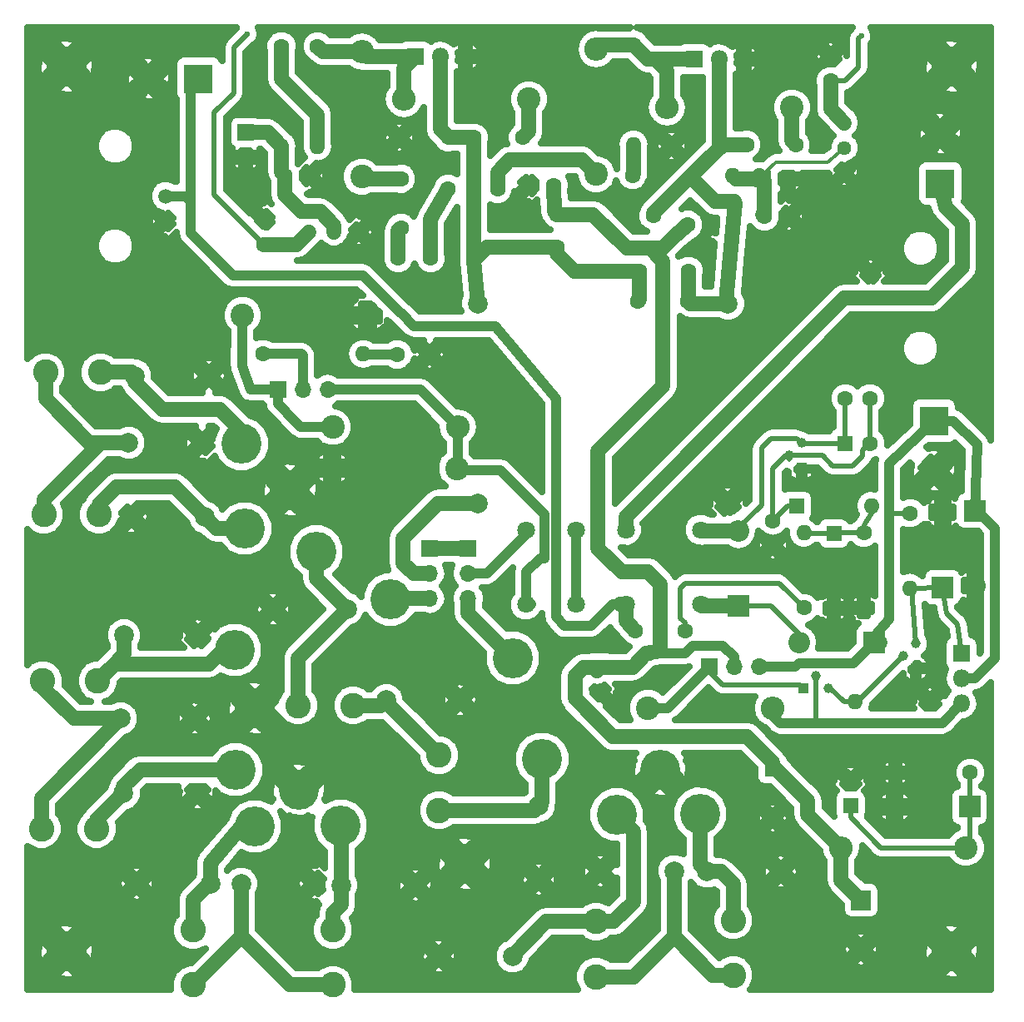
<source format=gbr>
G04 #@! TF.FileFunction,Copper,L2,Bot,Signal*
%FSLAX46Y46*%
G04 Gerber Fmt 4.6, Leading zero omitted, Abs format (unit mm)*
G04 Created by KiCad (PCBNEW 4.0.7) date 02/13/19 11:03:37*
%MOMM*%
%LPD*%
G01*
G04 APERTURE LIST*
%ADD10C,0.100000*%
%ADD11C,2.600000*%
%ADD12C,2.000000*%
%ADD13R,1.600000X1.600000*%
%ADD14C,1.600000*%
%ADD15R,2.000000X2.000000*%
%ADD16O,1.600000X1.600000*%
%ADD17R,2.200000X2.200000*%
%ADD18O,2.200000X2.200000*%
%ADD19C,1.500000*%
%ADD20R,3.000000X3.000000*%
%ADD21C,3.000000*%
%ADD22R,1.700000X1.700000*%
%ADD23O,1.700000X1.700000*%
%ADD24C,1.000000*%
%ADD25R,1.000000X1.000000*%
%ADD26C,2.400000*%
%ADD27O,2.400000X2.400000*%
%ADD28C,1.800000*%
%ADD29C,1.440000*%
%ADD30C,4.064000*%
%ADD31R,1.800000X1.800000*%
%ADD32O,1.800000X1.800000*%
%ADD33C,0.600000*%
%ADD34C,1.000000*%
%ADD35C,1.500000*%
%ADD36C,0.500000*%
%ADD37C,0.350000*%
%ADD38C,0.635000*%
G04 APERTURE END LIST*
D10*
D11*
X42697400Y-90576400D03*
X48297400Y-90576400D03*
D12*
X112268000Y-69088000D03*
X86868000Y-69088000D03*
X112268000Y-89408000D03*
X86868000Y-89408000D03*
D13*
X124206000Y-83312000D03*
D14*
X126706000Y-83312000D03*
X116840000Y-91186000D03*
X116840000Y-93686000D03*
X124206000Y-78740000D03*
X126706000Y-78740000D03*
X65074800Y-60579000D03*
X65074800Y-63079000D03*
X122707400Y-43967400D03*
X122707400Y-46467400D03*
X67208400Y-56083200D03*
X69708400Y-56083200D03*
X115976400Y-60248800D03*
X118476400Y-60248800D03*
X86410800Y-52222400D03*
X91410800Y-52222400D03*
X114147600Y-52933600D03*
X119147600Y-52933600D03*
X78841600Y-52222400D03*
X83841600Y-52222400D03*
X106527600Y-53086000D03*
X111527600Y-53086000D03*
D13*
X99250500Y-106108500D03*
D14*
X99250500Y-108608500D03*
X108204000Y-61087000D03*
X110704000Y-61087000D03*
D13*
X116814600Y-116459000D03*
D14*
X116814600Y-121459000D03*
D15*
X125806200Y-129794000D03*
D12*
X125806200Y-134794000D03*
D14*
X94526100Y-57086500D03*
X92026100Y-57086500D03*
X103124000Y-68834000D03*
X108124000Y-68834000D03*
X103251000Y-65786000D03*
X108251000Y-65786000D03*
D13*
X124739400Y-120192800D03*
D14*
X124739400Y-117692800D03*
D13*
X123027440Y-92506800D03*
D16*
X123027440Y-100126800D03*
D13*
X119253000Y-89662000D03*
D16*
X126873000Y-89662000D03*
D17*
X127101600Y-103593900D03*
D18*
X119481600Y-103593900D03*
D17*
X113322100Y-99860100D03*
D18*
X113322100Y-92240100D03*
D17*
X137414000Y-90170000D03*
D18*
X137414000Y-97790000D03*
D17*
X136829800Y-120294400D03*
D18*
X129209800Y-120294400D03*
D19*
X55052000Y-58166000D03*
X55052000Y-60706000D03*
D20*
X58420000Y-46228000D03*
D21*
X53340000Y-46228000D03*
D19*
X126761200Y-68554600D03*
X126761200Y-66014600D03*
D20*
X133223000Y-81026000D03*
D21*
X133223000Y-86106000D03*
D20*
X133858000Y-56896000D03*
D21*
X133858000Y-51816000D03*
D22*
X66484500Y-77851000D03*
D23*
X69024500Y-77851000D03*
X71564500Y-77851000D03*
D22*
X63220600Y-51689000D03*
D23*
X63220600Y-54229000D03*
D22*
X115824000Y-56438800D03*
D23*
X118364000Y-56438800D03*
D22*
X110363000Y-106045000D03*
D23*
X112903000Y-106045000D03*
X115443000Y-106045000D03*
D14*
X65024000Y-74231500D03*
D16*
X75184000Y-74231500D03*
D14*
X70510400Y-42926000D03*
D16*
X70510400Y-53086000D03*
D14*
X102666800Y-42773600D03*
D16*
X102666800Y-52933600D03*
D24*
X118455440Y-84561680D03*
X119725440Y-83291680D03*
D25*
X119725440Y-85831680D03*
D24*
X121221500Y-106934000D03*
X122491500Y-108204000D03*
D25*
X119951500Y-108204000D03*
D24*
X130111500Y-104965500D03*
X131381500Y-103695500D03*
D25*
X131381500Y-106235500D03*
D14*
X119979440Y-100050600D03*
D16*
X119979440Y-92430600D03*
D14*
X126075440Y-92430600D03*
D16*
X126075440Y-100050600D03*
D26*
X84709000Y-85852000D03*
D27*
X72009000Y-85852000D03*
D26*
X72072500Y-81661000D03*
D27*
X84772500Y-81661000D03*
D26*
X62903100Y-70294500D03*
D27*
X75603100Y-70294500D03*
D26*
X75031600Y-56184800D03*
D27*
X75031600Y-43484800D03*
D26*
X98856800Y-55930800D03*
D27*
X98856800Y-43230800D03*
D26*
X91998800Y-48310800D03*
D27*
X79298800Y-48310800D03*
D14*
X66852800Y-42926000D03*
D16*
X66852800Y-53086000D03*
D26*
X118770400Y-49174400D03*
D27*
X106070400Y-49174400D03*
D14*
X102565200Y-56057800D03*
D16*
X112725200Y-56057800D03*
D14*
X132842000Y-109601000D03*
D16*
X125222000Y-109601000D03*
D26*
X136474200Y-124460000D03*
D27*
X123774200Y-124460000D03*
D26*
X104140000Y-110236000D03*
D27*
X116840000Y-110236000D03*
D14*
X130810000Y-90424000D03*
D16*
X130810000Y-98044000D03*
D14*
X136906000Y-116814600D03*
D16*
X129286000Y-116814600D03*
D28*
X101884500Y-99723100D03*
X91724500Y-99723100D03*
X96804500Y-99723100D03*
X96804500Y-92123100D03*
X101884500Y-92123100D03*
X91724500Y-92123100D03*
X109504500Y-99723100D03*
X109504500Y-92123100D03*
D29*
X69646800Y-61823600D03*
X72186800Y-61823600D03*
X74726800Y-61823600D03*
X124104400Y-50711100D03*
X124104400Y-53251100D03*
X124104400Y-55791100D03*
D14*
X81927400Y-74291200D03*
X82027400Y-64491200D03*
X78627400Y-74291200D03*
X78727400Y-64491200D03*
X104695000Y-60134800D03*
X94895000Y-60034800D03*
X104695000Y-63434800D03*
X94895000Y-63334800D03*
D30*
X45000000Y-135000000D03*
X135000000Y-135000000D03*
X135000000Y-45000000D03*
X45000000Y-45000000D03*
D31*
X80467200Y-43992800D03*
D32*
X83007200Y-43992800D03*
X85547200Y-43992800D03*
D31*
X108813600Y-44246800D03*
D32*
X111353600Y-44246800D03*
X113893600Y-44246800D03*
D31*
X136017000Y-104711500D03*
D32*
X136017000Y-107251500D03*
X136017000Y-109791500D03*
D14*
X79019400Y-56413400D03*
X79019400Y-61413400D03*
X83820000Y-57442100D03*
X88820000Y-57442100D03*
X102870000Y-102362000D03*
X107870000Y-102362000D03*
D22*
X85852000Y-93980000D03*
D23*
X85852000Y-96520000D03*
X85852000Y-99060000D03*
D22*
X81915000Y-94043500D03*
D23*
X81915000Y-96583500D03*
X81915000Y-99123500D03*
D12*
X51968400Y-76454000D03*
X59468400Y-76454000D03*
X51295300Y-83261200D03*
X58795300Y-83261200D03*
X59067700Y-90805000D03*
X51567700Y-90805000D03*
D30*
X62814200Y-83375500D03*
X63144400Y-91973400D03*
D11*
X48450500Y-76098400D03*
X42850500Y-76098400D03*
D12*
X50800000Y-118910100D03*
X58300000Y-118910100D03*
X72974200Y-128282700D03*
X80474200Y-128282700D03*
X50520600Y-111315500D03*
X58020600Y-111315500D03*
X62750700Y-128104900D03*
X70250700Y-128104900D03*
X50838100Y-102857300D03*
X58338100Y-102857300D03*
X59639200Y-128104900D03*
X52139200Y-128104900D03*
D30*
X77965300Y-99212400D03*
X90385900Y-105168700D03*
X62217300Y-116509800D03*
X72872600Y-122237500D03*
X62103000Y-104355900D03*
X64122300Y-122288300D03*
D11*
X48056800Y-122542300D03*
X42456800Y-122542300D03*
X72085200Y-132816600D03*
X72085200Y-138416600D03*
X42570400Y-107480100D03*
X48170400Y-107480100D03*
X57861200Y-138417300D03*
X57861200Y-132817300D03*
D12*
X110134400Y-126898400D03*
X117634400Y-126898400D03*
X93040200Y-120192800D03*
X93040200Y-127692800D03*
X106781600Y-126847600D03*
X99281600Y-126847600D03*
X77520800Y-109435900D03*
X85020800Y-109435900D03*
X90360500Y-135509000D03*
X82860500Y-135509000D03*
X73520300Y-100190300D03*
X66020300Y-100190300D03*
D30*
X109423200Y-121005600D03*
X93370400Y-115443000D03*
X100926900Y-121081800D03*
X70408800Y-94322900D03*
D11*
X112801400Y-131838700D03*
X112801400Y-137438700D03*
X82867500Y-120650000D03*
X82867500Y-115050000D03*
X98856800Y-137579100D03*
X98856800Y-131979100D03*
X74142600Y-109994700D03*
X68542600Y-109994700D03*
D30*
X85496400Y-126123700D03*
X105359200Y-116547900D03*
X68643500Y-118592600D03*
X67729100Y-88061800D03*
X64160400Y-110261400D03*
D17*
X134112000Y-97993200D03*
D18*
X134112000Y-90373200D03*
D33*
X125831600Y-41859200D03*
X63398400Y-41681400D03*
D34*
X78968600Y-70078600D02*
X79019400Y-70078600D01*
X79019400Y-70078600D02*
X80314800Y-71374000D01*
X75107800Y-66217800D02*
X61899800Y-66217800D01*
X78968600Y-70078600D02*
X75107800Y-66217800D01*
X57594500Y-58674000D02*
X57594500Y-47053500D01*
X57594500Y-47053500D02*
X58420000Y-46228000D01*
X101884500Y-99723100D02*
X100555900Y-99723100D01*
X100555900Y-99723100D02*
X98361500Y-101917500D01*
X98361500Y-101917500D02*
X95631000Y-101917500D01*
X95631000Y-101917500D02*
X94805500Y-100965000D01*
X94805500Y-100965000D02*
X94805500Y-78740000D01*
X94805500Y-78740000D02*
X88582500Y-71374000D01*
X88582500Y-71374000D02*
X80314800Y-71374000D01*
X57086500Y-58166000D02*
X55052000Y-58166000D01*
X57594500Y-58674000D02*
X57086500Y-58166000D01*
X57594500Y-61912500D02*
X57594500Y-58674000D01*
X61899800Y-66217800D02*
X57594500Y-61912500D01*
D35*
X101884500Y-99723100D02*
X101884500Y-101376500D01*
X101884500Y-101376500D02*
X102870000Y-102362000D01*
X101884500Y-99723100D02*
X101884500Y-99898180D01*
X101884500Y-99723100D02*
X101323300Y-99723100D01*
D36*
X107870000Y-102362000D02*
X107870000Y-101520000D01*
X117464840Y-97536000D02*
X119979440Y-100050600D01*
X107950000Y-97536000D02*
X117464840Y-97536000D01*
X107442000Y-98044000D02*
X107950000Y-97536000D01*
X107442000Y-101092000D02*
X107442000Y-98044000D01*
X107870000Y-101520000D02*
X107442000Y-101092000D01*
X124206000Y-83312000D02*
X119745760Y-83312000D01*
X119745760Y-83312000D02*
X119725440Y-83291680D01*
X124206000Y-78740000D02*
X124206000Y-83312000D01*
X119806720Y-83372960D02*
X119725440Y-83291680D01*
X113322100Y-92240100D02*
X113322100Y-91925140D01*
X113322100Y-91925140D02*
X115671600Y-89575640D01*
X119247920Y-82814160D02*
X119725440Y-83291680D01*
X116626640Y-82814160D02*
X119247920Y-82814160D01*
X115671600Y-83769200D02*
X116626640Y-82814160D01*
X115671600Y-89575640D02*
X115671600Y-83769200D01*
D35*
X113322100Y-92240100D02*
X109621500Y-92240100D01*
X109621500Y-92240100D02*
X109504500Y-92123100D01*
D36*
X119253000Y-89662000D02*
X118364000Y-89662000D01*
X118364000Y-89662000D02*
X116840000Y-91186000D01*
X118455440Y-84561680D02*
X118130320Y-84561680D01*
X118130320Y-84561680D02*
X116840000Y-85852000D01*
X116840000Y-85852000D02*
X116840000Y-91186000D01*
X118455440Y-84561680D02*
X118455440Y-84998560D01*
X118455440Y-84561680D02*
X121899680Y-84561680D01*
X125984000Y-84034000D02*
X126706000Y-83312000D01*
X125984000Y-84582000D02*
X125984000Y-84034000D01*
X124968000Y-85598000D02*
X125984000Y-84582000D01*
X122936000Y-85598000D02*
X124968000Y-85598000D01*
X121899680Y-84561680D02*
X122936000Y-85598000D01*
X126706000Y-78740000D02*
X126706000Y-83312000D01*
X118455440Y-84561680D02*
X118455440Y-84922360D01*
D35*
X79019400Y-56413400D02*
X75260200Y-56413400D01*
X75260200Y-56413400D02*
X75031600Y-56184800D01*
X78727400Y-64491200D02*
X78727400Y-61705400D01*
X78727400Y-61705400D02*
X79019400Y-61413400D01*
X82027400Y-64491200D02*
X82027400Y-60517400D01*
X82027400Y-60517400D02*
X83820000Y-57442100D01*
X88820000Y-57442100D02*
X88820000Y-55718700D01*
X97409000Y-54483000D02*
X98856800Y-55930800D01*
X90055700Y-54483000D02*
X97409000Y-54483000D01*
X88820000Y-55718700D02*
X90055700Y-54483000D01*
D36*
X124169800Y-46467400D02*
X122707400Y-46467400D01*
X125552200Y-45085000D02*
X124169800Y-46467400D01*
X125552200Y-42138600D02*
X125552200Y-45085000D01*
X125831600Y-41859200D02*
X125552200Y-42138600D01*
X60020200Y-58024400D02*
X65074800Y-63079000D01*
X60020200Y-49682400D02*
X60020200Y-58024400D01*
X62026800Y-47675800D02*
X60020200Y-49682400D01*
X62026800Y-43053000D02*
X62026800Y-47675800D01*
X63398400Y-41681400D02*
X62026800Y-43053000D01*
X124739400Y-120192800D02*
X124739400Y-121361200D01*
X127838200Y-124460000D02*
X136474200Y-124460000D01*
X124739400Y-121361200D02*
X127838200Y-124460000D01*
X136829800Y-120294400D02*
X136829800Y-116890800D01*
X136829800Y-116890800D02*
X136906000Y-116814600D01*
X136829800Y-120294400D02*
X136829800Y-124104400D01*
X136829800Y-124104400D02*
X136474200Y-124460000D01*
D35*
X122707400Y-46467400D02*
X122707400Y-49314100D01*
X122707400Y-49314100D02*
X124104400Y-50711100D01*
X65074800Y-63079000D02*
X68391400Y-63079000D01*
X68391400Y-63079000D02*
X69646800Y-61823600D01*
X67208400Y-56083200D02*
X67208400Y-58064400D01*
X70815200Y-59766200D02*
X72186800Y-61137800D01*
X68910200Y-59766200D02*
X70815200Y-59766200D01*
X67208400Y-58064400D02*
X68910200Y-59766200D01*
X72186800Y-61137800D02*
X72186800Y-61823600D01*
X63220600Y-51689000D02*
X65455800Y-51689000D01*
X65455800Y-51689000D02*
X66852800Y-53086000D01*
X66852800Y-53086000D02*
X66852800Y-55727600D01*
X66852800Y-55727600D02*
X67208400Y-56083200D01*
X115824000Y-56438800D02*
X113106200Y-56438800D01*
X113106200Y-56438800D02*
X112725200Y-56057800D01*
X115976400Y-60248800D02*
X115976400Y-56591200D01*
X115976400Y-56591200D02*
X115824000Y-56438800D01*
D37*
X115824000Y-56438800D02*
X115824000Y-56007000D01*
X115824000Y-56007000D02*
X117119400Y-54711600D01*
X122402600Y-54711600D02*
X124104400Y-53251100D01*
X117119400Y-54711600D02*
X122402600Y-54711600D01*
X115824000Y-60096400D02*
X115976400Y-60248800D01*
X115443000Y-56057800D02*
X115824000Y-56438800D01*
D35*
X115824000Y-60096400D02*
X115976400Y-60248800D01*
X115443000Y-56057800D02*
X115824000Y-56438800D01*
X112852200Y-56184800D02*
X112725200Y-56057800D01*
X103251000Y-65786000D02*
X103251000Y-68707000D01*
X103251000Y-68707000D02*
X103124000Y-68834000D01*
X94895000Y-63334800D02*
X94895000Y-64034000D01*
X94895000Y-64034000D02*
X96647000Y-65786000D01*
X96647000Y-65786000D02*
X103251000Y-65786000D01*
X94895000Y-63334800D02*
X87782500Y-63334800D01*
X87782500Y-63334800D02*
X86410800Y-64706500D01*
X94895000Y-63334800D02*
X94895000Y-63653000D01*
X86868000Y-69088000D02*
X86868000Y-68757800D01*
X86410800Y-52222400D02*
X86410800Y-64706500D01*
X86410800Y-64706500D02*
X86868000Y-69088000D01*
X83841600Y-52222400D02*
X86410800Y-52222400D01*
X83007200Y-43992800D02*
X83007200Y-51388000D01*
X83007200Y-51388000D02*
X83841600Y-52222400D01*
X86410800Y-52222400D02*
X86410800Y-52374800D01*
X91998800Y-48310800D02*
X91998800Y-51634400D01*
X91998800Y-51634400D02*
X91410800Y-52222400D01*
X112268000Y-69088000D02*
X108378000Y-69088000D01*
X108378000Y-69088000D02*
X108124000Y-68834000D01*
X108251000Y-65786000D02*
X108251000Y-68707000D01*
X108251000Y-68707000D02*
X108124000Y-68834000D01*
X108119550Y-56494050D02*
X108741850Y-56494050D01*
X112991900Y-58839100D02*
X112090200Y-68910200D01*
X112877600Y-58724800D02*
X112991900Y-58839100D01*
X110972600Y-58724800D02*
X112877600Y-58724800D01*
X108741850Y-56494050D02*
X110972600Y-58724800D01*
X112090200Y-68910200D02*
X112268000Y-69088000D01*
X104695000Y-60134800D02*
X104695000Y-59918600D01*
X104695000Y-59918600D02*
X108119550Y-56494050D01*
X108119550Y-56494050D02*
X111527600Y-53086000D01*
X111527600Y-53086000D02*
X111527600Y-53216800D01*
X114147600Y-52933600D02*
X111680000Y-52933600D01*
X111680000Y-52933600D02*
X111527600Y-53086000D01*
X111353600Y-44246800D02*
X111353600Y-52912000D01*
X111353600Y-52912000D02*
X111527600Y-53086000D01*
X118770400Y-49174400D02*
X118770400Y-52556400D01*
X118770400Y-52556400D02*
X119147600Y-52933600D01*
X123774200Y-124460000D02*
X123774200Y-127762000D01*
X123774200Y-127762000D02*
X125806200Y-129794000D01*
X116814600Y-116459000D02*
X117144800Y-116459000D01*
X117144800Y-116459000D02*
X120396000Y-119710200D01*
X120396000Y-121081800D02*
X123774200Y-124460000D01*
X120396000Y-119710200D02*
X120396000Y-121081800D01*
X99250500Y-106108500D02*
X97548700Y-106108500D01*
X114198400Y-113157000D02*
X116814600Y-115773200D01*
X100558600Y-113157000D02*
X114198400Y-113157000D01*
X96697800Y-109296200D02*
X100558600Y-113157000D01*
X96697800Y-106959400D02*
X96697800Y-109296200D01*
X97548700Y-106108500D02*
X96697800Y-106959400D01*
X116814600Y-115773200D02*
X116814600Y-116459000D01*
X98933000Y-106426000D02*
X99250500Y-106108500D01*
X99250500Y-106108500D02*
X102552500Y-106108500D01*
X102552500Y-106108500D02*
X103949500Y-104711500D01*
D34*
X112903000Y-106045000D02*
X112903000Y-105029000D01*
D35*
X105664000Y-64770000D02*
X105664000Y-77470000D01*
X105664000Y-77470000D02*
X99060000Y-84074000D01*
X99060000Y-84074000D02*
X99060000Y-93980000D01*
X99060000Y-93980000D02*
X101473000Y-96393000D01*
X101473000Y-96393000D02*
X104140000Y-96393000D01*
X104140000Y-96393000D02*
X105410000Y-97663000D01*
X105664000Y-64770000D02*
X104695000Y-63801000D01*
X105410000Y-104394000D02*
X105410000Y-97663000D01*
X103949500Y-104711500D02*
X105410000Y-104394000D01*
X104241600Y-104711500D02*
X103949500Y-104711500D01*
D34*
X112903000Y-105029000D02*
X111760000Y-103886000D01*
X111760000Y-103886000D02*
X108712000Y-103886000D01*
X108712000Y-103886000D02*
X107950000Y-104648000D01*
X107950000Y-104648000D02*
X104241600Y-104648000D01*
X104241600Y-104648000D02*
X104241600Y-104711500D01*
D35*
X104695000Y-63434800D02*
X104695000Y-63801000D01*
X104695000Y-63434800D02*
X105627600Y-63434800D01*
X106781600Y-62280800D02*
X108204000Y-61087000D01*
X105627600Y-63434800D02*
X106781600Y-62280800D01*
X94526100Y-57086500D02*
X94627700Y-59767500D01*
X94627700Y-59767500D02*
X94895000Y-60034800D01*
X104695000Y-63434800D02*
X101941200Y-63434800D01*
X98541200Y-60034800D02*
X94895000Y-60034800D01*
X101941200Y-63434800D02*
X98541200Y-60034800D01*
D36*
X126075440Y-92430600D02*
X126075440Y-91666060D01*
X126075440Y-91666060D02*
X127251460Y-89855040D01*
X126075440Y-92430600D02*
X123103640Y-92430600D01*
X123103640Y-92430600D02*
X123027440Y-92506800D01*
X123027440Y-92506800D02*
X120055640Y-92506800D01*
X120055640Y-92506800D02*
X119979440Y-92430600D01*
X130810000Y-90424000D02*
X128651000Y-90424000D01*
D34*
X137414000Y-90170000D02*
X137668000Y-90170000D01*
X137668000Y-90170000D02*
X139446000Y-91948000D01*
X137350500Y-107251500D02*
X136017000Y-107251500D01*
X139446000Y-105156000D02*
X137350500Y-107251500D01*
X139446000Y-91948000D02*
X139446000Y-105156000D01*
X115443000Y-106045000D02*
X119100600Y-106045000D01*
X125031500Y-105664000D02*
X127101600Y-103593900D01*
X119481600Y-105664000D02*
X125031500Y-105664000D01*
X119100600Y-106045000D02*
X119481600Y-105664000D01*
X133223000Y-81026000D02*
X135191500Y-81026000D01*
X137604500Y-83439000D02*
X137414000Y-90170000D01*
X135191500Y-81026000D02*
X137604500Y-83439000D01*
X127101600Y-103593900D02*
X127101600Y-103022400D01*
X127101600Y-103022400D02*
X128651000Y-101219000D01*
X128651000Y-85344000D02*
X133223000Y-81026000D01*
X128651000Y-101219000D02*
X128651000Y-90424000D01*
X128651000Y-90424000D02*
X128651000Y-85344000D01*
D36*
X127101600Y-103593900D02*
X127546100Y-103593900D01*
D35*
X127101600Y-103593900D02*
X127693420Y-103593900D01*
D36*
X113322100Y-99860100D02*
X116598700Y-99860100D01*
X116598700Y-99860100D02*
X119481600Y-102743000D01*
X119481600Y-102743000D02*
X119481600Y-103593900D01*
D35*
X113360200Y-99898200D02*
X113322100Y-99860100D01*
X113322100Y-99860100D02*
X109641500Y-99860100D01*
X109641500Y-99860100D02*
X109504500Y-99723100D01*
X101884500Y-92123100D02*
X101884500Y-90761800D01*
X101884500Y-90761800D02*
X124091700Y-68554600D01*
X126761200Y-68554600D02*
X132981700Y-68554600D01*
X134391400Y-59270900D02*
X133858000Y-56896000D01*
X136105900Y-60985400D02*
X134391400Y-59270900D01*
X136105900Y-65430400D02*
X136105900Y-60985400D01*
X132981700Y-68554600D02*
X136105900Y-65430400D01*
X124091700Y-68554600D02*
X126761200Y-68554600D01*
X81915000Y-94043500D02*
X85788500Y-94043500D01*
X85788500Y-94043500D02*
X85852000Y-93980000D01*
D34*
X62903100Y-70294500D02*
X62826900Y-75438000D01*
X63690500Y-77851000D02*
X66484500Y-77851000D01*
X62826900Y-75438000D02*
X63690500Y-77851000D01*
X66484500Y-77851000D02*
X66484500Y-79311500D01*
X66484500Y-79311500D02*
X68199000Y-81026000D01*
X72072500Y-81661000D02*
X68834000Y-81661000D01*
X68834000Y-81661000D02*
X68199000Y-81026000D01*
X69024500Y-77851000D02*
X69024500Y-74358500D01*
X68897500Y-74231500D02*
X65024000Y-74231500D01*
X69024500Y-74358500D02*
X68897500Y-74231500D01*
X93605498Y-94996000D02*
X93154500Y-94996000D01*
X91724500Y-96426000D02*
X91724500Y-99723100D01*
X93154500Y-94996000D02*
X91724500Y-96426000D01*
X71564500Y-77851000D02*
X80962500Y-77851000D01*
X80962500Y-77851000D02*
X84772500Y-81661000D01*
X84772500Y-81661000D02*
X84772500Y-85788500D01*
X84772500Y-85788500D02*
X84709000Y-85852000D01*
X89122250Y-86074250D02*
X84931250Y-86074250D01*
X84931250Y-86074250D02*
X84709000Y-85852000D01*
X91724500Y-99723100D02*
X92237400Y-99723100D01*
X93605498Y-94996000D02*
X93605498Y-90557498D01*
X93605498Y-90557498D02*
X89122250Y-86074250D01*
X104140000Y-110236000D02*
X106172000Y-110236000D01*
X106172000Y-110236000D02*
X110363000Y-106045000D01*
D36*
X110363000Y-106045000D02*
X110363000Y-106553000D01*
X110363000Y-106553000D02*
X111696500Y-107886500D01*
X111696500Y-107886500D02*
X119634000Y-107886500D01*
X119634000Y-107886500D02*
X119951500Y-108204000D01*
D34*
X78627400Y-74291200D02*
X75243700Y-74291200D01*
X75243700Y-74291200D02*
X75184000Y-74231500D01*
D35*
X80467200Y-43992800D02*
X75539600Y-43992800D01*
X75539600Y-43992800D02*
X75031600Y-43484800D01*
X75031600Y-43484800D02*
X71069200Y-43484800D01*
X71069200Y-43484800D02*
X70510400Y-42926000D01*
X79298800Y-48310800D02*
X79298800Y-45161200D01*
X79298800Y-45161200D02*
X80467200Y-43992800D01*
X66852800Y-42926000D02*
X66852800Y-46253400D01*
X70510400Y-49911000D02*
X70510400Y-53086000D01*
X66852800Y-46253400D02*
X70510400Y-49911000D01*
X102666800Y-42773600D02*
X99314000Y-42773600D01*
X99314000Y-42773600D02*
X98856800Y-43230800D01*
X106070400Y-49174400D02*
X106070400Y-45440600D01*
X106070400Y-45440600D02*
X104876600Y-44246800D01*
X108813600Y-44246800D02*
X104876600Y-44246800D01*
X104876600Y-44246800D02*
X104140000Y-44246800D01*
X104140000Y-44246800D02*
X102666800Y-42773600D01*
X102666800Y-52933600D02*
X102666800Y-55956200D01*
X102666800Y-55956200D02*
X102565200Y-56057800D01*
D36*
X121221500Y-106934000D02*
X121221500Y-111760000D01*
X121412000Y-111569500D02*
X121412000Y-111760000D01*
X121221500Y-111760000D02*
X121412000Y-111569500D01*
D34*
X116840000Y-110236000D02*
X116840000Y-110998000D01*
X116840000Y-110998000D02*
X117602000Y-111760000D01*
X117602000Y-111760000D02*
X121412000Y-111760000D01*
X121412000Y-111760000D02*
X134048500Y-111760000D01*
X134048500Y-111760000D02*
X136017000Y-109791500D01*
D36*
X125222000Y-109601000D02*
X125476000Y-109601000D01*
X125476000Y-109601000D02*
X130111500Y-104965500D01*
X122491500Y-108204000D02*
X122682000Y-108204000D01*
X122682000Y-108204000D02*
X124079000Y-109601000D01*
X124079000Y-109601000D02*
X125222000Y-109601000D01*
D34*
X96804500Y-92123100D02*
X96804500Y-99723100D01*
X91724500Y-92123100D02*
X91724500Y-92552500D01*
X91724500Y-92552500D02*
X87757000Y-96520000D01*
X87757000Y-96520000D02*
X85852000Y-96520000D01*
D35*
X85852000Y-99060000D02*
X85852000Y-100634800D01*
X85852000Y-100634800D02*
X90385900Y-105168700D01*
X81915000Y-96583500D02*
X80327500Y-96583500D01*
X82804000Y-89408000D02*
X86868000Y-89408000D01*
X79248000Y-92964000D02*
X82804000Y-89408000D01*
X79248000Y-95504000D02*
X79248000Y-92964000D01*
X80327500Y-96583500D02*
X79248000Y-95504000D01*
X81915000Y-99123500D02*
X78054200Y-99123500D01*
X78054200Y-99123500D02*
X77965300Y-99212400D01*
X48450500Y-76098400D02*
X51612800Y-76098400D01*
X51612800Y-76098400D02*
X51968400Y-76454000D01*
X51968400Y-76454000D02*
X51968400Y-77114400D01*
X51968400Y-77114400D02*
X54711600Y-79857600D01*
X54711600Y-79857600D02*
X60617100Y-79857600D01*
X60617100Y-79857600D02*
X62814200Y-82054700D01*
X62814200Y-82054700D02*
X62814200Y-83375500D01*
X42697400Y-90576400D02*
X42697400Y-89052400D01*
X42697400Y-89052400D02*
X48488600Y-83261200D01*
X42850500Y-76098400D02*
X42850500Y-78816900D01*
X47294800Y-83261200D02*
X48488600Y-83261200D01*
X48488600Y-83261200D02*
X51295300Y-83261200D01*
X42850500Y-78816900D02*
X47294800Y-83261200D01*
X63144400Y-91973400D02*
X60236100Y-91973400D01*
X60236100Y-91973400D02*
X59067700Y-90805000D01*
X48297400Y-90576400D02*
X48297400Y-89510300D01*
X48297400Y-89510300D02*
X50063400Y-87744300D01*
X50063400Y-87744300D02*
X56007000Y-87744300D01*
X56007000Y-87744300D02*
X59067700Y-90805000D01*
X48056800Y-122542300D02*
X48056800Y-121653300D01*
X48056800Y-121653300D02*
X50800000Y-118910100D01*
X50800000Y-118910100D02*
X50800000Y-118211600D01*
X50800000Y-118211600D02*
X52501800Y-116509800D01*
X52501800Y-116509800D02*
X62217300Y-116509800D01*
X48056800Y-122542300D02*
X48056800Y-122161300D01*
X50800000Y-118910100D02*
X50800000Y-118897400D01*
X72974200Y-128282700D02*
X72974200Y-122339100D01*
X72974200Y-122339100D02*
X72872600Y-122237500D01*
X73761600Y-123126500D02*
X72872600Y-122237500D01*
X72974200Y-128282700D02*
X72974200Y-130251200D01*
X72085200Y-131140200D02*
X72085200Y-132816600D01*
X72974200Y-130251200D02*
X72085200Y-131140200D01*
X42456800Y-122542300D02*
X42456800Y-119379300D01*
X42456800Y-119379300D02*
X50520600Y-111315500D01*
X42570400Y-107480100D02*
X42570400Y-108127800D01*
X42570400Y-108127800D02*
X45758100Y-111315500D01*
X45758100Y-111315500D02*
X50520600Y-111315500D01*
X72085200Y-138416600D02*
X67664900Y-138416600D01*
X67664900Y-138416600D02*
X62750700Y-133502400D01*
X57861200Y-138417300D02*
X57861200Y-138391900D01*
X57861200Y-138391900D02*
X62750700Y-133502400D01*
X62750700Y-133502400D02*
X62750700Y-128104900D01*
X62103000Y-104355900D02*
X60921900Y-104355900D01*
X60921900Y-104355900D02*
X59512200Y-105765600D01*
X59512200Y-105765600D02*
X49884900Y-105765600D01*
X50838100Y-102857300D02*
X50838100Y-104812400D01*
X50838100Y-104812400D02*
X49884900Y-105765600D01*
X49884900Y-105765600D02*
X48170400Y-107480100D01*
X59639200Y-128104900D02*
X59486800Y-128104900D01*
X59486800Y-128104900D02*
X57861200Y-129730500D01*
X57861200Y-129730500D02*
X57861200Y-132817300D01*
X59639200Y-128104900D02*
X59639200Y-126047500D01*
X59639200Y-126047500D02*
X62776100Y-122288300D01*
X62776100Y-122288300D02*
X64122300Y-122288300D01*
X109423200Y-121005600D02*
X109423200Y-126187200D01*
X109423200Y-126187200D02*
X110134400Y-126898400D01*
X110134400Y-126898400D02*
X111531400Y-126898400D01*
X112801400Y-128168400D02*
X112801400Y-131838700D01*
X111531400Y-126898400D02*
X112801400Y-128168400D01*
X93370400Y-115443000D02*
X93370400Y-119862600D01*
X93370400Y-119862600D02*
X93040200Y-120192800D01*
X82867500Y-120650000D02*
X92583000Y-120650000D01*
X92583000Y-120650000D02*
X93040200Y-120192800D01*
X98856800Y-137579100D02*
X102692200Y-137579100D01*
X102692200Y-137579100D02*
X106781600Y-133489700D01*
X106781600Y-126847600D02*
X106781600Y-133489700D01*
X110730600Y-137438700D02*
X112801400Y-137438700D01*
X106781600Y-133489700D02*
X110730600Y-137438700D01*
X77520800Y-109435900D02*
X77520800Y-109703300D01*
X77520800Y-109703300D02*
X82867500Y-115050000D01*
X74142600Y-109994700D02*
X76962000Y-109994700D01*
X76962000Y-109994700D02*
X77520800Y-109435900D01*
X90360500Y-135509000D02*
X90360500Y-135394700D01*
X90360500Y-135394700D02*
X93776100Y-131979100D01*
X93776100Y-131979100D02*
X98856800Y-131979100D01*
X98856800Y-131979100D02*
X100646800Y-131979100D01*
X102654100Y-122809000D02*
X100926900Y-121081800D01*
X102654100Y-129971800D02*
X102654100Y-122809000D01*
X100646800Y-131979100D02*
X102654100Y-129971800D01*
X100926900Y-121081800D02*
X100533200Y-121081800D01*
X90360500Y-135509000D02*
X90474800Y-135509000D01*
X68542600Y-109994700D02*
X68542600Y-105168000D01*
X68542600Y-105168000D02*
X73520300Y-100190300D01*
X70408800Y-94322900D02*
X70408800Y-97078800D01*
X70408800Y-97078800D02*
X73520300Y-100190300D01*
D36*
X131381500Y-103695500D02*
X130937000Y-98171000D01*
X130937000Y-98171000D02*
X130810000Y-98044000D01*
X134112000Y-98044000D02*
X134493000Y-100584000D01*
X135636000Y-101727000D02*
X136017000Y-104711500D01*
X134493000Y-100584000D02*
X135636000Y-101727000D01*
X130810000Y-98044000D02*
X134048500Y-97980500D01*
X134048500Y-97980500D02*
X134112000Y-98044000D01*
D38*
G36*
X62286772Y-41092436D02*
X61176504Y-42202704D01*
X60915835Y-42592823D01*
X60824300Y-43053000D01*
X60824300Y-44374337D01*
X60616135Y-44050838D01*
X60297836Y-43833354D01*
X59920000Y-43756840D01*
X56920000Y-43756840D01*
X56567025Y-43823257D01*
X56242838Y-44031865D01*
X56025354Y-44350164D01*
X55948840Y-44728000D01*
X55948840Y-47728000D01*
X56015257Y-48080975D01*
X56142000Y-48277940D01*
X56142000Y-56713500D01*
X55993488Y-56713500D01*
X55392134Y-56463796D01*
X54714838Y-56463205D01*
X54088871Y-56721849D01*
X53609532Y-57200352D01*
X53349796Y-57825866D01*
X53349205Y-58503162D01*
X53607849Y-59129129D01*
X54086352Y-59608468D01*
X54711866Y-59868204D01*
X54744563Y-59868233D01*
X55052000Y-60175670D01*
X55317165Y-59910505D01*
X55847495Y-60440835D01*
X55582330Y-60706000D01*
X55847495Y-60971165D01*
X55317165Y-61501495D01*
X55052000Y-61236330D01*
X54363396Y-61924934D01*
X54437272Y-62190089D01*
X54969682Y-62295992D01*
X55347319Y-62673629D01*
X56142000Y-61878948D01*
X56142000Y-61912495D01*
X56141999Y-61912500D01*
X56227363Y-62341649D01*
X56252565Y-62468348D01*
X56462996Y-62783281D01*
X56567427Y-62939573D01*
X60872725Y-67244870D01*
X60872727Y-67244873D01*
X61343952Y-67559735D01*
X61436174Y-67578079D01*
X61899800Y-67670301D01*
X61899805Y-67670300D01*
X74506154Y-67670300D01*
X75104854Y-68269000D01*
X74420598Y-68269000D01*
X74420598Y-68697808D01*
X74080675Y-68958458D01*
X73786186Y-69399250D01*
X73885772Y-69694500D01*
X75003100Y-69694500D01*
X75003100Y-69094500D01*
X75930355Y-69094500D01*
X76203100Y-69367245D01*
X76203100Y-69694500D01*
X76530355Y-69694500D01*
X76803100Y-69967245D01*
X76803100Y-70894500D01*
X76203100Y-70894500D01*
X76203100Y-72022753D01*
X76498356Y-72111449D01*
X77125525Y-71630542D01*
X77228104Y-71477002D01*
X77628600Y-71477002D01*
X77628600Y-70792745D01*
X77941525Y-71105670D01*
X77941527Y-71105673D01*
X78094621Y-71207967D01*
X79287725Y-72401070D01*
X79287727Y-72401073D01*
X79758952Y-72715935D01*
X80314800Y-72826500D01*
X81283770Y-72826500D01*
X81224009Y-73022124D01*
X81927400Y-73725515D01*
X82630791Y-73022124D01*
X82571030Y-72826500D01*
X87908149Y-72826500D01*
X93353000Y-79271425D01*
X93353000Y-88250854D01*
X90149323Y-85047177D01*
X90076562Y-84998560D01*
X89678098Y-84732315D01*
X89578758Y-84712555D01*
X89122250Y-84621749D01*
X89122245Y-84621750D01*
X86522337Y-84621750D01*
X86225000Y-84323894D01*
X86225000Y-83257694D01*
X86336717Y-83183047D01*
X86803321Y-82484726D01*
X86967170Y-81661000D01*
X86803321Y-80837274D01*
X86336717Y-80138953D01*
X85638396Y-79672349D01*
X84814670Y-79508500D01*
X84730330Y-79508500D01*
X84683467Y-79517822D01*
X81989573Y-76823927D01*
X81878812Y-76749919D01*
X81518348Y-76509065D01*
X81426126Y-76490721D01*
X80962500Y-76398499D01*
X80962495Y-76398500D01*
X72625604Y-76398500D01*
X72254287Y-76150394D01*
X71564500Y-76013187D01*
X70874713Y-76150394D01*
X70477000Y-76416137D01*
X70477000Y-74358500D01*
X70451739Y-74231500D01*
X73397166Y-74231500D01*
X73530567Y-74902153D01*
X73910461Y-75470705D01*
X74479013Y-75850599D01*
X75149666Y-75984000D01*
X75218334Y-75984000D01*
X75888987Y-75850599D01*
X76048973Y-75743700D01*
X77601117Y-75743700D01*
X77633392Y-75776031D01*
X78277277Y-76043396D01*
X78974465Y-76044004D01*
X79618815Y-75777764D01*
X79836682Y-75560276D01*
X81224009Y-75560276D01*
X81305642Y-75827498D01*
X81940886Y-75948490D01*
X82549158Y-75827498D01*
X82630791Y-75560276D01*
X81927400Y-74856885D01*
X81224009Y-75560276D01*
X79836682Y-75560276D01*
X80112231Y-75285208D01*
X80350844Y-74710566D01*
X80391102Y-74912958D01*
X80658324Y-74994591D01*
X81361715Y-74291200D01*
X82493085Y-74291200D01*
X83196476Y-74994591D01*
X83463698Y-74912958D01*
X83584690Y-74277714D01*
X83463698Y-73669442D01*
X83196476Y-73587809D01*
X82493085Y-74291200D01*
X81361715Y-74291200D01*
X80658324Y-73587809D01*
X80391102Y-73669442D01*
X80351852Y-73875517D01*
X80113964Y-73299785D01*
X79621408Y-72806369D01*
X78977523Y-72539004D01*
X78280335Y-72538396D01*
X77635985Y-72804636D01*
X77601862Y-72838700D01*
X76227668Y-72838700D01*
X75888987Y-72612401D01*
X75218334Y-72479000D01*
X75149666Y-72479000D01*
X74479013Y-72612401D01*
X73910461Y-72992295D01*
X73530567Y-73560847D01*
X73397166Y-74231500D01*
X70451739Y-74231500D01*
X70366435Y-73802652D01*
X70051573Y-73331427D01*
X69924573Y-73204427D01*
X69453348Y-72889565D01*
X69361126Y-72871221D01*
X68897500Y-72778999D01*
X68897495Y-72779000D01*
X66050283Y-72779000D01*
X66018008Y-72746669D01*
X65374123Y-72479304D01*
X64676935Y-72478696D01*
X64321224Y-72625673D01*
X64331831Y-71909702D01*
X64726837Y-71515385D01*
X64862052Y-71189750D01*
X73786186Y-71189750D01*
X74080675Y-71630542D01*
X74707844Y-72111449D01*
X75003100Y-72022753D01*
X75003100Y-70894500D01*
X73885772Y-70894500D01*
X73786186Y-71189750D01*
X64862052Y-71189750D01*
X65055226Y-70724537D01*
X65055973Y-69868220D01*
X64728965Y-69076800D01*
X64123985Y-68470763D01*
X63333137Y-68142374D01*
X62476820Y-68141627D01*
X61685400Y-68468635D01*
X61079363Y-69073615D01*
X60750974Y-69864463D01*
X60750227Y-70720780D01*
X61077235Y-71512200D01*
X61427206Y-71862783D01*
X61374559Y-75416484D01*
X61421324Y-75671254D01*
X61459346Y-75927440D01*
X62322946Y-78340441D01*
X62341518Y-78371421D01*
X62348565Y-78406848D01*
X62486601Y-78613434D01*
X62614346Y-78826525D01*
X62643359Y-78848039D01*
X62663427Y-78878073D01*
X62870010Y-79016107D01*
X63069580Y-79164094D01*
X63104620Y-79172868D01*
X63134652Y-79192935D01*
X63378326Y-79241405D01*
X63619343Y-79301756D01*
X63655073Y-79296453D01*
X63690500Y-79303500D01*
X64890321Y-79303500D01*
X64938365Y-79378162D01*
X65062072Y-79462687D01*
X65106108Y-79684065D01*
X65142565Y-79867348D01*
X65356410Y-80187390D01*
X65457427Y-80338573D01*
X67171925Y-82053070D01*
X67171927Y-82053073D01*
X67806925Y-82688070D01*
X67806927Y-82688073D01*
X68096988Y-82881885D01*
X68278153Y-83002936D01*
X68834000Y-83113501D01*
X68834005Y-83113500D01*
X70481025Y-83113500D01*
X70851615Y-83484737D01*
X71642463Y-83813126D01*
X72498780Y-83813873D01*
X73290200Y-83486865D01*
X73896237Y-82881885D01*
X74224626Y-82091037D01*
X74225373Y-81234720D01*
X73898365Y-80443300D01*
X73293385Y-79837263D01*
X72502537Y-79508874D01*
X72318480Y-79508713D01*
X72625604Y-79303500D01*
X80360854Y-79303500D01*
X82601145Y-81543790D01*
X82577830Y-81661000D01*
X82741679Y-82484726D01*
X83208283Y-83183047D01*
X83320000Y-83257694D01*
X83320000Y-84197136D01*
X82885263Y-84631115D01*
X82556874Y-85421963D01*
X82556127Y-86278280D01*
X82883135Y-87069700D01*
X83488115Y-87675737D01*
X83559792Y-87705500D01*
X82804000Y-87705500D01*
X82152481Y-87835095D01*
X81600150Y-88204151D01*
X78044151Y-91760151D01*
X77675095Y-92312481D01*
X77545500Y-92964000D01*
X77545500Y-95504000D01*
X77675095Y-96155519D01*
X77723317Y-96227688D01*
X77374251Y-96227383D01*
X76276925Y-96680789D01*
X75436639Y-97519609D01*
X74981319Y-98616142D01*
X74981080Y-98889967D01*
X74627747Y-98536016D01*
X74022319Y-98284620D01*
X72344908Y-96607210D01*
X72937461Y-96015691D01*
X73392781Y-94919158D01*
X73393817Y-93731851D01*
X72940411Y-92634525D01*
X72101591Y-91794239D01*
X71005058Y-91338919D01*
X69817751Y-91337883D01*
X68720425Y-91791289D01*
X67880139Y-92630109D01*
X67424819Y-93726642D01*
X67423783Y-94913949D01*
X67877189Y-96011275D01*
X68706300Y-96841835D01*
X68706300Y-97078800D01*
X68835895Y-97730319D01*
X69068432Y-98078334D01*
X69204951Y-98282649D01*
X71112602Y-100190300D01*
X67338751Y-103964151D01*
X66969695Y-104516481D01*
X66840100Y-105168000D01*
X66840100Y-108511491D01*
X66634137Y-108717095D01*
X66290492Y-109544684D01*
X66290472Y-109568169D01*
X65597241Y-110261400D01*
X66653105Y-111317264D01*
X66667562Y-111304686D01*
X67264995Y-111903163D01*
X68092584Y-112246808D01*
X68988684Y-112247590D01*
X69816872Y-111905390D01*
X70451063Y-111272305D01*
X70794708Y-110444716D01*
X70794711Y-110440784D01*
X71889710Y-110440784D01*
X72231910Y-111268972D01*
X72864995Y-111903163D01*
X73692584Y-112246808D01*
X74588684Y-112247590D01*
X75416872Y-111905390D01*
X75625426Y-111697200D01*
X76962000Y-111697200D01*
X77082945Y-111673143D01*
X80614864Y-115205063D01*
X80614610Y-115496084D01*
X80956810Y-116324272D01*
X81589895Y-116958463D01*
X82417484Y-117302108D01*
X83313584Y-117302890D01*
X84141772Y-116960690D01*
X84775963Y-116327605D01*
X85119608Y-115500016D01*
X85120390Y-114603916D01*
X84778190Y-113775728D01*
X84145105Y-113141537D01*
X83317516Y-112797892D01*
X83022834Y-112797635D01*
X81130147Y-110904948D01*
X84258859Y-110904948D01*
X84371498Y-111180237D01*
X85088452Y-111295934D01*
X85670102Y-111180237D01*
X85782741Y-110904948D01*
X85020800Y-110143007D01*
X84258859Y-110904948D01*
X81130147Y-110904948D01*
X79728751Y-109503552D01*
X83160766Y-109503552D01*
X83276463Y-110085202D01*
X83551752Y-110197841D01*
X84313693Y-109435900D01*
X85727907Y-109435900D01*
X86489848Y-110197841D01*
X86765137Y-110085202D01*
X86880834Y-109368248D01*
X86765137Y-108786598D01*
X86489848Y-108673959D01*
X85727907Y-109435900D01*
X84313693Y-109435900D01*
X83551752Y-108673959D01*
X83276463Y-108786598D01*
X83160766Y-109503552D01*
X79728751Y-109503552D01*
X79473465Y-109248266D01*
X79473638Y-109049228D01*
X79177014Y-108331342D01*
X78813160Y-107966852D01*
X84258859Y-107966852D01*
X85020800Y-108728793D01*
X85782741Y-107966852D01*
X85670102Y-107691563D01*
X84953148Y-107575866D01*
X84371498Y-107691563D01*
X84258859Y-107966852D01*
X78813160Y-107966852D01*
X78628247Y-107781616D01*
X77910880Y-107483739D01*
X77134128Y-107483062D01*
X76416242Y-107779686D01*
X75902832Y-108292200D01*
X75625809Y-108292200D01*
X75420205Y-108086237D01*
X74592616Y-107742592D01*
X73696516Y-107741810D01*
X72868328Y-108084010D01*
X72234137Y-108717095D01*
X71890492Y-109544684D01*
X71889710Y-110440784D01*
X70794711Y-110440784D01*
X70795490Y-109548616D01*
X70453290Y-108720428D01*
X70245100Y-108511874D01*
X70245100Y-105873198D01*
X74023173Y-102095125D01*
X74624858Y-101846514D01*
X75174584Y-101297747D01*
X75386671Y-100786984D01*
X75433689Y-100900775D01*
X76272509Y-101741061D01*
X77369042Y-102196381D01*
X78556349Y-102197417D01*
X79653675Y-101744011D01*
X80493961Y-100905191D01*
X80526844Y-100826000D01*
X81376952Y-100826000D01*
X81879687Y-100926000D01*
X81950313Y-100926000D01*
X82640100Y-100788793D01*
X83224873Y-100398060D01*
X83615606Y-99813287D01*
X83752813Y-99123500D01*
X83615606Y-98433713D01*
X83227920Y-97853500D01*
X83615606Y-97273287D01*
X83752813Y-96583500D01*
X83615606Y-95893713D01*
X83516907Y-95746000D01*
X84207663Y-95746000D01*
X84151394Y-95830213D01*
X84014187Y-96520000D01*
X84151394Y-97209787D01*
X84539080Y-97790000D01*
X84151394Y-98370213D01*
X84014187Y-99060000D01*
X84149500Y-99740265D01*
X84149500Y-100634800D01*
X84279095Y-101286319D01*
X84620833Y-101797765D01*
X84648151Y-101838649D01*
X87401902Y-104592400D01*
X87400883Y-105759749D01*
X87854289Y-106857075D01*
X88693109Y-107697361D01*
X89789642Y-108152681D01*
X90976949Y-108153717D01*
X92074275Y-107700311D01*
X92914561Y-106861491D01*
X93369881Y-105764958D01*
X93370917Y-104577651D01*
X92917511Y-103480325D01*
X92078691Y-102640039D01*
X90982158Y-102184719D01*
X89808593Y-102183695D01*
X87554500Y-99929602D01*
X87554500Y-99740265D01*
X87689813Y-99060000D01*
X87552606Y-98370213D01*
X87286863Y-97972500D01*
X87756995Y-97972500D01*
X87757000Y-97972501D01*
X88267667Y-97870922D01*
X88312848Y-97861935D01*
X88784073Y-97547073D01*
X90363091Y-95968055D01*
X90271999Y-96426000D01*
X90272000Y-96426005D01*
X90272000Y-98555519D01*
X90154942Y-98672373D01*
X89872322Y-99352998D01*
X89871679Y-100089968D01*
X90153111Y-100771086D01*
X90673773Y-101292658D01*
X91354398Y-101575278D01*
X92091368Y-101575921D01*
X92772486Y-101294489D01*
X93294058Y-100773827D01*
X93353000Y-100631879D01*
X93353000Y-100965000D01*
X93398369Y-101193088D01*
X93427373Y-101423826D01*
X93453332Y-101469403D01*
X93463565Y-101520848D01*
X93592770Y-101714217D01*
X93707862Y-101916287D01*
X94533362Y-102868787D01*
X94574785Y-102900960D01*
X94603927Y-102944573D01*
X94797295Y-103073777D01*
X94980956Y-103216422D01*
X95031539Y-103230294D01*
X95075152Y-103259435D01*
X95303240Y-103304804D01*
X95527514Y-103366309D01*
X95579557Y-103359767D01*
X95631000Y-103370000D01*
X98361495Y-103370000D01*
X98361500Y-103370001D01*
X98825126Y-103277779D01*
X98917348Y-103259435D01*
X99388573Y-102944573D01*
X100310522Y-102022624D01*
X100311595Y-102028019D01*
X100656407Y-102544065D01*
X100680651Y-102580349D01*
X101333949Y-103233648D01*
X101383436Y-103353415D01*
X101875992Y-103846831D01*
X102250826Y-104002476D01*
X101847302Y-104406000D01*
X100389552Y-104406000D01*
X100050500Y-104337340D01*
X98450500Y-104337340D01*
X98097525Y-104403757D01*
X98094039Y-104406000D01*
X97548700Y-104406000D01*
X96897181Y-104535595D01*
X96344850Y-104904651D01*
X95493951Y-105755551D01*
X95124895Y-106307881D01*
X94995300Y-106959400D01*
X94995300Y-109296200D01*
X95124895Y-109947719D01*
X95363216Y-110304391D01*
X95493951Y-110500049D01*
X99354751Y-114360849D01*
X99907081Y-114729905D01*
X100558600Y-114859500D01*
X102936111Y-114859500D01*
X102467300Y-115328311D01*
X102740578Y-115601589D01*
X102552917Y-115764861D01*
X102466876Y-116898385D01*
X102552917Y-117330939D01*
X102866495Y-117603764D01*
X103922359Y-116547900D01*
X103790484Y-116416025D01*
X105227325Y-114979184D01*
X105359200Y-115111059D01*
X105491076Y-114979184D01*
X106927917Y-116416025D01*
X106796041Y-116547900D01*
X107851905Y-117603764D01*
X108165483Y-117330939D01*
X108251524Y-116197415D01*
X108165483Y-115764861D01*
X107977822Y-115601589D01*
X108251100Y-115328311D01*
X107782289Y-114859500D01*
X113493202Y-114859500D01*
X115043440Y-116409739D01*
X115043440Y-117259000D01*
X115109857Y-117611975D01*
X115318465Y-117936162D01*
X115636764Y-118153646D01*
X116014600Y-118230160D01*
X116508262Y-118230160D01*
X118693500Y-120415398D01*
X118693500Y-121081800D01*
X118823095Y-121733319D01*
X119150227Y-122222905D01*
X119192151Y-122285649D01*
X121632425Y-124725923D01*
X121743379Y-125283726D01*
X122071700Y-125775092D01*
X122071700Y-127762000D01*
X122201295Y-128413519D01*
X122455525Y-128794000D01*
X122570351Y-128965849D01*
X123835040Y-130230538D01*
X123835040Y-130794000D01*
X123901457Y-131146975D01*
X124110065Y-131471162D01*
X124428364Y-131688646D01*
X124806200Y-131765160D01*
X126806200Y-131765160D01*
X127159175Y-131698743D01*
X127483362Y-131490135D01*
X127700846Y-131171836D01*
X127777360Y-130794000D01*
X127777360Y-128794000D01*
X127710943Y-128441025D01*
X127502335Y-128116838D01*
X127184036Y-127899354D01*
X126806200Y-127822840D01*
X126242738Y-127822840D01*
X125476700Y-127056802D01*
X125476700Y-125775092D01*
X125805021Y-125283726D01*
X125968870Y-124460000D01*
X125926972Y-124249364D01*
X126987904Y-125310296D01*
X127378023Y-125570965D01*
X127838200Y-125662500D01*
X134642054Y-125662500D01*
X134648335Y-125677700D01*
X135253315Y-126283737D01*
X136044163Y-126612126D01*
X136900480Y-126612873D01*
X137691900Y-126285865D01*
X138297937Y-125680885D01*
X138626326Y-124890037D01*
X138627073Y-124033720D01*
X138300065Y-123242300D01*
X138032300Y-122974067D01*
X138032300Y-122346273D01*
X138282775Y-122299143D01*
X138606962Y-122090535D01*
X138824446Y-121772236D01*
X138900960Y-121394400D01*
X138900960Y-119194400D01*
X138834543Y-118841425D01*
X138625935Y-118517238D01*
X138307636Y-118299754D01*
X138032300Y-118243997D01*
X138032300Y-118166514D01*
X138390831Y-117808608D01*
X138658196Y-117164723D01*
X138658804Y-116467535D01*
X138392564Y-115823185D01*
X137900008Y-115329769D01*
X137256123Y-115062404D01*
X136558935Y-115061796D01*
X135914585Y-115328036D01*
X135421169Y-115820592D01*
X135153804Y-116464477D01*
X135153196Y-117161665D01*
X135419436Y-117806015D01*
X135627300Y-118014242D01*
X135627300Y-118242527D01*
X135376825Y-118289657D01*
X135052638Y-118498265D01*
X134835154Y-118816564D01*
X134758640Y-119194400D01*
X134758640Y-121394400D01*
X134825057Y-121747375D01*
X135033665Y-122071562D01*
X135351964Y-122289046D01*
X135627300Y-122344803D01*
X135627300Y-122480924D01*
X135256500Y-122634135D01*
X134650463Y-123239115D01*
X134642829Y-123257500D01*
X128336292Y-123257500D01*
X126436636Y-121357844D01*
X126483526Y-121126294D01*
X127473279Y-121126294D01*
X127776675Y-121580412D01*
X128377901Y-122030953D01*
X128659800Y-121933336D01*
X128659800Y-120844400D01*
X129759800Y-120844400D01*
X129759800Y-121933336D01*
X130041699Y-122030953D01*
X130642925Y-121580412D01*
X130946321Y-121126294D01*
X130838570Y-120844400D01*
X129759800Y-120844400D01*
X128659800Y-120844400D01*
X127581030Y-120844400D01*
X127473279Y-121126294D01*
X126483526Y-121126294D01*
X126510560Y-120992800D01*
X126510560Y-119462506D01*
X127473279Y-119462506D01*
X127581030Y-119744400D01*
X128659800Y-119744400D01*
X128659800Y-118655464D01*
X129759800Y-118655464D01*
X129759800Y-119744400D01*
X130838570Y-119744400D01*
X130946321Y-119462506D01*
X130642925Y-119008388D01*
X130041699Y-118557847D01*
X129759800Y-118655464D01*
X128659800Y-118655464D01*
X128377901Y-118557847D01*
X127776675Y-119008388D01*
X127473279Y-119462506D01*
X126510560Y-119462506D01*
X126510560Y-119392800D01*
X126444143Y-119039825D01*
X126235535Y-118715638D01*
X126126266Y-118640978D01*
X126743077Y-118024167D01*
X126396309Y-117677398D01*
X126352299Y-117456140D01*
X127792455Y-117456140D01*
X128121724Y-117948973D01*
X128644455Y-118308173D01*
X128886000Y-118183769D01*
X128886000Y-117214600D01*
X129686000Y-117214600D01*
X129686000Y-118183769D01*
X129927545Y-118308173D01*
X130450276Y-117948973D01*
X130779545Y-117456140D01*
X130647586Y-117214600D01*
X129686000Y-117214600D01*
X128886000Y-117214600D01*
X127924414Y-117214600D01*
X127792455Y-117456140D01*
X126352299Y-117456140D01*
X126275698Y-117071042D01*
X126008476Y-116989409D01*
X125305085Y-117692800D01*
X125587928Y-117975643D01*
X125141931Y-118421640D01*
X124902555Y-118421640D01*
X124739400Y-118258485D01*
X124576245Y-118421640D01*
X124336869Y-118421640D01*
X123890872Y-117975643D01*
X124173715Y-117692800D01*
X123470324Y-116989409D01*
X123203102Y-117071042D01*
X123088817Y-117671072D01*
X122735723Y-118024167D01*
X123351064Y-118639508D01*
X123262238Y-118696665D01*
X123044754Y-119014964D01*
X122968240Y-119392800D01*
X122968240Y-120992800D01*
X123027005Y-121305107D01*
X122098500Y-120376602D01*
X122098500Y-119710200D01*
X121968905Y-119058681D01*
X121599849Y-118506351D01*
X119517222Y-116423724D01*
X124036009Y-116423724D01*
X124739400Y-117127115D01*
X125442791Y-116423724D01*
X125366217Y-116173060D01*
X127792455Y-116173060D01*
X127924414Y-116414600D01*
X128886000Y-116414600D01*
X128886000Y-115445431D01*
X129686000Y-115445431D01*
X129686000Y-116414600D01*
X130647586Y-116414600D01*
X130779545Y-116173060D01*
X130450276Y-115680227D01*
X129927545Y-115321027D01*
X129686000Y-115445431D01*
X128886000Y-115445431D01*
X128644455Y-115321027D01*
X128121724Y-115680227D01*
X127792455Y-116173060D01*
X125366217Y-116173060D01*
X125361158Y-116156502D01*
X124725914Y-116035510D01*
X124117642Y-116156502D01*
X124036009Y-116423724D01*
X119517222Y-116423724D01*
X118547114Y-115453616D01*
X118519343Y-115306025D01*
X118310735Y-114981838D01*
X118280061Y-114960879D01*
X118018450Y-114569351D01*
X115402249Y-111953151D01*
X115327437Y-111903163D01*
X114849919Y-111584095D01*
X114198400Y-111454500D01*
X106912582Y-111454500D01*
X107199073Y-111263073D01*
X110285777Y-108176369D01*
X110846204Y-108736796D01*
X111236323Y-108997465D01*
X111696500Y-109089000D01*
X115025184Y-109089000D01*
X114809179Y-109412274D01*
X114645330Y-110236000D01*
X114809179Y-111059726D01*
X115275783Y-111758047D01*
X115974104Y-112224651D01*
X116022040Y-112234186D01*
X116574925Y-112787070D01*
X116574927Y-112787073D01*
X117046152Y-113101935D01*
X117138374Y-113120279D01*
X117602000Y-113212501D01*
X117602005Y-113212500D01*
X134048495Y-113212500D01*
X134048500Y-113212501D01*
X134512126Y-113120279D01*
X134604348Y-113101935D01*
X135075573Y-112787073D01*
X136223410Y-111639236D01*
X136725921Y-111539280D01*
X137326915Y-111137708D01*
X137728487Y-110536714D01*
X137869500Y-109827793D01*
X137869500Y-109755207D01*
X137728487Y-109046286D01*
X137482266Y-108677791D01*
X137830611Y-108608500D01*
X137906348Y-108593435D01*
X138377573Y-108278573D01*
X138972500Y-107683646D01*
X138972500Y-138874500D01*
X114551391Y-138874500D01*
X114709863Y-138716305D01*
X115053508Y-137888716D01*
X115053853Y-137492705D01*
X133944136Y-137492705D01*
X134216961Y-137806283D01*
X135350485Y-137892324D01*
X135783039Y-137806283D01*
X136055864Y-137492705D01*
X135000000Y-136436841D01*
X133944136Y-137492705D01*
X115053853Y-137492705D01*
X115054290Y-136992616D01*
X114752839Y-136263048D01*
X125044259Y-136263048D01*
X125156898Y-136538337D01*
X125873852Y-136654034D01*
X126455502Y-136538337D01*
X126568141Y-136263048D01*
X125806200Y-135501107D01*
X125044259Y-136263048D01*
X114752839Y-136263048D01*
X114712090Y-136164428D01*
X114079005Y-135530237D01*
X113251416Y-135186592D01*
X112355316Y-135185810D01*
X111527128Y-135528010D01*
X111377238Y-135677639D01*
X110561251Y-134861652D01*
X123946166Y-134861652D01*
X124061863Y-135443302D01*
X124337152Y-135555941D01*
X125099093Y-134794000D01*
X126513307Y-134794000D01*
X127275248Y-135555941D01*
X127550537Y-135443302D01*
X127565515Y-135350485D01*
X132107676Y-135350485D01*
X132193717Y-135783039D01*
X132507295Y-136055864D01*
X133563159Y-135000000D01*
X136436841Y-135000000D01*
X137492705Y-136055864D01*
X137806283Y-135783039D01*
X137892324Y-134649515D01*
X137806283Y-134216961D01*
X137492705Y-133944136D01*
X136436841Y-135000000D01*
X133563159Y-135000000D01*
X132507295Y-133944136D01*
X132193717Y-134216961D01*
X132107676Y-135350485D01*
X127565515Y-135350485D01*
X127666234Y-134726348D01*
X127550537Y-134144698D01*
X127275248Y-134032059D01*
X126513307Y-134794000D01*
X125099093Y-134794000D01*
X124337152Y-134032059D01*
X124061863Y-134144698D01*
X123946166Y-134861652D01*
X110561251Y-134861652D01*
X108484100Y-132784502D01*
X108484100Y-128008882D01*
X109026953Y-128552684D01*
X109744320Y-128850561D01*
X110521072Y-128851238D01*
X110914131Y-128688829D01*
X111098900Y-128873598D01*
X111098900Y-130355491D01*
X110892937Y-130561095D01*
X110549292Y-131388684D01*
X110548510Y-132284784D01*
X110890710Y-133112972D01*
X111523795Y-133747163D01*
X112351384Y-134090808D01*
X113247484Y-134091590D01*
X114075672Y-133749390D01*
X114500851Y-133324952D01*
X125044259Y-133324952D01*
X125806200Y-134086893D01*
X126568141Y-133324952D01*
X126455502Y-133049663D01*
X125738548Y-132933966D01*
X125156898Y-133049663D01*
X125044259Y-133324952D01*
X114500851Y-133324952D01*
X114709863Y-133116305D01*
X114962746Y-132507295D01*
X133944136Y-132507295D01*
X135000000Y-133563159D01*
X136055864Y-132507295D01*
X135783039Y-132193717D01*
X134649515Y-132107676D01*
X134216961Y-132193717D01*
X133944136Y-132507295D01*
X114962746Y-132507295D01*
X115053508Y-132288716D01*
X115054290Y-131392616D01*
X114712090Y-130564428D01*
X114503900Y-130355874D01*
X114503900Y-128367448D01*
X116872459Y-128367448D01*
X116985098Y-128642737D01*
X117702052Y-128758434D01*
X118283702Y-128642737D01*
X118396341Y-128367448D01*
X117634400Y-127605507D01*
X116872459Y-128367448D01*
X114503900Y-128367448D01*
X114503900Y-128168400D01*
X114374305Y-127516881D01*
X114006252Y-126966052D01*
X115774366Y-126966052D01*
X115890063Y-127547702D01*
X116165352Y-127660341D01*
X116927293Y-126898400D01*
X118341507Y-126898400D01*
X119103448Y-127660341D01*
X119378737Y-127547702D01*
X119494434Y-126830748D01*
X119378737Y-126249098D01*
X119103448Y-126136459D01*
X118341507Y-126898400D01*
X116927293Y-126898400D01*
X116165352Y-126136459D01*
X115890063Y-126249098D01*
X115774366Y-126966052D01*
X114006252Y-126966052D01*
X114005249Y-126964551D01*
X112735249Y-125694551D01*
X112687281Y-125662500D01*
X112338352Y-125429352D01*
X116872459Y-125429352D01*
X117634400Y-126191293D01*
X118396341Y-125429352D01*
X118283702Y-125154063D01*
X117566748Y-125038366D01*
X116985098Y-125154063D01*
X116872459Y-125429352D01*
X112338352Y-125429352D01*
X112182919Y-125325495D01*
X111531400Y-125195900D01*
X111125730Y-125195900D01*
X111125700Y-125195888D01*
X111125700Y-123523111D01*
X111922124Y-122728076D01*
X116111209Y-122728076D01*
X116192842Y-122995298D01*
X116828086Y-123116290D01*
X117436358Y-122995298D01*
X117517991Y-122728076D01*
X116814600Y-122024685D01*
X116111209Y-122728076D01*
X111922124Y-122728076D01*
X111951861Y-122698391D01*
X112407181Y-121601858D01*
X112407293Y-121472486D01*
X115157310Y-121472486D01*
X115278302Y-122080758D01*
X115545524Y-122162391D01*
X116248915Y-121459000D01*
X117380285Y-121459000D01*
X118083676Y-122162391D01*
X118350898Y-122080758D01*
X118471890Y-121445514D01*
X118350898Y-120837242D01*
X118083676Y-120755609D01*
X117380285Y-121459000D01*
X116248915Y-121459000D01*
X115545524Y-120755609D01*
X115278302Y-120837242D01*
X115157310Y-121472486D01*
X112407293Y-121472486D01*
X112408217Y-120414551D01*
X112315403Y-120189924D01*
X116111209Y-120189924D01*
X116814600Y-120893315D01*
X117517991Y-120189924D01*
X117436358Y-119922702D01*
X116801114Y-119801710D01*
X116192842Y-119922702D01*
X116111209Y-120189924D01*
X112315403Y-120189924D01*
X111954811Y-119317225D01*
X111115991Y-118476939D01*
X110019458Y-118021619D01*
X108832151Y-118020583D01*
X107734825Y-118473989D01*
X106894539Y-119312809D01*
X106439219Y-120409342D01*
X106438183Y-121596649D01*
X106891589Y-122693975D01*
X107720700Y-123524535D01*
X107720700Y-125123412D01*
X107171680Y-124895439D01*
X106394928Y-124894762D01*
X105677042Y-125191386D01*
X105127316Y-125740153D01*
X104829439Y-126457520D01*
X104828762Y-127234272D01*
X105079100Y-127840137D01*
X105079100Y-132784502D01*
X101987002Y-135876600D01*
X100340009Y-135876600D01*
X100134405Y-135670637D01*
X99306816Y-135326992D01*
X98410716Y-135326210D01*
X97582528Y-135668410D01*
X96948337Y-136301495D01*
X96604692Y-137129084D01*
X96603910Y-138025184D01*
X96946110Y-138853372D01*
X96967201Y-138874500D01*
X74334034Y-138874500D01*
X74337308Y-138866616D01*
X74338090Y-137970516D01*
X73995890Y-137142328D01*
X73831897Y-136978048D01*
X82098559Y-136978048D01*
X82211198Y-137253337D01*
X82928152Y-137369034D01*
X83509802Y-137253337D01*
X83622441Y-136978048D01*
X82860500Y-136216107D01*
X82098559Y-136978048D01*
X73831897Y-136978048D01*
X73362805Y-136508137D01*
X72535216Y-136164492D01*
X71639116Y-136163710D01*
X70810928Y-136505910D01*
X70602374Y-136714100D01*
X68370098Y-136714100D01*
X67232650Y-135576652D01*
X81000466Y-135576652D01*
X81116163Y-136158302D01*
X81391452Y-136270941D01*
X82153393Y-135509000D01*
X83567607Y-135509000D01*
X84329548Y-136270941D01*
X84604837Y-136158302D01*
X84647218Y-135895672D01*
X88407662Y-135895672D01*
X88704286Y-136613558D01*
X89253053Y-137163284D01*
X89970420Y-137461161D01*
X90747172Y-137461838D01*
X91465058Y-137165214D01*
X92014784Y-136616447D01*
X92312661Y-135899080D01*
X92312704Y-135850194D01*
X94481298Y-133681600D01*
X97373591Y-133681600D01*
X97579195Y-133887563D01*
X98406784Y-134231208D01*
X99302884Y-134231990D01*
X100131072Y-133889790D01*
X100339626Y-133681600D01*
X100646800Y-133681600D01*
X101298319Y-133552005D01*
X101850649Y-133182949D01*
X103857949Y-131175649D01*
X104019181Y-130934349D01*
X104227005Y-130623319D01*
X104356600Y-129971800D01*
X104356600Y-122809000D01*
X104290160Y-122474982D01*
X104227006Y-122157482D01*
X103909265Y-121681949D01*
X103910881Y-121678058D01*
X103911917Y-120490751D01*
X103458511Y-119393425D01*
X103106307Y-119040605D01*
X104303336Y-119040605D01*
X104576161Y-119354183D01*
X105709685Y-119440224D01*
X106142239Y-119354183D01*
X106415064Y-119040605D01*
X105359200Y-117984741D01*
X104303336Y-119040605D01*
X103106307Y-119040605D01*
X102619691Y-118553139D01*
X101523158Y-118097819D01*
X100335851Y-118096783D01*
X99238525Y-118550189D01*
X98398239Y-119389009D01*
X97942919Y-120485542D01*
X97941883Y-121672849D01*
X98395289Y-122770175D01*
X99234109Y-123610461D01*
X100330642Y-124065781D01*
X100951600Y-124066323D01*
X100951600Y-126167882D01*
X100750648Y-126085659D01*
X99988707Y-126847600D01*
X100750648Y-127609541D01*
X100951600Y-127527318D01*
X100951600Y-129266602D01*
X100140979Y-130077223D01*
X100134405Y-130070637D01*
X99306816Y-129726992D01*
X98410716Y-129726210D01*
X97582528Y-130068410D01*
X97373974Y-130276600D01*
X93776100Y-130276600D01*
X93124581Y-130406195D01*
X92677646Y-130704828D01*
X92572251Y-130775251D01*
X89662844Y-133684658D01*
X89255942Y-133852786D01*
X88706216Y-134401553D01*
X88408339Y-135118920D01*
X88407662Y-135895672D01*
X84647218Y-135895672D01*
X84720534Y-135441348D01*
X84604837Y-134859698D01*
X84329548Y-134747059D01*
X83567607Y-135509000D01*
X82153393Y-135509000D01*
X81391452Y-134747059D01*
X81116163Y-134859698D01*
X81000466Y-135576652D01*
X67232650Y-135576652D01*
X64453200Y-132797202D01*
X64453200Y-129096230D01*
X64702861Y-128494980D01*
X64703142Y-128172552D01*
X68390666Y-128172552D01*
X68506363Y-128754202D01*
X68781652Y-128866841D01*
X69543593Y-128104900D01*
X68781652Y-127342959D01*
X68506363Y-127455598D01*
X68390666Y-128172552D01*
X64703142Y-128172552D01*
X64703538Y-127718228D01*
X64406914Y-127000342D01*
X63858147Y-126450616D01*
X63140780Y-126152739D01*
X62364028Y-126152062D01*
X61646142Y-126448686D01*
X61341700Y-126752597D01*
X61341700Y-126664529D01*
X62766615Y-124956939D01*
X63526042Y-125272281D01*
X64713349Y-125273317D01*
X65810675Y-124819911D01*
X66650961Y-123981091D01*
X67106281Y-122884558D01*
X67107317Y-121697251D01*
X66734587Y-120795176D01*
X67423911Y-121484500D01*
X67697189Y-121211222D01*
X67860461Y-121398883D01*
X68993985Y-121484924D01*
X69426539Y-121398883D01*
X69589811Y-121211222D01*
X69863089Y-121484500D01*
X70018049Y-121329540D01*
X69888619Y-121641242D01*
X69887583Y-122828549D01*
X70340989Y-123925875D01*
X71179809Y-124766161D01*
X71271700Y-124804317D01*
X71271700Y-126502473D01*
X70726258Y-125957031D01*
X70402939Y-126280350D01*
X70183048Y-126244866D01*
X69601398Y-126360563D01*
X69488759Y-126635852D01*
X70250700Y-127397793D01*
X70604254Y-127044240D01*
X71148377Y-127588363D01*
X71022039Y-127892620D01*
X71021910Y-128040797D01*
X70957807Y-128104900D01*
X71021798Y-128168891D01*
X71021362Y-128669372D01*
X71044484Y-128725330D01*
X70604254Y-129165561D01*
X70250700Y-128812007D01*
X69488759Y-129573948D01*
X69601398Y-129849237D01*
X70318352Y-129964934D01*
X70418502Y-129945013D01*
X70692490Y-130219001D01*
X70512295Y-130488681D01*
X70382700Y-131140200D01*
X70382700Y-131333391D01*
X70176737Y-131538995D01*
X69833092Y-132366584D01*
X69832310Y-133262684D01*
X70174510Y-134090872D01*
X70807595Y-134725063D01*
X71635184Y-135068708D01*
X72531284Y-135069490D01*
X73359472Y-134727290D01*
X73993663Y-134094205D01*
X74016190Y-134039952D01*
X82098559Y-134039952D01*
X82860500Y-134801893D01*
X83622441Y-134039952D01*
X83509802Y-133764663D01*
X82792848Y-133648966D01*
X82211198Y-133764663D01*
X82098559Y-134039952D01*
X74016190Y-134039952D01*
X74337308Y-133266616D01*
X74338090Y-132370516D01*
X74023631Y-131609467D01*
X74178049Y-131455049D01*
X74263220Y-131327582D01*
X74547105Y-130902719D01*
X74676700Y-130251200D01*
X74676700Y-129751748D01*
X79712259Y-129751748D01*
X79824898Y-130027037D01*
X80541852Y-130142734D01*
X81123502Y-130027037D01*
X81236141Y-129751748D01*
X80646241Y-129161848D01*
X92278259Y-129161848D01*
X92390898Y-129437137D01*
X93107852Y-129552834D01*
X93689502Y-129437137D01*
X93802141Y-129161848D01*
X93040200Y-128399907D01*
X92278259Y-129161848D01*
X80646241Y-129161848D01*
X80474200Y-128989807D01*
X79712259Y-129751748D01*
X74676700Y-129751748D01*
X74676700Y-129274030D01*
X74926361Y-128672780D01*
X74926642Y-128350352D01*
X78614166Y-128350352D01*
X78729863Y-128932002D01*
X79005152Y-129044641D01*
X79767093Y-128282700D01*
X81181307Y-128282700D01*
X81943248Y-129044641D01*
X82218537Y-128932002D01*
X82269465Y-128616405D01*
X84440536Y-128616405D01*
X84713361Y-128929983D01*
X85846885Y-129016024D01*
X86279439Y-128929983D01*
X86552264Y-128616405D01*
X85696311Y-127760452D01*
X91180166Y-127760452D01*
X91295863Y-128342102D01*
X91571152Y-128454741D01*
X92333093Y-127692800D01*
X93747307Y-127692800D01*
X94509248Y-128454741D01*
X94784537Y-128342102D01*
X94788644Y-128316648D01*
X98519659Y-128316648D01*
X98632298Y-128591937D01*
X99349252Y-128707634D01*
X99930902Y-128591937D01*
X100043541Y-128316648D01*
X99281600Y-127554707D01*
X98519659Y-128316648D01*
X94788644Y-128316648D01*
X94900234Y-127625148D01*
X94784537Y-127043498D01*
X94509248Y-126930859D01*
X93747307Y-127692800D01*
X92333093Y-127692800D01*
X91571152Y-126930859D01*
X91295863Y-127043498D01*
X91180166Y-127760452D01*
X85696311Y-127760452D01*
X85496400Y-127560541D01*
X84440536Y-128616405D01*
X82269465Y-128616405D01*
X82334234Y-128215048D01*
X82218537Y-127633398D01*
X81943248Y-127520759D01*
X81181307Y-128282700D01*
X79767093Y-128282700D01*
X79005152Y-127520759D01*
X78729863Y-127633398D01*
X78614166Y-128350352D01*
X74926642Y-128350352D01*
X74927038Y-127896028D01*
X74676700Y-127290163D01*
X74676700Y-126813652D01*
X79712259Y-126813652D01*
X80474200Y-127575593D01*
X81236141Y-126813652D01*
X81123502Y-126538363D01*
X80725803Y-126474185D01*
X82604076Y-126474185D01*
X82690117Y-126906739D01*
X83003695Y-127179564D01*
X84059559Y-126123700D01*
X86933241Y-126123700D01*
X87989105Y-127179564D01*
X88302683Y-126906739D01*
X88354525Y-126223752D01*
X92278259Y-126223752D01*
X93040200Y-126985693D01*
X93110641Y-126915252D01*
X97421566Y-126915252D01*
X97537263Y-127496902D01*
X97812552Y-127609541D01*
X98574493Y-126847600D01*
X97812552Y-126085659D01*
X97537263Y-126198298D01*
X97421566Y-126915252D01*
X93110641Y-126915252D01*
X93802141Y-126223752D01*
X93689502Y-125948463D01*
X92972548Y-125832766D01*
X92390898Y-125948463D01*
X92278259Y-126223752D01*
X88354525Y-126223752D01*
X88388724Y-125773215D01*
X88310221Y-125378552D01*
X98519659Y-125378552D01*
X99281600Y-126140493D01*
X100043541Y-125378552D01*
X99930902Y-125103263D01*
X99213948Y-124987566D01*
X98632298Y-125103263D01*
X98519659Y-125378552D01*
X88310221Y-125378552D01*
X88302683Y-125340661D01*
X87989105Y-125067836D01*
X86933241Y-126123700D01*
X84059559Y-126123700D01*
X83003695Y-125067836D01*
X82690117Y-125340661D01*
X82604076Y-126474185D01*
X80725803Y-126474185D01*
X80406548Y-126422666D01*
X79824898Y-126538363D01*
X79712259Y-126813652D01*
X74676700Y-126813652D01*
X74676700Y-124653588D01*
X75401261Y-123930291D01*
X75525539Y-123630995D01*
X84440536Y-123630995D01*
X85496400Y-124686859D01*
X86552264Y-123630995D01*
X86279439Y-123317417D01*
X85145915Y-123231376D01*
X84713361Y-123317417D01*
X84440536Y-123630995D01*
X75525539Y-123630995D01*
X75856581Y-122833758D01*
X75857617Y-121646451D01*
X75630210Y-121096084D01*
X80614610Y-121096084D01*
X80956810Y-121924272D01*
X81589895Y-122558463D01*
X82417484Y-122902108D01*
X83313584Y-122902890D01*
X84141772Y-122560690D01*
X84350326Y-122352500D01*
X92583000Y-122352500D01*
X93234519Y-122222905D01*
X93350257Y-122145571D01*
X93426872Y-122145638D01*
X94144758Y-121849014D01*
X94694484Y-121300247D01*
X94992361Y-120582880D01*
X94992637Y-120266109D01*
X95072900Y-119862600D01*
X95072900Y-117960511D01*
X95899061Y-117135791D01*
X96354381Y-116039258D01*
X96355417Y-114851951D01*
X95902011Y-113754625D01*
X95063191Y-112914339D01*
X93966658Y-112459019D01*
X92779351Y-112457983D01*
X91682025Y-112911389D01*
X90841739Y-113750209D01*
X90386419Y-114846742D01*
X90385383Y-116034049D01*
X90838789Y-117131375D01*
X91667900Y-117961935D01*
X91667900Y-118803861D01*
X91524010Y-118947500D01*
X84350709Y-118947500D01*
X84145105Y-118741537D01*
X83317516Y-118397892D01*
X82421416Y-118397110D01*
X81593228Y-118739310D01*
X80959037Y-119372395D01*
X80615392Y-120199984D01*
X80614610Y-121096084D01*
X75630210Y-121096084D01*
X75404211Y-120549125D01*
X74565391Y-119708839D01*
X73468858Y-119253519D01*
X72281551Y-119252483D01*
X71357503Y-119634292D01*
X71262122Y-119538911D01*
X71449783Y-119375639D01*
X71535824Y-118242115D01*
X71449783Y-117809561D01*
X71136205Y-117536736D01*
X70080341Y-118592600D01*
X70212217Y-118724476D01*
X68775376Y-120161317D01*
X68643500Y-120029441D01*
X68511625Y-120161317D01*
X67074784Y-118724476D01*
X67206659Y-118592600D01*
X66150795Y-117536736D01*
X65837217Y-117809561D01*
X65751176Y-118943085D01*
X65837217Y-119375639D01*
X66024878Y-119538911D01*
X65807360Y-119756429D01*
X64718558Y-119304319D01*
X63531251Y-119303283D01*
X62433925Y-119756689D01*
X61593639Y-120595509D01*
X61219590Y-121496320D01*
X58332028Y-124956718D01*
X58209052Y-125182330D01*
X58066295Y-125395981D01*
X58051182Y-125471961D01*
X58014105Y-125539982D01*
X57986829Y-125795487D01*
X57936700Y-126047500D01*
X57936700Y-127113570D01*
X57841738Y-127342263D01*
X56657351Y-128526651D01*
X56288295Y-129078981D01*
X56158700Y-129730500D01*
X56158700Y-131334091D01*
X55952737Y-131539695D01*
X55609092Y-132367284D01*
X55608310Y-133263384D01*
X55950510Y-134091572D01*
X56583595Y-134725763D01*
X57411184Y-135069408D01*
X58307284Y-135070190D01*
X59104695Y-134740707D01*
X57680760Y-136164642D01*
X57415116Y-136164410D01*
X56586928Y-136506610D01*
X55952737Y-137139695D01*
X55609092Y-137967284D01*
X55608310Y-138863384D01*
X55612903Y-138874500D01*
X41027500Y-138874500D01*
X41027500Y-137492705D01*
X43944136Y-137492705D01*
X44216961Y-137806283D01*
X45350485Y-137892324D01*
X45783039Y-137806283D01*
X46055864Y-137492705D01*
X45000000Y-136436841D01*
X43944136Y-137492705D01*
X41027500Y-137492705D01*
X41027500Y-135350485D01*
X42107676Y-135350485D01*
X42193717Y-135783039D01*
X42507295Y-136055864D01*
X43563159Y-135000000D01*
X46436841Y-135000000D01*
X47492705Y-136055864D01*
X47806283Y-135783039D01*
X47892324Y-134649515D01*
X47806283Y-134216961D01*
X47492705Y-133944136D01*
X46436841Y-135000000D01*
X43563159Y-135000000D01*
X42507295Y-133944136D01*
X42193717Y-134216961D01*
X42107676Y-135350485D01*
X41027500Y-135350485D01*
X41027500Y-132507295D01*
X43944136Y-132507295D01*
X45000000Y-133563159D01*
X46055864Y-132507295D01*
X45783039Y-132193717D01*
X44649515Y-132107676D01*
X44216961Y-132193717D01*
X43944136Y-132507295D01*
X41027500Y-132507295D01*
X41027500Y-129573948D01*
X51377259Y-129573948D01*
X51489898Y-129849237D01*
X52206852Y-129964934D01*
X52788502Y-129849237D01*
X52901141Y-129573948D01*
X52139200Y-128812007D01*
X51377259Y-129573948D01*
X41027500Y-129573948D01*
X41027500Y-128172552D01*
X50279166Y-128172552D01*
X50394863Y-128754202D01*
X50670152Y-128866841D01*
X51432093Y-128104900D01*
X52846307Y-128104900D01*
X53608248Y-128866841D01*
X53883537Y-128754202D01*
X53999234Y-128037248D01*
X53883537Y-127455598D01*
X53608248Y-127342959D01*
X52846307Y-128104900D01*
X51432093Y-128104900D01*
X50670152Y-127342959D01*
X50394863Y-127455598D01*
X50279166Y-128172552D01*
X41027500Y-128172552D01*
X41027500Y-126635852D01*
X51377259Y-126635852D01*
X52139200Y-127397793D01*
X52901141Y-126635852D01*
X52788502Y-126360563D01*
X52071548Y-126244866D01*
X51489898Y-126360563D01*
X51377259Y-126635852D01*
X41027500Y-126635852D01*
X41027500Y-124298803D01*
X41179195Y-124450763D01*
X42006784Y-124794408D01*
X42902884Y-124795190D01*
X43731072Y-124452990D01*
X44365263Y-123819905D01*
X44708908Y-122992316D01*
X44708911Y-122988384D01*
X45803910Y-122988384D01*
X46146110Y-123816572D01*
X46779195Y-124450763D01*
X47606784Y-124794408D01*
X48502884Y-124795190D01*
X49331072Y-124452990D01*
X49965263Y-123819905D01*
X50308908Y-122992316D01*
X50309690Y-122096216D01*
X50225453Y-121892346D01*
X51302875Y-120814924D01*
X51904558Y-120566314D01*
X52092051Y-120379148D01*
X57538059Y-120379148D01*
X57650698Y-120654437D01*
X58367652Y-120770134D01*
X58949302Y-120654437D01*
X59061941Y-120379148D01*
X58300000Y-119617207D01*
X57538059Y-120379148D01*
X52092051Y-120379148D01*
X52454284Y-120017547D01*
X52752161Y-119300180D01*
X52752713Y-118666585D01*
X53206999Y-118212300D01*
X56374373Y-118212300D01*
X56152131Y-118434542D01*
X56475450Y-118757861D01*
X56439966Y-118977752D01*
X56555663Y-119559402D01*
X56830952Y-119672041D01*
X57592893Y-118910100D01*
X57239340Y-118556547D01*
X57583586Y-118212300D01*
X59016414Y-118212300D01*
X59360661Y-118556547D01*
X59007107Y-118910100D01*
X59769048Y-119672041D01*
X60044337Y-119559402D01*
X60160034Y-118842448D01*
X60140113Y-118742298D01*
X60184526Y-118697884D01*
X60524509Y-119038461D01*
X61621042Y-119493781D01*
X62808349Y-119494817D01*
X63905675Y-119041411D01*
X64745961Y-118202591D01*
X65201281Y-117106058D01*
X65202158Y-116099895D01*
X67587636Y-116099895D01*
X68643500Y-117155759D01*
X69699364Y-116099895D01*
X69426539Y-115786317D01*
X68293015Y-115700276D01*
X67860461Y-115786317D01*
X67587636Y-116099895D01*
X65202158Y-116099895D01*
X65202317Y-115918751D01*
X64748911Y-114821425D01*
X63910091Y-113981139D01*
X62813558Y-113525819D01*
X61626251Y-113524783D01*
X60528925Y-113978189D01*
X59698365Y-114807300D01*
X52501800Y-114807300D01*
X51850282Y-114936894D01*
X51297951Y-115305950D01*
X49596151Y-117007751D01*
X49227095Y-117560081D01*
X49187052Y-117761389D01*
X49145716Y-117802653D01*
X48894320Y-118408081D01*
X46852951Y-120449451D01*
X46628491Y-120785378D01*
X46148337Y-121264695D01*
X45804692Y-122092284D01*
X45803910Y-122988384D01*
X44708911Y-122988384D01*
X44709690Y-122096216D01*
X44367490Y-121268028D01*
X44159300Y-121059474D01*
X44159300Y-120084498D01*
X51023475Y-113220324D01*
X51625158Y-112971714D01*
X51812651Y-112784548D01*
X57258659Y-112784548D01*
X57371298Y-113059837D01*
X58088252Y-113175534D01*
X58669902Y-113059837D01*
X58782541Y-112784548D01*
X58752098Y-112754105D01*
X63104536Y-112754105D01*
X63377361Y-113067683D01*
X64510885Y-113153724D01*
X64943439Y-113067683D01*
X65216264Y-112754105D01*
X64160400Y-111698241D01*
X63104536Y-112754105D01*
X58752098Y-112754105D01*
X58020600Y-112022607D01*
X57258659Y-112784548D01*
X51812651Y-112784548D01*
X52174884Y-112422947D01*
X52472761Y-111705580D01*
X52473042Y-111383152D01*
X56160566Y-111383152D01*
X56276263Y-111964802D01*
X56551552Y-112077441D01*
X57313493Y-111315500D01*
X58727707Y-111315500D01*
X59489648Y-112077441D01*
X59764937Y-111964802D01*
X59880634Y-111247848D01*
X59764937Y-110666198D01*
X59632197Y-110611885D01*
X61268076Y-110611885D01*
X61354117Y-111044439D01*
X61667695Y-111317264D01*
X62723559Y-110261400D01*
X61667695Y-109205536D01*
X61354117Y-109478361D01*
X61268076Y-110611885D01*
X59632197Y-110611885D01*
X59489648Y-110553559D01*
X58727707Y-111315500D01*
X57313493Y-111315500D01*
X56551552Y-110553559D01*
X56276263Y-110666198D01*
X56160566Y-111383152D01*
X52473042Y-111383152D01*
X52473438Y-110928828D01*
X52176814Y-110210942D01*
X51812960Y-109846452D01*
X57258659Y-109846452D01*
X58020600Y-110608393D01*
X58782541Y-109846452D01*
X58669902Y-109571163D01*
X57952948Y-109455466D01*
X57371298Y-109571163D01*
X57258659Y-109846452D01*
X51812960Y-109846452D01*
X51628047Y-109661216D01*
X50910680Y-109363339D01*
X50133928Y-109362662D01*
X49528063Y-109613000D01*
X48906882Y-109613000D01*
X49444672Y-109390790D01*
X50078863Y-108757705D01*
X50422508Y-107930116D01*
X50422648Y-107768695D01*
X63104536Y-107768695D01*
X64160400Y-108824559D01*
X65216264Y-107768695D01*
X64943439Y-107455117D01*
X63809915Y-107369076D01*
X63377361Y-107455117D01*
X63104536Y-107768695D01*
X50422648Y-107768695D01*
X50422765Y-107635433D01*
X50590098Y-107468100D01*
X59512200Y-107468100D01*
X60163719Y-107338505D01*
X60677183Y-106995418D01*
X61506742Y-107339881D01*
X62694049Y-107340917D01*
X63791375Y-106887511D01*
X64631661Y-106048691D01*
X65086981Y-104952158D01*
X65088017Y-103764851D01*
X64634611Y-102667525D01*
X63795791Y-101827239D01*
X63391465Y-101659348D01*
X65258359Y-101659348D01*
X65370998Y-101934637D01*
X66087952Y-102050334D01*
X66669602Y-101934637D01*
X66782241Y-101659348D01*
X66020300Y-100897407D01*
X65258359Y-101659348D01*
X63391465Y-101659348D01*
X62699258Y-101371919D01*
X61511951Y-101370883D01*
X60414625Y-101824289D01*
X60045419Y-102192851D01*
X59807148Y-102095359D01*
X59045207Y-102857300D01*
X59362113Y-103174206D01*
X59310067Y-103299547D01*
X58691654Y-103917961D01*
X58338100Y-103564407D01*
X57984547Y-103917961D01*
X57277440Y-103210854D01*
X57630993Y-102857300D01*
X56869052Y-102095359D01*
X56593763Y-102207998D01*
X56478066Y-102924952D01*
X56497987Y-103025102D01*
X56190231Y-103332858D01*
X56920473Y-104063100D01*
X52540600Y-104063100D01*
X52540600Y-103848630D01*
X52790261Y-103247380D01*
X52790938Y-102470628D01*
X52494314Y-101752742D01*
X52130460Y-101388252D01*
X57576159Y-101388252D01*
X58338100Y-102150193D01*
X59100041Y-101388252D01*
X58987402Y-101112963D01*
X58270448Y-100997266D01*
X57688798Y-101112963D01*
X57576159Y-101388252D01*
X52130460Y-101388252D01*
X51945547Y-101203016D01*
X51228180Y-100905139D01*
X50451428Y-100904462D01*
X49733542Y-101201086D01*
X49183816Y-101749853D01*
X48885939Y-102467220D01*
X48885262Y-103243972D01*
X49135600Y-103849837D01*
X49135600Y-104107202D01*
X48015338Y-105227464D01*
X47724316Y-105227210D01*
X46896128Y-105569410D01*
X46261937Y-106202495D01*
X45918292Y-107030084D01*
X45917510Y-107926184D01*
X46259710Y-108754372D01*
X46892795Y-109388563D01*
X47433299Y-109613000D01*
X46463299Y-109613000D01*
X44810158Y-107959859D01*
X44822508Y-107930116D01*
X44823290Y-107034016D01*
X44481090Y-106205828D01*
X43848005Y-105571637D01*
X43020416Y-105227992D01*
X42124316Y-105227210D01*
X41296128Y-105569410D01*
X41027500Y-105837570D01*
X41027500Y-100257952D01*
X64160266Y-100257952D01*
X64275963Y-100839602D01*
X64551252Y-100952241D01*
X65313193Y-100190300D01*
X66727407Y-100190300D01*
X67489348Y-100952241D01*
X67764637Y-100839602D01*
X67880334Y-100122648D01*
X67764637Y-99540998D01*
X67489348Y-99428359D01*
X66727407Y-100190300D01*
X65313193Y-100190300D01*
X64551252Y-99428359D01*
X64275963Y-99540998D01*
X64160266Y-100257952D01*
X41027500Y-100257952D01*
X41027500Y-98721252D01*
X65258359Y-98721252D01*
X66020300Y-99483193D01*
X66782241Y-98721252D01*
X66669602Y-98445963D01*
X65952648Y-98330266D01*
X65370998Y-98445963D01*
X65258359Y-98721252D01*
X41027500Y-98721252D01*
X41027500Y-92091883D01*
X41419795Y-92484863D01*
X42247384Y-92828508D01*
X43143484Y-92829290D01*
X43971672Y-92487090D01*
X44605863Y-91854005D01*
X44949508Y-91026416D01*
X44949511Y-91022484D01*
X46044510Y-91022484D01*
X46386710Y-91850672D01*
X47019795Y-92484863D01*
X47847384Y-92828508D01*
X48743484Y-92829290D01*
X49571672Y-92487090D01*
X49785086Y-92274048D01*
X50805759Y-92274048D01*
X50918398Y-92549337D01*
X51635352Y-92665034D01*
X52217002Y-92549337D01*
X52329641Y-92274048D01*
X51567700Y-91512107D01*
X50805759Y-92274048D01*
X49785086Y-92274048D01*
X50205863Y-91854005D01*
X50485835Y-91179758D01*
X50860593Y-90805000D01*
X52274807Y-90805000D01*
X53036748Y-91566941D01*
X53312037Y-91454302D01*
X53427734Y-90737348D01*
X53312037Y-90155698D01*
X53036748Y-90043059D01*
X52274807Y-90805000D01*
X50860593Y-90805000D01*
X50549972Y-90494379D01*
X50550047Y-90408439D01*
X51214147Y-89744340D01*
X51567700Y-90097893D01*
X52218793Y-89446800D01*
X55301802Y-89446800D01*
X57162876Y-91307875D01*
X57411486Y-91909558D01*
X57960253Y-92459284D01*
X58565682Y-92710680D01*
X59032251Y-93177249D01*
X59584581Y-93546305D01*
X60236100Y-93675900D01*
X60626889Y-93675900D01*
X61451609Y-94502061D01*
X62548142Y-94957381D01*
X63735449Y-94958417D01*
X64832775Y-94505011D01*
X65673061Y-93666191D01*
X66128381Y-92569658D01*
X66129417Y-91382351D01*
X65787358Y-90554505D01*
X66673236Y-90554505D01*
X66946061Y-90868083D01*
X68079585Y-90954124D01*
X68512139Y-90868083D01*
X68784964Y-90554505D01*
X67729100Y-89498641D01*
X66673236Y-90554505D01*
X65787358Y-90554505D01*
X65676011Y-90285025D01*
X64837191Y-89444739D01*
X63740658Y-88989419D01*
X62553351Y-88988383D01*
X61456025Y-89441789D01*
X60862041Y-90034736D01*
X60723914Y-89700442D01*
X60175147Y-89150716D01*
X59569719Y-88899320D01*
X59082684Y-88412285D01*
X64836776Y-88412285D01*
X64922817Y-88844839D01*
X65236395Y-89117664D01*
X66292259Y-88061800D01*
X69165941Y-88061800D01*
X70221805Y-89117664D01*
X70535383Y-88844839D01*
X70621424Y-87711315D01*
X70535383Y-87278761D01*
X70221805Y-87005936D01*
X69165941Y-88061800D01*
X66292259Y-88061800D01*
X65236395Y-87005936D01*
X64922817Y-87278761D01*
X64836776Y-88412285D01*
X59082684Y-88412285D01*
X57417649Y-86747250D01*
X70192086Y-86747250D01*
X70486575Y-87188042D01*
X71113744Y-87668949D01*
X71409000Y-87580253D01*
X71409000Y-86452000D01*
X72609000Y-86452000D01*
X72609000Y-87580253D01*
X72904256Y-87668949D01*
X73531425Y-87188042D01*
X73825914Y-86747250D01*
X73726328Y-86452000D01*
X72609000Y-86452000D01*
X71409000Y-86452000D01*
X70291672Y-86452000D01*
X70192086Y-86747250D01*
X57417649Y-86747250D01*
X57210849Y-86540451D01*
X57078473Y-86452000D01*
X56658519Y-86171395D01*
X56007000Y-86041800D01*
X50063400Y-86041800D01*
X49411881Y-86171395D01*
X48991927Y-86452000D01*
X48859551Y-86540451D01*
X47093551Y-88306451D01*
X46724495Y-88858781D01*
X46698424Y-88989847D01*
X46388937Y-89298795D01*
X46045292Y-90126384D01*
X46044510Y-91022484D01*
X44949511Y-91022484D01*
X44950290Y-90130316D01*
X44680390Y-89477108D01*
X49193799Y-84963700D01*
X50303970Y-84963700D01*
X50905220Y-85213361D01*
X51681972Y-85214038D01*
X52399858Y-84917414D01*
X52949584Y-84368647D01*
X53247461Y-83651280D01*
X53247742Y-83328852D01*
X56935266Y-83328852D01*
X57050963Y-83910502D01*
X57326252Y-84023141D01*
X58088193Y-83261200D01*
X57326252Y-82499259D01*
X57050963Y-82611898D01*
X56935266Y-83328852D01*
X53247742Y-83328852D01*
X53248138Y-82874528D01*
X52951514Y-82156642D01*
X52402747Y-81606916D01*
X51685380Y-81309039D01*
X50908628Y-81308362D01*
X50302763Y-81558700D01*
X47999999Y-81558700D01*
X44553000Y-78111702D01*
X44553000Y-77581609D01*
X44758963Y-77376005D01*
X45102608Y-76548416D01*
X45102611Y-76544484D01*
X46197610Y-76544484D01*
X46539810Y-77372672D01*
X47172895Y-78006863D01*
X48000484Y-78350508D01*
X48896584Y-78351290D01*
X49724772Y-78009090D01*
X49933326Y-77800900D01*
X50418869Y-77800900D01*
X50556489Y-78006863D01*
X50764551Y-78318249D01*
X53507751Y-81061450D01*
X54060082Y-81430506D01*
X54711600Y-81560100D01*
X58128307Y-81560100D01*
X58033359Y-81792152D01*
X58795300Y-82554093D01*
X59557241Y-81792152D01*
X59462293Y-81560100D01*
X59911902Y-81560100D01*
X60211886Y-81860085D01*
X59830219Y-82779242D01*
X59830084Y-82933523D01*
X59502407Y-83261200D01*
X59829513Y-83588306D01*
X59829467Y-83641247D01*
X59148854Y-84321861D01*
X58795300Y-83968307D01*
X58033359Y-84730248D01*
X58145998Y-85005537D01*
X58862952Y-85121234D01*
X58963102Y-85101313D01*
X59270858Y-85409069D01*
X60087706Y-84592221D01*
X60282589Y-85063875D01*
X61121409Y-85904161D01*
X62217942Y-86359481D01*
X63405249Y-86360517D01*
X64502575Y-85907111D01*
X64841181Y-85569095D01*
X66673236Y-85569095D01*
X67729100Y-86624959D01*
X68784964Y-85569095D01*
X68512139Y-85255517D01*
X67378615Y-85169476D01*
X66946061Y-85255517D01*
X66673236Y-85569095D01*
X64841181Y-85569095D01*
X65342861Y-85068291D01*
X65389176Y-84956750D01*
X70192086Y-84956750D01*
X70291672Y-85252000D01*
X71409000Y-85252000D01*
X71409000Y-84123747D01*
X72609000Y-84123747D01*
X72609000Y-85252000D01*
X73726328Y-85252000D01*
X73825914Y-84956750D01*
X73531425Y-84515958D01*
X72904256Y-84035051D01*
X72609000Y-84123747D01*
X71409000Y-84123747D01*
X71113744Y-84035051D01*
X70486575Y-84515958D01*
X70192086Y-84956750D01*
X65389176Y-84956750D01*
X65798181Y-83971758D01*
X65799217Y-82784451D01*
X65345811Y-81687125D01*
X64506991Y-80846839D01*
X63663996Y-80496797D01*
X61820949Y-78653751D01*
X61704736Y-78576100D01*
X61268619Y-78284695D01*
X60617100Y-78155100D01*
X60135393Y-78155100D01*
X60230341Y-77923048D01*
X59468400Y-77161107D01*
X58706459Y-77923048D01*
X58801407Y-78155100D01*
X55416799Y-78155100D01*
X53920722Y-76659024D01*
X53920841Y-76521652D01*
X57608366Y-76521652D01*
X57724063Y-77103302D01*
X57999352Y-77215941D01*
X58761293Y-76454000D01*
X60175507Y-76454000D01*
X60937448Y-77215941D01*
X61212737Y-77103302D01*
X61328434Y-76386348D01*
X61212737Y-75804698D01*
X60937448Y-75692059D01*
X60175507Y-76454000D01*
X58761293Y-76454000D01*
X57999352Y-75692059D01*
X57724063Y-75804698D01*
X57608366Y-76521652D01*
X53920841Y-76521652D01*
X53921238Y-76067328D01*
X53624614Y-75349442D01*
X53260760Y-74984952D01*
X58706459Y-74984952D01*
X59468400Y-75746893D01*
X60230341Y-74984952D01*
X60117702Y-74709663D01*
X59400748Y-74593966D01*
X58819098Y-74709663D01*
X58706459Y-74984952D01*
X53260760Y-74984952D01*
X53075847Y-74799716D01*
X52358480Y-74501839D01*
X52144454Y-74501652D01*
X51612800Y-74395900D01*
X49933709Y-74395900D01*
X49728105Y-74189937D01*
X48900516Y-73846292D01*
X48004416Y-73845510D01*
X47176228Y-74187710D01*
X46542037Y-74820795D01*
X46198392Y-75648384D01*
X46197610Y-76544484D01*
X45102611Y-76544484D01*
X45103390Y-75652316D01*
X44761190Y-74824128D01*
X44128105Y-74189937D01*
X43300516Y-73846292D01*
X42404416Y-73845510D01*
X41576228Y-74187710D01*
X41027500Y-74735481D01*
X41027500Y-63642574D01*
X47969153Y-63642574D01*
X48273373Y-64378843D01*
X48836194Y-64942647D01*
X49571931Y-65248151D01*
X50368574Y-65248847D01*
X51104843Y-64944627D01*
X51668647Y-64381806D01*
X51974151Y-63646069D01*
X51974847Y-62849426D01*
X51670627Y-62113157D01*
X51107806Y-61549353D01*
X50372069Y-61243849D01*
X49575426Y-61243153D01*
X48839157Y-61547373D01*
X48275353Y-62110194D01*
X47969849Y-62845931D01*
X47969153Y-63642574D01*
X41027500Y-63642574D01*
X41027500Y-60706001D01*
X53445634Y-60706001D01*
X53567911Y-61320728D01*
X53833066Y-61394604D01*
X54521670Y-60706000D01*
X53833066Y-60017396D01*
X53567911Y-60091272D01*
X53445634Y-60706001D01*
X41027500Y-60706001D01*
X41027500Y-53482574D01*
X47969153Y-53482574D01*
X48273373Y-54218843D01*
X48836194Y-54782647D01*
X49571931Y-55088151D01*
X50368574Y-55088847D01*
X51104843Y-54784627D01*
X51668647Y-54221806D01*
X51974151Y-53486069D01*
X51974847Y-52689426D01*
X51670627Y-51953157D01*
X51107806Y-51389353D01*
X50372069Y-51083849D01*
X49575426Y-51083153D01*
X48839157Y-51387373D01*
X48275353Y-51950194D01*
X47969849Y-52685931D01*
X47969153Y-53482574D01*
X41027500Y-53482574D01*
X41027500Y-48194185D01*
X52434476Y-48194185D01*
X52624648Y-48488574D01*
X53544186Y-48590251D01*
X54055352Y-48488574D01*
X54245524Y-48194185D01*
X53340000Y-47288660D01*
X52434476Y-48194185D01*
X41027500Y-48194185D01*
X41027500Y-47492705D01*
X43944136Y-47492705D01*
X44216961Y-47806283D01*
X45350485Y-47892324D01*
X45783039Y-47806283D01*
X46055864Y-47492705D01*
X45000000Y-46436841D01*
X43944136Y-47492705D01*
X41027500Y-47492705D01*
X41027500Y-46432186D01*
X50977749Y-46432186D01*
X51079426Y-46943352D01*
X51373815Y-47133524D01*
X52279340Y-46228000D01*
X54400660Y-46228000D01*
X55306185Y-47133524D01*
X55600574Y-46943352D01*
X55702251Y-46023814D01*
X55600574Y-45512648D01*
X55306185Y-45322476D01*
X54400660Y-46228000D01*
X52279340Y-46228000D01*
X51373815Y-45322476D01*
X51079426Y-45512648D01*
X50977749Y-46432186D01*
X41027500Y-46432186D01*
X41027500Y-45350485D01*
X42107676Y-45350485D01*
X42193717Y-45783039D01*
X42507295Y-46055864D01*
X43563159Y-45000000D01*
X46436841Y-45000000D01*
X47492705Y-46055864D01*
X47806283Y-45783039D01*
X47892324Y-44649515D01*
X47815206Y-44261815D01*
X52434476Y-44261815D01*
X53340000Y-45167340D01*
X54245524Y-44261815D01*
X54055352Y-43967426D01*
X53135814Y-43865749D01*
X52624648Y-43967426D01*
X52434476Y-44261815D01*
X47815206Y-44261815D01*
X47806283Y-44216961D01*
X47492705Y-43944136D01*
X46436841Y-45000000D01*
X43563159Y-45000000D01*
X42507295Y-43944136D01*
X42193717Y-44216961D01*
X42107676Y-45350485D01*
X41027500Y-45350485D01*
X41027500Y-42507295D01*
X43944136Y-42507295D01*
X45000000Y-43563159D01*
X46055864Y-42507295D01*
X45783039Y-42193717D01*
X44649515Y-42107676D01*
X44216961Y-42193717D01*
X43944136Y-42507295D01*
X41027500Y-42507295D01*
X41027500Y-41027500D01*
X62313736Y-41027500D01*
X62286772Y-41092436D01*
X62286772Y-41092436D01*
G37*
X62286772Y-41092436D02*
X61176504Y-42202704D01*
X60915835Y-42592823D01*
X60824300Y-43053000D01*
X60824300Y-44374337D01*
X60616135Y-44050838D01*
X60297836Y-43833354D01*
X59920000Y-43756840D01*
X56920000Y-43756840D01*
X56567025Y-43823257D01*
X56242838Y-44031865D01*
X56025354Y-44350164D01*
X55948840Y-44728000D01*
X55948840Y-47728000D01*
X56015257Y-48080975D01*
X56142000Y-48277940D01*
X56142000Y-56713500D01*
X55993488Y-56713500D01*
X55392134Y-56463796D01*
X54714838Y-56463205D01*
X54088871Y-56721849D01*
X53609532Y-57200352D01*
X53349796Y-57825866D01*
X53349205Y-58503162D01*
X53607849Y-59129129D01*
X54086352Y-59608468D01*
X54711866Y-59868204D01*
X54744563Y-59868233D01*
X55052000Y-60175670D01*
X55317165Y-59910505D01*
X55847495Y-60440835D01*
X55582330Y-60706000D01*
X55847495Y-60971165D01*
X55317165Y-61501495D01*
X55052000Y-61236330D01*
X54363396Y-61924934D01*
X54437272Y-62190089D01*
X54969682Y-62295992D01*
X55347319Y-62673629D01*
X56142000Y-61878948D01*
X56142000Y-61912495D01*
X56141999Y-61912500D01*
X56227363Y-62341649D01*
X56252565Y-62468348D01*
X56462996Y-62783281D01*
X56567427Y-62939573D01*
X60872725Y-67244870D01*
X60872727Y-67244873D01*
X61343952Y-67559735D01*
X61436174Y-67578079D01*
X61899800Y-67670301D01*
X61899805Y-67670300D01*
X74506154Y-67670300D01*
X75104854Y-68269000D01*
X74420598Y-68269000D01*
X74420598Y-68697808D01*
X74080675Y-68958458D01*
X73786186Y-69399250D01*
X73885772Y-69694500D01*
X75003100Y-69694500D01*
X75003100Y-69094500D01*
X75930355Y-69094500D01*
X76203100Y-69367245D01*
X76203100Y-69694500D01*
X76530355Y-69694500D01*
X76803100Y-69967245D01*
X76803100Y-70894500D01*
X76203100Y-70894500D01*
X76203100Y-72022753D01*
X76498356Y-72111449D01*
X77125525Y-71630542D01*
X77228104Y-71477002D01*
X77628600Y-71477002D01*
X77628600Y-70792745D01*
X77941525Y-71105670D01*
X77941527Y-71105673D01*
X78094621Y-71207967D01*
X79287725Y-72401070D01*
X79287727Y-72401073D01*
X79758952Y-72715935D01*
X80314800Y-72826500D01*
X81283770Y-72826500D01*
X81224009Y-73022124D01*
X81927400Y-73725515D01*
X82630791Y-73022124D01*
X82571030Y-72826500D01*
X87908149Y-72826500D01*
X93353000Y-79271425D01*
X93353000Y-88250854D01*
X90149323Y-85047177D01*
X90076562Y-84998560D01*
X89678098Y-84732315D01*
X89578758Y-84712555D01*
X89122250Y-84621749D01*
X89122245Y-84621750D01*
X86522337Y-84621750D01*
X86225000Y-84323894D01*
X86225000Y-83257694D01*
X86336717Y-83183047D01*
X86803321Y-82484726D01*
X86967170Y-81661000D01*
X86803321Y-80837274D01*
X86336717Y-80138953D01*
X85638396Y-79672349D01*
X84814670Y-79508500D01*
X84730330Y-79508500D01*
X84683467Y-79517822D01*
X81989573Y-76823927D01*
X81878812Y-76749919D01*
X81518348Y-76509065D01*
X81426126Y-76490721D01*
X80962500Y-76398499D01*
X80962495Y-76398500D01*
X72625604Y-76398500D01*
X72254287Y-76150394D01*
X71564500Y-76013187D01*
X70874713Y-76150394D01*
X70477000Y-76416137D01*
X70477000Y-74358500D01*
X70451739Y-74231500D01*
X73397166Y-74231500D01*
X73530567Y-74902153D01*
X73910461Y-75470705D01*
X74479013Y-75850599D01*
X75149666Y-75984000D01*
X75218334Y-75984000D01*
X75888987Y-75850599D01*
X76048973Y-75743700D01*
X77601117Y-75743700D01*
X77633392Y-75776031D01*
X78277277Y-76043396D01*
X78974465Y-76044004D01*
X79618815Y-75777764D01*
X79836682Y-75560276D01*
X81224009Y-75560276D01*
X81305642Y-75827498D01*
X81940886Y-75948490D01*
X82549158Y-75827498D01*
X82630791Y-75560276D01*
X81927400Y-74856885D01*
X81224009Y-75560276D01*
X79836682Y-75560276D01*
X80112231Y-75285208D01*
X80350844Y-74710566D01*
X80391102Y-74912958D01*
X80658324Y-74994591D01*
X81361715Y-74291200D01*
X82493085Y-74291200D01*
X83196476Y-74994591D01*
X83463698Y-74912958D01*
X83584690Y-74277714D01*
X83463698Y-73669442D01*
X83196476Y-73587809D01*
X82493085Y-74291200D01*
X81361715Y-74291200D01*
X80658324Y-73587809D01*
X80391102Y-73669442D01*
X80351852Y-73875517D01*
X80113964Y-73299785D01*
X79621408Y-72806369D01*
X78977523Y-72539004D01*
X78280335Y-72538396D01*
X77635985Y-72804636D01*
X77601862Y-72838700D01*
X76227668Y-72838700D01*
X75888987Y-72612401D01*
X75218334Y-72479000D01*
X75149666Y-72479000D01*
X74479013Y-72612401D01*
X73910461Y-72992295D01*
X73530567Y-73560847D01*
X73397166Y-74231500D01*
X70451739Y-74231500D01*
X70366435Y-73802652D01*
X70051573Y-73331427D01*
X69924573Y-73204427D01*
X69453348Y-72889565D01*
X69361126Y-72871221D01*
X68897500Y-72778999D01*
X68897495Y-72779000D01*
X66050283Y-72779000D01*
X66018008Y-72746669D01*
X65374123Y-72479304D01*
X64676935Y-72478696D01*
X64321224Y-72625673D01*
X64331831Y-71909702D01*
X64726837Y-71515385D01*
X64862052Y-71189750D01*
X73786186Y-71189750D01*
X74080675Y-71630542D01*
X74707844Y-72111449D01*
X75003100Y-72022753D01*
X75003100Y-70894500D01*
X73885772Y-70894500D01*
X73786186Y-71189750D01*
X64862052Y-71189750D01*
X65055226Y-70724537D01*
X65055973Y-69868220D01*
X64728965Y-69076800D01*
X64123985Y-68470763D01*
X63333137Y-68142374D01*
X62476820Y-68141627D01*
X61685400Y-68468635D01*
X61079363Y-69073615D01*
X60750974Y-69864463D01*
X60750227Y-70720780D01*
X61077235Y-71512200D01*
X61427206Y-71862783D01*
X61374559Y-75416484D01*
X61421324Y-75671254D01*
X61459346Y-75927440D01*
X62322946Y-78340441D01*
X62341518Y-78371421D01*
X62348565Y-78406848D01*
X62486601Y-78613434D01*
X62614346Y-78826525D01*
X62643359Y-78848039D01*
X62663427Y-78878073D01*
X62870010Y-79016107D01*
X63069580Y-79164094D01*
X63104620Y-79172868D01*
X63134652Y-79192935D01*
X63378326Y-79241405D01*
X63619343Y-79301756D01*
X63655073Y-79296453D01*
X63690500Y-79303500D01*
X64890321Y-79303500D01*
X64938365Y-79378162D01*
X65062072Y-79462687D01*
X65106108Y-79684065D01*
X65142565Y-79867348D01*
X65356410Y-80187390D01*
X65457427Y-80338573D01*
X67171925Y-82053070D01*
X67171927Y-82053073D01*
X67806925Y-82688070D01*
X67806927Y-82688073D01*
X68096988Y-82881885D01*
X68278153Y-83002936D01*
X68834000Y-83113501D01*
X68834005Y-83113500D01*
X70481025Y-83113500D01*
X70851615Y-83484737D01*
X71642463Y-83813126D01*
X72498780Y-83813873D01*
X73290200Y-83486865D01*
X73896237Y-82881885D01*
X74224626Y-82091037D01*
X74225373Y-81234720D01*
X73898365Y-80443300D01*
X73293385Y-79837263D01*
X72502537Y-79508874D01*
X72318480Y-79508713D01*
X72625604Y-79303500D01*
X80360854Y-79303500D01*
X82601145Y-81543790D01*
X82577830Y-81661000D01*
X82741679Y-82484726D01*
X83208283Y-83183047D01*
X83320000Y-83257694D01*
X83320000Y-84197136D01*
X82885263Y-84631115D01*
X82556874Y-85421963D01*
X82556127Y-86278280D01*
X82883135Y-87069700D01*
X83488115Y-87675737D01*
X83559792Y-87705500D01*
X82804000Y-87705500D01*
X82152481Y-87835095D01*
X81600150Y-88204151D01*
X78044151Y-91760151D01*
X77675095Y-92312481D01*
X77545500Y-92964000D01*
X77545500Y-95504000D01*
X77675095Y-96155519D01*
X77723317Y-96227688D01*
X77374251Y-96227383D01*
X76276925Y-96680789D01*
X75436639Y-97519609D01*
X74981319Y-98616142D01*
X74981080Y-98889967D01*
X74627747Y-98536016D01*
X74022319Y-98284620D01*
X72344908Y-96607210D01*
X72937461Y-96015691D01*
X73392781Y-94919158D01*
X73393817Y-93731851D01*
X72940411Y-92634525D01*
X72101591Y-91794239D01*
X71005058Y-91338919D01*
X69817751Y-91337883D01*
X68720425Y-91791289D01*
X67880139Y-92630109D01*
X67424819Y-93726642D01*
X67423783Y-94913949D01*
X67877189Y-96011275D01*
X68706300Y-96841835D01*
X68706300Y-97078800D01*
X68835895Y-97730319D01*
X69068432Y-98078334D01*
X69204951Y-98282649D01*
X71112602Y-100190300D01*
X67338751Y-103964151D01*
X66969695Y-104516481D01*
X66840100Y-105168000D01*
X66840100Y-108511491D01*
X66634137Y-108717095D01*
X66290492Y-109544684D01*
X66290472Y-109568169D01*
X65597241Y-110261400D01*
X66653105Y-111317264D01*
X66667562Y-111304686D01*
X67264995Y-111903163D01*
X68092584Y-112246808D01*
X68988684Y-112247590D01*
X69816872Y-111905390D01*
X70451063Y-111272305D01*
X70794708Y-110444716D01*
X70794711Y-110440784D01*
X71889710Y-110440784D01*
X72231910Y-111268972D01*
X72864995Y-111903163D01*
X73692584Y-112246808D01*
X74588684Y-112247590D01*
X75416872Y-111905390D01*
X75625426Y-111697200D01*
X76962000Y-111697200D01*
X77082945Y-111673143D01*
X80614864Y-115205063D01*
X80614610Y-115496084D01*
X80956810Y-116324272D01*
X81589895Y-116958463D01*
X82417484Y-117302108D01*
X83313584Y-117302890D01*
X84141772Y-116960690D01*
X84775963Y-116327605D01*
X85119608Y-115500016D01*
X85120390Y-114603916D01*
X84778190Y-113775728D01*
X84145105Y-113141537D01*
X83317516Y-112797892D01*
X83022834Y-112797635D01*
X81130147Y-110904948D01*
X84258859Y-110904948D01*
X84371498Y-111180237D01*
X85088452Y-111295934D01*
X85670102Y-111180237D01*
X85782741Y-110904948D01*
X85020800Y-110143007D01*
X84258859Y-110904948D01*
X81130147Y-110904948D01*
X79728751Y-109503552D01*
X83160766Y-109503552D01*
X83276463Y-110085202D01*
X83551752Y-110197841D01*
X84313693Y-109435900D01*
X85727907Y-109435900D01*
X86489848Y-110197841D01*
X86765137Y-110085202D01*
X86880834Y-109368248D01*
X86765137Y-108786598D01*
X86489848Y-108673959D01*
X85727907Y-109435900D01*
X84313693Y-109435900D01*
X83551752Y-108673959D01*
X83276463Y-108786598D01*
X83160766Y-109503552D01*
X79728751Y-109503552D01*
X79473465Y-109248266D01*
X79473638Y-109049228D01*
X79177014Y-108331342D01*
X78813160Y-107966852D01*
X84258859Y-107966852D01*
X85020800Y-108728793D01*
X85782741Y-107966852D01*
X85670102Y-107691563D01*
X84953148Y-107575866D01*
X84371498Y-107691563D01*
X84258859Y-107966852D01*
X78813160Y-107966852D01*
X78628247Y-107781616D01*
X77910880Y-107483739D01*
X77134128Y-107483062D01*
X76416242Y-107779686D01*
X75902832Y-108292200D01*
X75625809Y-108292200D01*
X75420205Y-108086237D01*
X74592616Y-107742592D01*
X73696516Y-107741810D01*
X72868328Y-108084010D01*
X72234137Y-108717095D01*
X71890492Y-109544684D01*
X71889710Y-110440784D01*
X70794711Y-110440784D01*
X70795490Y-109548616D01*
X70453290Y-108720428D01*
X70245100Y-108511874D01*
X70245100Y-105873198D01*
X74023173Y-102095125D01*
X74624858Y-101846514D01*
X75174584Y-101297747D01*
X75386671Y-100786984D01*
X75433689Y-100900775D01*
X76272509Y-101741061D01*
X77369042Y-102196381D01*
X78556349Y-102197417D01*
X79653675Y-101744011D01*
X80493961Y-100905191D01*
X80526844Y-100826000D01*
X81376952Y-100826000D01*
X81879687Y-100926000D01*
X81950313Y-100926000D01*
X82640100Y-100788793D01*
X83224873Y-100398060D01*
X83615606Y-99813287D01*
X83752813Y-99123500D01*
X83615606Y-98433713D01*
X83227920Y-97853500D01*
X83615606Y-97273287D01*
X83752813Y-96583500D01*
X83615606Y-95893713D01*
X83516907Y-95746000D01*
X84207663Y-95746000D01*
X84151394Y-95830213D01*
X84014187Y-96520000D01*
X84151394Y-97209787D01*
X84539080Y-97790000D01*
X84151394Y-98370213D01*
X84014187Y-99060000D01*
X84149500Y-99740265D01*
X84149500Y-100634800D01*
X84279095Y-101286319D01*
X84620833Y-101797765D01*
X84648151Y-101838649D01*
X87401902Y-104592400D01*
X87400883Y-105759749D01*
X87854289Y-106857075D01*
X88693109Y-107697361D01*
X89789642Y-108152681D01*
X90976949Y-108153717D01*
X92074275Y-107700311D01*
X92914561Y-106861491D01*
X93369881Y-105764958D01*
X93370917Y-104577651D01*
X92917511Y-103480325D01*
X92078691Y-102640039D01*
X90982158Y-102184719D01*
X89808593Y-102183695D01*
X87554500Y-99929602D01*
X87554500Y-99740265D01*
X87689813Y-99060000D01*
X87552606Y-98370213D01*
X87286863Y-97972500D01*
X87756995Y-97972500D01*
X87757000Y-97972501D01*
X88267667Y-97870922D01*
X88312848Y-97861935D01*
X88784073Y-97547073D01*
X90363091Y-95968055D01*
X90271999Y-96426000D01*
X90272000Y-96426005D01*
X90272000Y-98555519D01*
X90154942Y-98672373D01*
X89872322Y-99352998D01*
X89871679Y-100089968D01*
X90153111Y-100771086D01*
X90673773Y-101292658D01*
X91354398Y-101575278D01*
X92091368Y-101575921D01*
X92772486Y-101294489D01*
X93294058Y-100773827D01*
X93353000Y-100631879D01*
X93353000Y-100965000D01*
X93398369Y-101193088D01*
X93427373Y-101423826D01*
X93453332Y-101469403D01*
X93463565Y-101520848D01*
X93592770Y-101714217D01*
X93707862Y-101916287D01*
X94533362Y-102868787D01*
X94574785Y-102900960D01*
X94603927Y-102944573D01*
X94797295Y-103073777D01*
X94980956Y-103216422D01*
X95031539Y-103230294D01*
X95075152Y-103259435D01*
X95303240Y-103304804D01*
X95527514Y-103366309D01*
X95579557Y-103359767D01*
X95631000Y-103370000D01*
X98361495Y-103370000D01*
X98361500Y-103370001D01*
X98825126Y-103277779D01*
X98917348Y-103259435D01*
X99388573Y-102944573D01*
X100310522Y-102022624D01*
X100311595Y-102028019D01*
X100656407Y-102544065D01*
X100680651Y-102580349D01*
X101333949Y-103233648D01*
X101383436Y-103353415D01*
X101875992Y-103846831D01*
X102250826Y-104002476D01*
X101847302Y-104406000D01*
X100389552Y-104406000D01*
X100050500Y-104337340D01*
X98450500Y-104337340D01*
X98097525Y-104403757D01*
X98094039Y-104406000D01*
X97548700Y-104406000D01*
X96897181Y-104535595D01*
X96344850Y-104904651D01*
X95493951Y-105755551D01*
X95124895Y-106307881D01*
X94995300Y-106959400D01*
X94995300Y-109296200D01*
X95124895Y-109947719D01*
X95363216Y-110304391D01*
X95493951Y-110500049D01*
X99354751Y-114360849D01*
X99907081Y-114729905D01*
X100558600Y-114859500D01*
X102936111Y-114859500D01*
X102467300Y-115328311D01*
X102740578Y-115601589D01*
X102552917Y-115764861D01*
X102466876Y-116898385D01*
X102552917Y-117330939D01*
X102866495Y-117603764D01*
X103922359Y-116547900D01*
X103790484Y-116416025D01*
X105227325Y-114979184D01*
X105359200Y-115111059D01*
X105491076Y-114979184D01*
X106927917Y-116416025D01*
X106796041Y-116547900D01*
X107851905Y-117603764D01*
X108165483Y-117330939D01*
X108251524Y-116197415D01*
X108165483Y-115764861D01*
X107977822Y-115601589D01*
X108251100Y-115328311D01*
X107782289Y-114859500D01*
X113493202Y-114859500D01*
X115043440Y-116409739D01*
X115043440Y-117259000D01*
X115109857Y-117611975D01*
X115318465Y-117936162D01*
X115636764Y-118153646D01*
X116014600Y-118230160D01*
X116508262Y-118230160D01*
X118693500Y-120415398D01*
X118693500Y-121081800D01*
X118823095Y-121733319D01*
X119150227Y-122222905D01*
X119192151Y-122285649D01*
X121632425Y-124725923D01*
X121743379Y-125283726D01*
X122071700Y-125775092D01*
X122071700Y-127762000D01*
X122201295Y-128413519D01*
X122455525Y-128794000D01*
X122570351Y-128965849D01*
X123835040Y-130230538D01*
X123835040Y-130794000D01*
X123901457Y-131146975D01*
X124110065Y-131471162D01*
X124428364Y-131688646D01*
X124806200Y-131765160D01*
X126806200Y-131765160D01*
X127159175Y-131698743D01*
X127483362Y-131490135D01*
X127700846Y-131171836D01*
X127777360Y-130794000D01*
X127777360Y-128794000D01*
X127710943Y-128441025D01*
X127502335Y-128116838D01*
X127184036Y-127899354D01*
X126806200Y-127822840D01*
X126242738Y-127822840D01*
X125476700Y-127056802D01*
X125476700Y-125775092D01*
X125805021Y-125283726D01*
X125968870Y-124460000D01*
X125926972Y-124249364D01*
X126987904Y-125310296D01*
X127378023Y-125570965D01*
X127838200Y-125662500D01*
X134642054Y-125662500D01*
X134648335Y-125677700D01*
X135253315Y-126283737D01*
X136044163Y-126612126D01*
X136900480Y-126612873D01*
X137691900Y-126285865D01*
X138297937Y-125680885D01*
X138626326Y-124890037D01*
X138627073Y-124033720D01*
X138300065Y-123242300D01*
X138032300Y-122974067D01*
X138032300Y-122346273D01*
X138282775Y-122299143D01*
X138606962Y-122090535D01*
X138824446Y-121772236D01*
X138900960Y-121394400D01*
X138900960Y-119194400D01*
X138834543Y-118841425D01*
X138625935Y-118517238D01*
X138307636Y-118299754D01*
X138032300Y-118243997D01*
X138032300Y-118166514D01*
X138390831Y-117808608D01*
X138658196Y-117164723D01*
X138658804Y-116467535D01*
X138392564Y-115823185D01*
X137900008Y-115329769D01*
X137256123Y-115062404D01*
X136558935Y-115061796D01*
X135914585Y-115328036D01*
X135421169Y-115820592D01*
X135153804Y-116464477D01*
X135153196Y-117161665D01*
X135419436Y-117806015D01*
X135627300Y-118014242D01*
X135627300Y-118242527D01*
X135376825Y-118289657D01*
X135052638Y-118498265D01*
X134835154Y-118816564D01*
X134758640Y-119194400D01*
X134758640Y-121394400D01*
X134825057Y-121747375D01*
X135033665Y-122071562D01*
X135351964Y-122289046D01*
X135627300Y-122344803D01*
X135627300Y-122480924D01*
X135256500Y-122634135D01*
X134650463Y-123239115D01*
X134642829Y-123257500D01*
X128336292Y-123257500D01*
X126436636Y-121357844D01*
X126483526Y-121126294D01*
X127473279Y-121126294D01*
X127776675Y-121580412D01*
X128377901Y-122030953D01*
X128659800Y-121933336D01*
X128659800Y-120844400D01*
X129759800Y-120844400D01*
X129759800Y-121933336D01*
X130041699Y-122030953D01*
X130642925Y-121580412D01*
X130946321Y-121126294D01*
X130838570Y-120844400D01*
X129759800Y-120844400D01*
X128659800Y-120844400D01*
X127581030Y-120844400D01*
X127473279Y-121126294D01*
X126483526Y-121126294D01*
X126510560Y-120992800D01*
X126510560Y-119462506D01*
X127473279Y-119462506D01*
X127581030Y-119744400D01*
X128659800Y-119744400D01*
X128659800Y-118655464D01*
X129759800Y-118655464D01*
X129759800Y-119744400D01*
X130838570Y-119744400D01*
X130946321Y-119462506D01*
X130642925Y-119008388D01*
X130041699Y-118557847D01*
X129759800Y-118655464D01*
X128659800Y-118655464D01*
X128377901Y-118557847D01*
X127776675Y-119008388D01*
X127473279Y-119462506D01*
X126510560Y-119462506D01*
X126510560Y-119392800D01*
X126444143Y-119039825D01*
X126235535Y-118715638D01*
X126126266Y-118640978D01*
X126743077Y-118024167D01*
X126396309Y-117677398D01*
X126352299Y-117456140D01*
X127792455Y-117456140D01*
X128121724Y-117948973D01*
X128644455Y-118308173D01*
X128886000Y-118183769D01*
X128886000Y-117214600D01*
X129686000Y-117214600D01*
X129686000Y-118183769D01*
X129927545Y-118308173D01*
X130450276Y-117948973D01*
X130779545Y-117456140D01*
X130647586Y-117214600D01*
X129686000Y-117214600D01*
X128886000Y-117214600D01*
X127924414Y-117214600D01*
X127792455Y-117456140D01*
X126352299Y-117456140D01*
X126275698Y-117071042D01*
X126008476Y-116989409D01*
X125305085Y-117692800D01*
X125587928Y-117975643D01*
X125141931Y-118421640D01*
X124902555Y-118421640D01*
X124739400Y-118258485D01*
X124576245Y-118421640D01*
X124336869Y-118421640D01*
X123890872Y-117975643D01*
X124173715Y-117692800D01*
X123470324Y-116989409D01*
X123203102Y-117071042D01*
X123088817Y-117671072D01*
X122735723Y-118024167D01*
X123351064Y-118639508D01*
X123262238Y-118696665D01*
X123044754Y-119014964D01*
X122968240Y-119392800D01*
X122968240Y-120992800D01*
X123027005Y-121305107D01*
X122098500Y-120376602D01*
X122098500Y-119710200D01*
X121968905Y-119058681D01*
X121599849Y-118506351D01*
X119517222Y-116423724D01*
X124036009Y-116423724D01*
X124739400Y-117127115D01*
X125442791Y-116423724D01*
X125366217Y-116173060D01*
X127792455Y-116173060D01*
X127924414Y-116414600D01*
X128886000Y-116414600D01*
X128886000Y-115445431D01*
X129686000Y-115445431D01*
X129686000Y-116414600D01*
X130647586Y-116414600D01*
X130779545Y-116173060D01*
X130450276Y-115680227D01*
X129927545Y-115321027D01*
X129686000Y-115445431D01*
X128886000Y-115445431D01*
X128644455Y-115321027D01*
X128121724Y-115680227D01*
X127792455Y-116173060D01*
X125366217Y-116173060D01*
X125361158Y-116156502D01*
X124725914Y-116035510D01*
X124117642Y-116156502D01*
X124036009Y-116423724D01*
X119517222Y-116423724D01*
X118547114Y-115453616D01*
X118519343Y-115306025D01*
X118310735Y-114981838D01*
X118280061Y-114960879D01*
X118018450Y-114569351D01*
X115402249Y-111953151D01*
X115327437Y-111903163D01*
X114849919Y-111584095D01*
X114198400Y-111454500D01*
X106912582Y-111454500D01*
X107199073Y-111263073D01*
X110285777Y-108176369D01*
X110846204Y-108736796D01*
X111236323Y-108997465D01*
X111696500Y-109089000D01*
X115025184Y-109089000D01*
X114809179Y-109412274D01*
X114645330Y-110236000D01*
X114809179Y-111059726D01*
X115275783Y-111758047D01*
X115974104Y-112224651D01*
X116022040Y-112234186D01*
X116574925Y-112787070D01*
X116574927Y-112787073D01*
X117046152Y-113101935D01*
X117138374Y-113120279D01*
X117602000Y-113212501D01*
X117602005Y-113212500D01*
X134048495Y-113212500D01*
X134048500Y-113212501D01*
X134512126Y-113120279D01*
X134604348Y-113101935D01*
X135075573Y-112787073D01*
X136223410Y-111639236D01*
X136725921Y-111539280D01*
X137326915Y-111137708D01*
X137728487Y-110536714D01*
X137869500Y-109827793D01*
X137869500Y-109755207D01*
X137728487Y-109046286D01*
X137482266Y-108677791D01*
X137830611Y-108608500D01*
X137906348Y-108593435D01*
X138377573Y-108278573D01*
X138972500Y-107683646D01*
X138972500Y-138874500D01*
X114551391Y-138874500D01*
X114709863Y-138716305D01*
X115053508Y-137888716D01*
X115053853Y-137492705D01*
X133944136Y-137492705D01*
X134216961Y-137806283D01*
X135350485Y-137892324D01*
X135783039Y-137806283D01*
X136055864Y-137492705D01*
X135000000Y-136436841D01*
X133944136Y-137492705D01*
X115053853Y-137492705D01*
X115054290Y-136992616D01*
X114752839Y-136263048D01*
X125044259Y-136263048D01*
X125156898Y-136538337D01*
X125873852Y-136654034D01*
X126455502Y-136538337D01*
X126568141Y-136263048D01*
X125806200Y-135501107D01*
X125044259Y-136263048D01*
X114752839Y-136263048D01*
X114712090Y-136164428D01*
X114079005Y-135530237D01*
X113251416Y-135186592D01*
X112355316Y-135185810D01*
X111527128Y-135528010D01*
X111377238Y-135677639D01*
X110561251Y-134861652D01*
X123946166Y-134861652D01*
X124061863Y-135443302D01*
X124337152Y-135555941D01*
X125099093Y-134794000D01*
X126513307Y-134794000D01*
X127275248Y-135555941D01*
X127550537Y-135443302D01*
X127565515Y-135350485D01*
X132107676Y-135350485D01*
X132193717Y-135783039D01*
X132507295Y-136055864D01*
X133563159Y-135000000D01*
X136436841Y-135000000D01*
X137492705Y-136055864D01*
X137806283Y-135783039D01*
X137892324Y-134649515D01*
X137806283Y-134216961D01*
X137492705Y-133944136D01*
X136436841Y-135000000D01*
X133563159Y-135000000D01*
X132507295Y-133944136D01*
X132193717Y-134216961D01*
X132107676Y-135350485D01*
X127565515Y-135350485D01*
X127666234Y-134726348D01*
X127550537Y-134144698D01*
X127275248Y-134032059D01*
X126513307Y-134794000D01*
X125099093Y-134794000D01*
X124337152Y-134032059D01*
X124061863Y-134144698D01*
X123946166Y-134861652D01*
X110561251Y-134861652D01*
X108484100Y-132784502D01*
X108484100Y-128008882D01*
X109026953Y-128552684D01*
X109744320Y-128850561D01*
X110521072Y-128851238D01*
X110914131Y-128688829D01*
X111098900Y-128873598D01*
X111098900Y-130355491D01*
X110892937Y-130561095D01*
X110549292Y-131388684D01*
X110548510Y-132284784D01*
X110890710Y-133112972D01*
X111523795Y-133747163D01*
X112351384Y-134090808D01*
X113247484Y-134091590D01*
X114075672Y-133749390D01*
X114500851Y-133324952D01*
X125044259Y-133324952D01*
X125806200Y-134086893D01*
X126568141Y-133324952D01*
X126455502Y-133049663D01*
X125738548Y-132933966D01*
X125156898Y-133049663D01*
X125044259Y-133324952D01*
X114500851Y-133324952D01*
X114709863Y-133116305D01*
X114962746Y-132507295D01*
X133944136Y-132507295D01*
X135000000Y-133563159D01*
X136055864Y-132507295D01*
X135783039Y-132193717D01*
X134649515Y-132107676D01*
X134216961Y-132193717D01*
X133944136Y-132507295D01*
X114962746Y-132507295D01*
X115053508Y-132288716D01*
X115054290Y-131392616D01*
X114712090Y-130564428D01*
X114503900Y-130355874D01*
X114503900Y-128367448D01*
X116872459Y-128367448D01*
X116985098Y-128642737D01*
X117702052Y-128758434D01*
X118283702Y-128642737D01*
X118396341Y-128367448D01*
X117634400Y-127605507D01*
X116872459Y-128367448D01*
X114503900Y-128367448D01*
X114503900Y-128168400D01*
X114374305Y-127516881D01*
X114006252Y-126966052D01*
X115774366Y-126966052D01*
X115890063Y-127547702D01*
X116165352Y-127660341D01*
X116927293Y-126898400D01*
X118341507Y-126898400D01*
X119103448Y-127660341D01*
X119378737Y-127547702D01*
X119494434Y-126830748D01*
X119378737Y-126249098D01*
X119103448Y-126136459D01*
X118341507Y-126898400D01*
X116927293Y-126898400D01*
X116165352Y-126136459D01*
X115890063Y-126249098D01*
X115774366Y-126966052D01*
X114006252Y-126966052D01*
X114005249Y-126964551D01*
X112735249Y-125694551D01*
X112687281Y-125662500D01*
X112338352Y-125429352D01*
X116872459Y-125429352D01*
X117634400Y-126191293D01*
X118396341Y-125429352D01*
X118283702Y-125154063D01*
X117566748Y-125038366D01*
X116985098Y-125154063D01*
X116872459Y-125429352D01*
X112338352Y-125429352D01*
X112182919Y-125325495D01*
X111531400Y-125195900D01*
X111125730Y-125195900D01*
X111125700Y-125195888D01*
X111125700Y-123523111D01*
X111922124Y-122728076D01*
X116111209Y-122728076D01*
X116192842Y-122995298D01*
X116828086Y-123116290D01*
X117436358Y-122995298D01*
X117517991Y-122728076D01*
X116814600Y-122024685D01*
X116111209Y-122728076D01*
X111922124Y-122728076D01*
X111951861Y-122698391D01*
X112407181Y-121601858D01*
X112407293Y-121472486D01*
X115157310Y-121472486D01*
X115278302Y-122080758D01*
X115545524Y-122162391D01*
X116248915Y-121459000D01*
X117380285Y-121459000D01*
X118083676Y-122162391D01*
X118350898Y-122080758D01*
X118471890Y-121445514D01*
X118350898Y-120837242D01*
X118083676Y-120755609D01*
X117380285Y-121459000D01*
X116248915Y-121459000D01*
X115545524Y-120755609D01*
X115278302Y-120837242D01*
X115157310Y-121472486D01*
X112407293Y-121472486D01*
X112408217Y-120414551D01*
X112315403Y-120189924D01*
X116111209Y-120189924D01*
X116814600Y-120893315D01*
X117517991Y-120189924D01*
X117436358Y-119922702D01*
X116801114Y-119801710D01*
X116192842Y-119922702D01*
X116111209Y-120189924D01*
X112315403Y-120189924D01*
X111954811Y-119317225D01*
X111115991Y-118476939D01*
X110019458Y-118021619D01*
X108832151Y-118020583D01*
X107734825Y-118473989D01*
X106894539Y-119312809D01*
X106439219Y-120409342D01*
X106438183Y-121596649D01*
X106891589Y-122693975D01*
X107720700Y-123524535D01*
X107720700Y-125123412D01*
X107171680Y-124895439D01*
X106394928Y-124894762D01*
X105677042Y-125191386D01*
X105127316Y-125740153D01*
X104829439Y-126457520D01*
X104828762Y-127234272D01*
X105079100Y-127840137D01*
X105079100Y-132784502D01*
X101987002Y-135876600D01*
X100340009Y-135876600D01*
X100134405Y-135670637D01*
X99306816Y-135326992D01*
X98410716Y-135326210D01*
X97582528Y-135668410D01*
X96948337Y-136301495D01*
X96604692Y-137129084D01*
X96603910Y-138025184D01*
X96946110Y-138853372D01*
X96967201Y-138874500D01*
X74334034Y-138874500D01*
X74337308Y-138866616D01*
X74338090Y-137970516D01*
X73995890Y-137142328D01*
X73831897Y-136978048D01*
X82098559Y-136978048D01*
X82211198Y-137253337D01*
X82928152Y-137369034D01*
X83509802Y-137253337D01*
X83622441Y-136978048D01*
X82860500Y-136216107D01*
X82098559Y-136978048D01*
X73831897Y-136978048D01*
X73362805Y-136508137D01*
X72535216Y-136164492D01*
X71639116Y-136163710D01*
X70810928Y-136505910D01*
X70602374Y-136714100D01*
X68370098Y-136714100D01*
X67232650Y-135576652D01*
X81000466Y-135576652D01*
X81116163Y-136158302D01*
X81391452Y-136270941D01*
X82153393Y-135509000D01*
X83567607Y-135509000D01*
X84329548Y-136270941D01*
X84604837Y-136158302D01*
X84647218Y-135895672D01*
X88407662Y-135895672D01*
X88704286Y-136613558D01*
X89253053Y-137163284D01*
X89970420Y-137461161D01*
X90747172Y-137461838D01*
X91465058Y-137165214D01*
X92014784Y-136616447D01*
X92312661Y-135899080D01*
X92312704Y-135850194D01*
X94481298Y-133681600D01*
X97373591Y-133681600D01*
X97579195Y-133887563D01*
X98406784Y-134231208D01*
X99302884Y-134231990D01*
X100131072Y-133889790D01*
X100339626Y-133681600D01*
X100646800Y-133681600D01*
X101298319Y-133552005D01*
X101850649Y-133182949D01*
X103857949Y-131175649D01*
X104019181Y-130934349D01*
X104227005Y-130623319D01*
X104356600Y-129971800D01*
X104356600Y-122809000D01*
X104290160Y-122474982D01*
X104227006Y-122157482D01*
X103909265Y-121681949D01*
X103910881Y-121678058D01*
X103911917Y-120490751D01*
X103458511Y-119393425D01*
X103106307Y-119040605D01*
X104303336Y-119040605D01*
X104576161Y-119354183D01*
X105709685Y-119440224D01*
X106142239Y-119354183D01*
X106415064Y-119040605D01*
X105359200Y-117984741D01*
X104303336Y-119040605D01*
X103106307Y-119040605D01*
X102619691Y-118553139D01*
X101523158Y-118097819D01*
X100335851Y-118096783D01*
X99238525Y-118550189D01*
X98398239Y-119389009D01*
X97942919Y-120485542D01*
X97941883Y-121672849D01*
X98395289Y-122770175D01*
X99234109Y-123610461D01*
X100330642Y-124065781D01*
X100951600Y-124066323D01*
X100951600Y-126167882D01*
X100750648Y-126085659D01*
X99988707Y-126847600D01*
X100750648Y-127609541D01*
X100951600Y-127527318D01*
X100951600Y-129266602D01*
X100140979Y-130077223D01*
X100134405Y-130070637D01*
X99306816Y-129726992D01*
X98410716Y-129726210D01*
X97582528Y-130068410D01*
X97373974Y-130276600D01*
X93776100Y-130276600D01*
X93124581Y-130406195D01*
X92677646Y-130704828D01*
X92572251Y-130775251D01*
X89662844Y-133684658D01*
X89255942Y-133852786D01*
X88706216Y-134401553D01*
X88408339Y-135118920D01*
X88407662Y-135895672D01*
X84647218Y-135895672D01*
X84720534Y-135441348D01*
X84604837Y-134859698D01*
X84329548Y-134747059D01*
X83567607Y-135509000D01*
X82153393Y-135509000D01*
X81391452Y-134747059D01*
X81116163Y-134859698D01*
X81000466Y-135576652D01*
X67232650Y-135576652D01*
X64453200Y-132797202D01*
X64453200Y-129096230D01*
X64702861Y-128494980D01*
X64703142Y-128172552D01*
X68390666Y-128172552D01*
X68506363Y-128754202D01*
X68781652Y-128866841D01*
X69543593Y-128104900D01*
X68781652Y-127342959D01*
X68506363Y-127455598D01*
X68390666Y-128172552D01*
X64703142Y-128172552D01*
X64703538Y-127718228D01*
X64406914Y-127000342D01*
X63858147Y-126450616D01*
X63140780Y-126152739D01*
X62364028Y-126152062D01*
X61646142Y-126448686D01*
X61341700Y-126752597D01*
X61341700Y-126664529D01*
X62766615Y-124956939D01*
X63526042Y-125272281D01*
X64713349Y-125273317D01*
X65810675Y-124819911D01*
X66650961Y-123981091D01*
X67106281Y-122884558D01*
X67107317Y-121697251D01*
X66734587Y-120795176D01*
X67423911Y-121484500D01*
X67697189Y-121211222D01*
X67860461Y-121398883D01*
X68993985Y-121484924D01*
X69426539Y-121398883D01*
X69589811Y-121211222D01*
X69863089Y-121484500D01*
X70018049Y-121329540D01*
X69888619Y-121641242D01*
X69887583Y-122828549D01*
X70340989Y-123925875D01*
X71179809Y-124766161D01*
X71271700Y-124804317D01*
X71271700Y-126502473D01*
X70726258Y-125957031D01*
X70402939Y-126280350D01*
X70183048Y-126244866D01*
X69601398Y-126360563D01*
X69488759Y-126635852D01*
X70250700Y-127397793D01*
X70604254Y-127044240D01*
X71148377Y-127588363D01*
X71022039Y-127892620D01*
X71021910Y-128040797D01*
X70957807Y-128104900D01*
X71021798Y-128168891D01*
X71021362Y-128669372D01*
X71044484Y-128725330D01*
X70604254Y-129165561D01*
X70250700Y-128812007D01*
X69488759Y-129573948D01*
X69601398Y-129849237D01*
X70318352Y-129964934D01*
X70418502Y-129945013D01*
X70692490Y-130219001D01*
X70512295Y-130488681D01*
X70382700Y-131140200D01*
X70382700Y-131333391D01*
X70176737Y-131538995D01*
X69833092Y-132366584D01*
X69832310Y-133262684D01*
X70174510Y-134090872D01*
X70807595Y-134725063D01*
X71635184Y-135068708D01*
X72531284Y-135069490D01*
X73359472Y-134727290D01*
X73993663Y-134094205D01*
X74016190Y-134039952D01*
X82098559Y-134039952D01*
X82860500Y-134801893D01*
X83622441Y-134039952D01*
X83509802Y-133764663D01*
X82792848Y-133648966D01*
X82211198Y-133764663D01*
X82098559Y-134039952D01*
X74016190Y-134039952D01*
X74337308Y-133266616D01*
X74338090Y-132370516D01*
X74023631Y-131609467D01*
X74178049Y-131455049D01*
X74263220Y-131327582D01*
X74547105Y-130902719D01*
X74676700Y-130251200D01*
X74676700Y-129751748D01*
X79712259Y-129751748D01*
X79824898Y-130027037D01*
X80541852Y-130142734D01*
X81123502Y-130027037D01*
X81236141Y-129751748D01*
X80646241Y-129161848D01*
X92278259Y-129161848D01*
X92390898Y-129437137D01*
X93107852Y-129552834D01*
X93689502Y-129437137D01*
X93802141Y-129161848D01*
X93040200Y-128399907D01*
X92278259Y-129161848D01*
X80646241Y-129161848D01*
X80474200Y-128989807D01*
X79712259Y-129751748D01*
X74676700Y-129751748D01*
X74676700Y-129274030D01*
X74926361Y-128672780D01*
X74926642Y-128350352D01*
X78614166Y-128350352D01*
X78729863Y-128932002D01*
X79005152Y-129044641D01*
X79767093Y-128282700D01*
X81181307Y-128282700D01*
X81943248Y-129044641D01*
X82218537Y-128932002D01*
X82269465Y-128616405D01*
X84440536Y-128616405D01*
X84713361Y-128929983D01*
X85846885Y-129016024D01*
X86279439Y-128929983D01*
X86552264Y-128616405D01*
X85696311Y-127760452D01*
X91180166Y-127760452D01*
X91295863Y-128342102D01*
X91571152Y-128454741D01*
X92333093Y-127692800D01*
X93747307Y-127692800D01*
X94509248Y-128454741D01*
X94784537Y-128342102D01*
X94788644Y-128316648D01*
X98519659Y-128316648D01*
X98632298Y-128591937D01*
X99349252Y-128707634D01*
X99930902Y-128591937D01*
X100043541Y-128316648D01*
X99281600Y-127554707D01*
X98519659Y-128316648D01*
X94788644Y-128316648D01*
X94900234Y-127625148D01*
X94784537Y-127043498D01*
X94509248Y-126930859D01*
X93747307Y-127692800D01*
X92333093Y-127692800D01*
X91571152Y-126930859D01*
X91295863Y-127043498D01*
X91180166Y-127760452D01*
X85696311Y-127760452D01*
X85496400Y-127560541D01*
X84440536Y-128616405D01*
X82269465Y-128616405D01*
X82334234Y-128215048D01*
X82218537Y-127633398D01*
X81943248Y-127520759D01*
X81181307Y-128282700D01*
X79767093Y-128282700D01*
X79005152Y-127520759D01*
X78729863Y-127633398D01*
X78614166Y-128350352D01*
X74926642Y-128350352D01*
X74927038Y-127896028D01*
X74676700Y-127290163D01*
X74676700Y-126813652D01*
X79712259Y-126813652D01*
X80474200Y-127575593D01*
X81236141Y-126813652D01*
X81123502Y-126538363D01*
X80725803Y-126474185D01*
X82604076Y-126474185D01*
X82690117Y-126906739D01*
X83003695Y-127179564D01*
X84059559Y-126123700D01*
X86933241Y-126123700D01*
X87989105Y-127179564D01*
X88302683Y-126906739D01*
X88354525Y-126223752D01*
X92278259Y-126223752D01*
X93040200Y-126985693D01*
X93110641Y-126915252D01*
X97421566Y-126915252D01*
X97537263Y-127496902D01*
X97812552Y-127609541D01*
X98574493Y-126847600D01*
X97812552Y-126085659D01*
X97537263Y-126198298D01*
X97421566Y-126915252D01*
X93110641Y-126915252D01*
X93802141Y-126223752D01*
X93689502Y-125948463D01*
X92972548Y-125832766D01*
X92390898Y-125948463D01*
X92278259Y-126223752D01*
X88354525Y-126223752D01*
X88388724Y-125773215D01*
X88310221Y-125378552D01*
X98519659Y-125378552D01*
X99281600Y-126140493D01*
X100043541Y-125378552D01*
X99930902Y-125103263D01*
X99213948Y-124987566D01*
X98632298Y-125103263D01*
X98519659Y-125378552D01*
X88310221Y-125378552D01*
X88302683Y-125340661D01*
X87989105Y-125067836D01*
X86933241Y-126123700D01*
X84059559Y-126123700D01*
X83003695Y-125067836D01*
X82690117Y-125340661D01*
X82604076Y-126474185D01*
X80725803Y-126474185D01*
X80406548Y-126422666D01*
X79824898Y-126538363D01*
X79712259Y-126813652D01*
X74676700Y-126813652D01*
X74676700Y-124653588D01*
X75401261Y-123930291D01*
X75525539Y-123630995D01*
X84440536Y-123630995D01*
X85496400Y-124686859D01*
X86552264Y-123630995D01*
X86279439Y-123317417D01*
X85145915Y-123231376D01*
X84713361Y-123317417D01*
X84440536Y-123630995D01*
X75525539Y-123630995D01*
X75856581Y-122833758D01*
X75857617Y-121646451D01*
X75630210Y-121096084D01*
X80614610Y-121096084D01*
X80956810Y-121924272D01*
X81589895Y-122558463D01*
X82417484Y-122902108D01*
X83313584Y-122902890D01*
X84141772Y-122560690D01*
X84350326Y-122352500D01*
X92583000Y-122352500D01*
X93234519Y-122222905D01*
X93350257Y-122145571D01*
X93426872Y-122145638D01*
X94144758Y-121849014D01*
X94694484Y-121300247D01*
X94992361Y-120582880D01*
X94992637Y-120266109D01*
X95072900Y-119862600D01*
X95072900Y-117960511D01*
X95899061Y-117135791D01*
X96354381Y-116039258D01*
X96355417Y-114851951D01*
X95902011Y-113754625D01*
X95063191Y-112914339D01*
X93966658Y-112459019D01*
X92779351Y-112457983D01*
X91682025Y-112911389D01*
X90841739Y-113750209D01*
X90386419Y-114846742D01*
X90385383Y-116034049D01*
X90838789Y-117131375D01*
X91667900Y-117961935D01*
X91667900Y-118803861D01*
X91524010Y-118947500D01*
X84350709Y-118947500D01*
X84145105Y-118741537D01*
X83317516Y-118397892D01*
X82421416Y-118397110D01*
X81593228Y-118739310D01*
X80959037Y-119372395D01*
X80615392Y-120199984D01*
X80614610Y-121096084D01*
X75630210Y-121096084D01*
X75404211Y-120549125D01*
X74565391Y-119708839D01*
X73468858Y-119253519D01*
X72281551Y-119252483D01*
X71357503Y-119634292D01*
X71262122Y-119538911D01*
X71449783Y-119375639D01*
X71535824Y-118242115D01*
X71449783Y-117809561D01*
X71136205Y-117536736D01*
X70080341Y-118592600D01*
X70212217Y-118724476D01*
X68775376Y-120161317D01*
X68643500Y-120029441D01*
X68511625Y-120161317D01*
X67074784Y-118724476D01*
X67206659Y-118592600D01*
X66150795Y-117536736D01*
X65837217Y-117809561D01*
X65751176Y-118943085D01*
X65837217Y-119375639D01*
X66024878Y-119538911D01*
X65807360Y-119756429D01*
X64718558Y-119304319D01*
X63531251Y-119303283D01*
X62433925Y-119756689D01*
X61593639Y-120595509D01*
X61219590Y-121496320D01*
X58332028Y-124956718D01*
X58209052Y-125182330D01*
X58066295Y-125395981D01*
X58051182Y-125471961D01*
X58014105Y-125539982D01*
X57986829Y-125795487D01*
X57936700Y-126047500D01*
X57936700Y-127113570D01*
X57841738Y-127342263D01*
X56657351Y-128526651D01*
X56288295Y-129078981D01*
X56158700Y-129730500D01*
X56158700Y-131334091D01*
X55952737Y-131539695D01*
X55609092Y-132367284D01*
X55608310Y-133263384D01*
X55950510Y-134091572D01*
X56583595Y-134725763D01*
X57411184Y-135069408D01*
X58307284Y-135070190D01*
X59104695Y-134740707D01*
X57680760Y-136164642D01*
X57415116Y-136164410D01*
X56586928Y-136506610D01*
X55952737Y-137139695D01*
X55609092Y-137967284D01*
X55608310Y-138863384D01*
X55612903Y-138874500D01*
X41027500Y-138874500D01*
X41027500Y-137492705D01*
X43944136Y-137492705D01*
X44216961Y-137806283D01*
X45350485Y-137892324D01*
X45783039Y-137806283D01*
X46055864Y-137492705D01*
X45000000Y-136436841D01*
X43944136Y-137492705D01*
X41027500Y-137492705D01*
X41027500Y-135350485D01*
X42107676Y-135350485D01*
X42193717Y-135783039D01*
X42507295Y-136055864D01*
X43563159Y-135000000D01*
X46436841Y-135000000D01*
X47492705Y-136055864D01*
X47806283Y-135783039D01*
X47892324Y-134649515D01*
X47806283Y-134216961D01*
X47492705Y-133944136D01*
X46436841Y-135000000D01*
X43563159Y-135000000D01*
X42507295Y-133944136D01*
X42193717Y-134216961D01*
X42107676Y-135350485D01*
X41027500Y-135350485D01*
X41027500Y-132507295D01*
X43944136Y-132507295D01*
X45000000Y-133563159D01*
X46055864Y-132507295D01*
X45783039Y-132193717D01*
X44649515Y-132107676D01*
X44216961Y-132193717D01*
X43944136Y-132507295D01*
X41027500Y-132507295D01*
X41027500Y-129573948D01*
X51377259Y-129573948D01*
X51489898Y-129849237D01*
X52206852Y-129964934D01*
X52788502Y-129849237D01*
X52901141Y-129573948D01*
X52139200Y-128812007D01*
X51377259Y-129573948D01*
X41027500Y-129573948D01*
X41027500Y-128172552D01*
X50279166Y-128172552D01*
X50394863Y-128754202D01*
X50670152Y-128866841D01*
X51432093Y-128104900D01*
X52846307Y-128104900D01*
X53608248Y-128866841D01*
X53883537Y-128754202D01*
X53999234Y-128037248D01*
X53883537Y-127455598D01*
X53608248Y-127342959D01*
X52846307Y-128104900D01*
X51432093Y-128104900D01*
X50670152Y-127342959D01*
X50394863Y-127455598D01*
X50279166Y-128172552D01*
X41027500Y-128172552D01*
X41027500Y-126635852D01*
X51377259Y-126635852D01*
X52139200Y-127397793D01*
X52901141Y-126635852D01*
X52788502Y-126360563D01*
X52071548Y-126244866D01*
X51489898Y-126360563D01*
X51377259Y-126635852D01*
X41027500Y-126635852D01*
X41027500Y-124298803D01*
X41179195Y-124450763D01*
X42006784Y-124794408D01*
X42902884Y-124795190D01*
X43731072Y-124452990D01*
X44365263Y-123819905D01*
X44708908Y-122992316D01*
X44708911Y-122988384D01*
X45803910Y-122988384D01*
X46146110Y-123816572D01*
X46779195Y-124450763D01*
X47606784Y-124794408D01*
X48502884Y-124795190D01*
X49331072Y-124452990D01*
X49965263Y-123819905D01*
X50308908Y-122992316D01*
X50309690Y-122096216D01*
X50225453Y-121892346D01*
X51302875Y-120814924D01*
X51904558Y-120566314D01*
X52092051Y-120379148D01*
X57538059Y-120379148D01*
X57650698Y-120654437D01*
X58367652Y-120770134D01*
X58949302Y-120654437D01*
X59061941Y-120379148D01*
X58300000Y-119617207D01*
X57538059Y-120379148D01*
X52092051Y-120379148D01*
X52454284Y-120017547D01*
X52752161Y-119300180D01*
X52752713Y-118666585D01*
X53206999Y-118212300D01*
X56374373Y-118212300D01*
X56152131Y-118434542D01*
X56475450Y-118757861D01*
X56439966Y-118977752D01*
X56555663Y-119559402D01*
X56830952Y-119672041D01*
X57592893Y-118910100D01*
X57239340Y-118556547D01*
X57583586Y-118212300D01*
X59016414Y-118212300D01*
X59360661Y-118556547D01*
X59007107Y-118910100D01*
X59769048Y-119672041D01*
X60044337Y-119559402D01*
X60160034Y-118842448D01*
X60140113Y-118742298D01*
X60184526Y-118697884D01*
X60524509Y-119038461D01*
X61621042Y-119493781D01*
X62808349Y-119494817D01*
X63905675Y-119041411D01*
X64745961Y-118202591D01*
X65201281Y-117106058D01*
X65202158Y-116099895D01*
X67587636Y-116099895D01*
X68643500Y-117155759D01*
X69699364Y-116099895D01*
X69426539Y-115786317D01*
X68293015Y-115700276D01*
X67860461Y-115786317D01*
X67587636Y-116099895D01*
X65202158Y-116099895D01*
X65202317Y-115918751D01*
X64748911Y-114821425D01*
X63910091Y-113981139D01*
X62813558Y-113525819D01*
X61626251Y-113524783D01*
X60528925Y-113978189D01*
X59698365Y-114807300D01*
X52501800Y-114807300D01*
X51850282Y-114936894D01*
X51297951Y-115305950D01*
X49596151Y-117007751D01*
X49227095Y-117560081D01*
X49187052Y-117761389D01*
X49145716Y-117802653D01*
X48894320Y-118408081D01*
X46852951Y-120449451D01*
X46628491Y-120785378D01*
X46148337Y-121264695D01*
X45804692Y-122092284D01*
X45803910Y-122988384D01*
X44708911Y-122988384D01*
X44709690Y-122096216D01*
X44367490Y-121268028D01*
X44159300Y-121059474D01*
X44159300Y-120084498D01*
X51023475Y-113220324D01*
X51625158Y-112971714D01*
X51812651Y-112784548D01*
X57258659Y-112784548D01*
X57371298Y-113059837D01*
X58088252Y-113175534D01*
X58669902Y-113059837D01*
X58782541Y-112784548D01*
X58752098Y-112754105D01*
X63104536Y-112754105D01*
X63377361Y-113067683D01*
X64510885Y-113153724D01*
X64943439Y-113067683D01*
X65216264Y-112754105D01*
X64160400Y-111698241D01*
X63104536Y-112754105D01*
X58752098Y-112754105D01*
X58020600Y-112022607D01*
X57258659Y-112784548D01*
X51812651Y-112784548D01*
X52174884Y-112422947D01*
X52472761Y-111705580D01*
X52473042Y-111383152D01*
X56160566Y-111383152D01*
X56276263Y-111964802D01*
X56551552Y-112077441D01*
X57313493Y-111315500D01*
X58727707Y-111315500D01*
X59489648Y-112077441D01*
X59764937Y-111964802D01*
X59880634Y-111247848D01*
X59764937Y-110666198D01*
X59632197Y-110611885D01*
X61268076Y-110611885D01*
X61354117Y-111044439D01*
X61667695Y-111317264D01*
X62723559Y-110261400D01*
X61667695Y-109205536D01*
X61354117Y-109478361D01*
X61268076Y-110611885D01*
X59632197Y-110611885D01*
X59489648Y-110553559D01*
X58727707Y-111315500D01*
X57313493Y-111315500D01*
X56551552Y-110553559D01*
X56276263Y-110666198D01*
X56160566Y-111383152D01*
X52473042Y-111383152D01*
X52473438Y-110928828D01*
X52176814Y-110210942D01*
X51812960Y-109846452D01*
X57258659Y-109846452D01*
X58020600Y-110608393D01*
X58782541Y-109846452D01*
X58669902Y-109571163D01*
X57952948Y-109455466D01*
X57371298Y-109571163D01*
X57258659Y-109846452D01*
X51812960Y-109846452D01*
X51628047Y-109661216D01*
X50910680Y-109363339D01*
X50133928Y-109362662D01*
X49528063Y-109613000D01*
X48906882Y-109613000D01*
X49444672Y-109390790D01*
X50078863Y-108757705D01*
X50422508Y-107930116D01*
X50422648Y-107768695D01*
X63104536Y-107768695D01*
X64160400Y-108824559D01*
X65216264Y-107768695D01*
X64943439Y-107455117D01*
X63809915Y-107369076D01*
X63377361Y-107455117D01*
X63104536Y-107768695D01*
X50422648Y-107768695D01*
X50422765Y-107635433D01*
X50590098Y-107468100D01*
X59512200Y-107468100D01*
X60163719Y-107338505D01*
X60677183Y-106995418D01*
X61506742Y-107339881D01*
X62694049Y-107340917D01*
X63791375Y-106887511D01*
X64631661Y-106048691D01*
X65086981Y-104952158D01*
X65088017Y-103764851D01*
X64634611Y-102667525D01*
X63795791Y-101827239D01*
X63391465Y-101659348D01*
X65258359Y-101659348D01*
X65370998Y-101934637D01*
X66087952Y-102050334D01*
X66669602Y-101934637D01*
X66782241Y-101659348D01*
X66020300Y-100897407D01*
X65258359Y-101659348D01*
X63391465Y-101659348D01*
X62699258Y-101371919D01*
X61511951Y-101370883D01*
X60414625Y-101824289D01*
X60045419Y-102192851D01*
X59807148Y-102095359D01*
X59045207Y-102857300D01*
X59362113Y-103174206D01*
X59310067Y-103299547D01*
X58691654Y-103917961D01*
X58338100Y-103564407D01*
X57984547Y-103917961D01*
X57277440Y-103210854D01*
X57630993Y-102857300D01*
X56869052Y-102095359D01*
X56593763Y-102207998D01*
X56478066Y-102924952D01*
X56497987Y-103025102D01*
X56190231Y-103332858D01*
X56920473Y-104063100D01*
X52540600Y-104063100D01*
X52540600Y-103848630D01*
X52790261Y-103247380D01*
X52790938Y-102470628D01*
X52494314Y-101752742D01*
X52130460Y-101388252D01*
X57576159Y-101388252D01*
X58338100Y-102150193D01*
X59100041Y-101388252D01*
X58987402Y-101112963D01*
X58270448Y-100997266D01*
X57688798Y-101112963D01*
X57576159Y-101388252D01*
X52130460Y-101388252D01*
X51945547Y-101203016D01*
X51228180Y-100905139D01*
X50451428Y-100904462D01*
X49733542Y-101201086D01*
X49183816Y-101749853D01*
X48885939Y-102467220D01*
X48885262Y-103243972D01*
X49135600Y-103849837D01*
X49135600Y-104107202D01*
X48015338Y-105227464D01*
X47724316Y-105227210D01*
X46896128Y-105569410D01*
X46261937Y-106202495D01*
X45918292Y-107030084D01*
X45917510Y-107926184D01*
X46259710Y-108754372D01*
X46892795Y-109388563D01*
X47433299Y-109613000D01*
X46463299Y-109613000D01*
X44810158Y-107959859D01*
X44822508Y-107930116D01*
X44823290Y-107034016D01*
X44481090Y-106205828D01*
X43848005Y-105571637D01*
X43020416Y-105227992D01*
X42124316Y-105227210D01*
X41296128Y-105569410D01*
X41027500Y-105837570D01*
X41027500Y-100257952D01*
X64160266Y-100257952D01*
X64275963Y-100839602D01*
X64551252Y-100952241D01*
X65313193Y-100190300D01*
X66727407Y-100190300D01*
X67489348Y-100952241D01*
X67764637Y-100839602D01*
X67880334Y-100122648D01*
X67764637Y-99540998D01*
X67489348Y-99428359D01*
X66727407Y-100190300D01*
X65313193Y-100190300D01*
X64551252Y-99428359D01*
X64275963Y-99540998D01*
X64160266Y-100257952D01*
X41027500Y-100257952D01*
X41027500Y-98721252D01*
X65258359Y-98721252D01*
X66020300Y-99483193D01*
X66782241Y-98721252D01*
X66669602Y-98445963D01*
X65952648Y-98330266D01*
X65370998Y-98445963D01*
X65258359Y-98721252D01*
X41027500Y-98721252D01*
X41027500Y-92091883D01*
X41419795Y-92484863D01*
X42247384Y-92828508D01*
X43143484Y-92829290D01*
X43971672Y-92487090D01*
X44605863Y-91854005D01*
X44949508Y-91026416D01*
X44949511Y-91022484D01*
X46044510Y-91022484D01*
X46386710Y-91850672D01*
X47019795Y-92484863D01*
X47847384Y-92828508D01*
X48743484Y-92829290D01*
X49571672Y-92487090D01*
X49785086Y-92274048D01*
X50805759Y-92274048D01*
X50918398Y-92549337D01*
X51635352Y-92665034D01*
X52217002Y-92549337D01*
X52329641Y-92274048D01*
X51567700Y-91512107D01*
X50805759Y-92274048D01*
X49785086Y-92274048D01*
X50205863Y-91854005D01*
X50485835Y-91179758D01*
X50860593Y-90805000D01*
X52274807Y-90805000D01*
X53036748Y-91566941D01*
X53312037Y-91454302D01*
X53427734Y-90737348D01*
X53312037Y-90155698D01*
X53036748Y-90043059D01*
X52274807Y-90805000D01*
X50860593Y-90805000D01*
X50549972Y-90494379D01*
X50550047Y-90408439D01*
X51214147Y-89744340D01*
X51567700Y-90097893D01*
X52218793Y-89446800D01*
X55301802Y-89446800D01*
X57162876Y-91307875D01*
X57411486Y-91909558D01*
X57960253Y-92459284D01*
X58565682Y-92710680D01*
X59032251Y-93177249D01*
X59584581Y-93546305D01*
X60236100Y-93675900D01*
X60626889Y-93675900D01*
X61451609Y-94502061D01*
X62548142Y-94957381D01*
X63735449Y-94958417D01*
X64832775Y-94505011D01*
X65673061Y-93666191D01*
X66128381Y-92569658D01*
X66129417Y-91382351D01*
X65787358Y-90554505D01*
X66673236Y-90554505D01*
X66946061Y-90868083D01*
X68079585Y-90954124D01*
X68512139Y-90868083D01*
X68784964Y-90554505D01*
X67729100Y-89498641D01*
X66673236Y-90554505D01*
X65787358Y-90554505D01*
X65676011Y-90285025D01*
X64837191Y-89444739D01*
X63740658Y-88989419D01*
X62553351Y-88988383D01*
X61456025Y-89441789D01*
X60862041Y-90034736D01*
X60723914Y-89700442D01*
X60175147Y-89150716D01*
X59569719Y-88899320D01*
X59082684Y-88412285D01*
X64836776Y-88412285D01*
X64922817Y-88844839D01*
X65236395Y-89117664D01*
X66292259Y-88061800D01*
X69165941Y-88061800D01*
X70221805Y-89117664D01*
X70535383Y-88844839D01*
X70621424Y-87711315D01*
X70535383Y-87278761D01*
X70221805Y-87005936D01*
X69165941Y-88061800D01*
X66292259Y-88061800D01*
X65236395Y-87005936D01*
X64922817Y-87278761D01*
X64836776Y-88412285D01*
X59082684Y-88412285D01*
X57417649Y-86747250D01*
X70192086Y-86747250D01*
X70486575Y-87188042D01*
X71113744Y-87668949D01*
X71409000Y-87580253D01*
X71409000Y-86452000D01*
X72609000Y-86452000D01*
X72609000Y-87580253D01*
X72904256Y-87668949D01*
X73531425Y-87188042D01*
X73825914Y-86747250D01*
X73726328Y-86452000D01*
X72609000Y-86452000D01*
X71409000Y-86452000D01*
X70291672Y-86452000D01*
X70192086Y-86747250D01*
X57417649Y-86747250D01*
X57210849Y-86540451D01*
X57078473Y-86452000D01*
X56658519Y-86171395D01*
X56007000Y-86041800D01*
X50063400Y-86041800D01*
X49411881Y-86171395D01*
X48991927Y-86452000D01*
X48859551Y-86540451D01*
X47093551Y-88306451D01*
X46724495Y-88858781D01*
X46698424Y-88989847D01*
X46388937Y-89298795D01*
X46045292Y-90126384D01*
X46044510Y-91022484D01*
X44949511Y-91022484D01*
X44950290Y-90130316D01*
X44680390Y-89477108D01*
X49193799Y-84963700D01*
X50303970Y-84963700D01*
X50905220Y-85213361D01*
X51681972Y-85214038D01*
X52399858Y-84917414D01*
X52949584Y-84368647D01*
X53247461Y-83651280D01*
X53247742Y-83328852D01*
X56935266Y-83328852D01*
X57050963Y-83910502D01*
X57326252Y-84023141D01*
X58088193Y-83261200D01*
X57326252Y-82499259D01*
X57050963Y-82611898D01*
X56935266Y-83328852D01*
X53247742Y-83328852D01*
X53248138Y-82874528D01*
X52951514Y-82156642D01*
X52402747Y-81606916D01*
X51685380Y-81309039D01*
X50908628Y-81308362D01*
X50302763Y-81558700D01*
X47999999Y-81558700D01*
X44553000Y-78111702D01*
X44553000Y-77581609D01*
X44758963Y-77376005D01*
X45102608Y-76548416D01*
X45102611Y-76544484D01*
X46197610Y-76544484D01*
X46539810Y-77372672D01*
X47172895Y-78006863D01*
X48000484Y-78350508D01*
X48896584Y-78351290D01*
X49724772Y-78009090D01*
X49933326Y-77800900D01*
X50418869Y-77800900D01*
X50556489Y-78006863D01*
X50764551Y-78318249D01*
X53507751Y-81061450D01*
X54060082Y-81430506D01*
X54711600Y-81560100D01*
X58128307Y-81560100D01*
X58033359Y-81792152D01*
X58795300Y-82554093D01*
X59557241Y-81792152D01*
X59462293Y-81560100D01*
X59911902Y-81560100D01*
X60211886Y-81860085D01*
X59830219Y-82779242D01*
X59830084Y-82933523D01*
X59502407Y-83261200D01*
X59829513Y-83588306D01*
X59829467Y-83641247D01*
X59148854Y-84321861D01*
X58795300Y-83968307D01*
X58033359Y-84730248D01*
X58145998Y-85005537D01*
X58862952Y-85121234D01*
X58963102Y-85101313D01*
X59270858Y-85409069D01*
X60087706Y-84592221D01*
X60282589Y-85063875D01*
X61121409Y-85904161D01*
X62217942Y-86359481D01*
X63405249Y-86360517D01*
X64502575Y-85907111D01*
X64841181Y-85569095D01*
X66673236Y-85569095D01*
X67729100Y-86624959D01*
X68784964Y-85569095D01*
X68512139Y-85255517D01*
X67378615Y-85169476D01*
X66946061Y-85255517D01*
X66673236Y-85569095D01*
X64841181Y-85569095D01*
X65342861Y-85068291D01*
X65389176Y-84956750D01*
X70192086Y-84956750D01*
X70291672Y-85252000D01*
X71409000Y-85252000D01*
X71409000Y-84123747D01*
X72609000Y-84123747D01*
X72609000Y-85252000D01*
X73726328Y-85252000D01*
X73825914Y-84956750D01*
X73531425Y-84515958D01*
X72904256Y-84035051D01*
X72609000Y-84123747D01*
X71409000Y-84123747D01*
X71113744Y-84035051D01*
X70486575Y-84515958D01*
X70192086Y-84956750D01*
X65389176Y-84956750D01*
X65798181Y-83971758D01*
X65799217Y-82784451D01*
X65345811Y-81687125D01*
X64506991Y-80846839D01*
X63663996Y-80496797D01*
X61820949Y-78653751D01*
X61704736Y-78576100D01*
X61268619Y-78284695D01*
X60617100Y-78155100D01*
X60135393Y-78155100D01*
X60230341Y-77923048D01*
X59468400Y-77161107D01*
X58706459Y-77923048D01*
X58801407Y-78155100D01*
X55416799Y-78155100D01*
X53920722Y-76659024D01*
X53920841Y-76521652D01*
X57608366Y-76521652D01*
X57724063Y-77103302D01*
X57999352Y-77215941D01*
X58761293Y-76454000D01*
X60175507Y-76454000D01*
X60937448Y-77215941D01*
X61212737Y-77103302D01*
X61328434Y-76386348D01*
X61212737Y-75804698D01*
X60937448Y-75692059D01*
X60175507Y-76454000D01*
X58761293Y-76454000D01*
X57999352Y-75692059D01*
X57724063Y-75804698D01*
X57608366Y-76521652D01*
X53920841Y-76521652D01*
X53921238Y-76067328D01*
X53624614Y-75349442D01*
X53260760Y-74984952D01*
X58706459Y-74984952D01*
X59468400Y-75746893D01*
X60230341Y-74984952D01*
X60117702Y-74709663D01*
X59400748Y-74593966D01*
X58819098Y-74709663D01*
X58706459Y-74984952D01*
X53260760Y-74984952D01*
X53075847Y-74799716D01*
X52358480Y-74501839D01*
X52144454Y-74501652D01*
X51612800Y-74395900D01*
X49933709Y-74395900D01*
X49728105Y-74189937D01*
X48900516Y-73846292D01*
X48004416Y-73845510D01*
X47176228Y-74187710D01*
X46542037Y-74820795D01*
X46198392Y-75648384D01*
X46197610Y-76544484D01*
X45102611Y-76544484D01*
X45103390Y-75652316D01*
X44761190Y-74824128D01*
X44128105Y-74189937D01*
X43300516Y-73846292D01*
X42404416Y-73845510D01*
X41576228Y-74187710D01*
X41027500Y-74735481D01*
X41027500Y-63642574D01*
X47969153Y-63642574D01*
X48273373Y-64378843D01*
X48836194Y-64942647D01*
X49571931Y-65248151D01*
X50368574Y-65248847D01*
X51104843Y-64944627D01*
X51668647Y-64381806D01*
X51974151Y-63646069D01*
X51974847Y-62849426D01*
X51670627Y-62113157D01*
X51107806Y-61549353D01*
X50372069Y-61243849D01*
X49575426Y-61243153D01*
X48839157Y-61547373D01*
X48275353Y-62110194D01*
X47969849Y-62845931D01*
X47969153Y-63642574D01*
X41027500Y-63642574D01*
X41027500Y-60706001D01*
X53445634Y-60706001D01*
X53567911Y-61320728D01*
X53833066Y-61394604D01*
X54521670Y-60706000D01*
X53833066Y-60017396D01*
X53567911Y-60091272D01*
X53445634Y-60706001D01*
X41027500Y-60706001D01*
X41027500Y-53482574D01*
X47969153Y-53482574D01*
X48273373Y-54218843D01*
X48836194Y-54782647D01*
X49571931Y-55088151D01*
X50368574Y-55088847D01*
X51104843Y-54784627D01*
X51668647Y-54221806D01*
X51974151Y-53486069D01*
X51974847Y-52689426D01*
X51670627Y-51953157D01*
X51107806Y-51389353D01*
X50372069Y-51083849D01*
X49575426Y-51083153D01*
X48839157Y-51387373D01*
X48275353Y-51950194D01*
X47969849Y-52685931D01*
X47969153Y-53482574D01*
X41027500Y-53482574D01*
X41027500Y-48194185D01*
X52434476Y-48194185D01*
X52624648Y-48488574D01*
X53544186Y-48590251D01*
X54055352Y-48488574D01*
X54245524Y-48194185D01*
X53340000Y-47288660D01*
X52434476Y-48194185D01*
X41027500Y-48194185D01*
X41027500Y-47492705D01*
X43944136Y-47492705D01*
X44216961Y-47806283D01*
X45350485Y-47892324D01*
X45783039Y-47806283D01*
X46055864Y-47492705D01*
X45000000Y-46436841D01*
X43944136Y-47492705D01*
X41027500Y-47492705D01*
X41027500Y-46432186D01*
X50977749Y-46432186D01*
X51079426Y-46943352D01*
X51373815Y-47133524D01*
X52279340Y-46228000D01*
X54400660Y-46228000D01*
X55306185Y-47133524D01*
X55600574Y-46943352D01*
X55702251Y-46023814D01*
X55600574Y-45512648D01*
X55306185Y-45322476D01*
X54400660Y-46228000D01*
X52279340Y-46228000D01*
X51373815Y-45322476D01*
X51079426Y-45512648D01*
X50977749Y-46432186D01*
X41027500Y-46432186D01*
X41027500Y-45350485D01*
X42107676Y-45350485D01*
X42193717Y-45783039D01*
X42507295Y-46055864D01*
X43563159Y-45000000D01*
X46436841Y-45000000D01*
X47492705Y-46055864D01*
X47806283Y-45783039D01*
X47892324Y-44649515D01*
X47815206Y-44261815D01*
X52434476Y-44261815D01*
X53340000Y-45167340D01*
X54245524Y-44261815D01*
X54055352Y-43967426D01*
X53135814Y-43865749D01*
X52624648Y-43967426D01*
X52434476Y-44261815D01*
X47815206Y-44261815D01*
X47806283Y-44216961D01*
X47492705Y-43944136D01*
X46436841Y-45000000D01*
X43563159Y-45000000D01*
X42507295Y-43944136D01*
X42193717Y-44216961D01*
X42107676Y-45350485D01*
X41027500Y-45350485D01*
X41027500Y-42507295D01*
X43944136Y-42507295D01*
X45000000Y-43563159D01*
X46055864Y-42507295D01*
X45783039Y-42193717D01*
X44649515Y-42107676D01*
X44216961Y-42193717D01*
X43944136Y-42507295D01*
X41027500Y-42507295D01*
X41027500Y-41027500D01*
X62313736Y-41027500D01*
X62286772Y-41092436D01*
G36*
X105650985Y-108702869D02*
X105360885Y-108412263D01*
X104570037Y-108083874D01*
X103713720Y-108083127D01*
X102922300Y-108410135D01*
X102316263Y-109015115D01*
X101987874Y-109805963D01*
X101987127Y-110662280D01*
X102314135Y-111453700D01*
X102314934Y-111454500D01*
X101263798Y-111454500D01*
X99891408Y-110082110D01*
X99953891Y-109877576D01*
X99250500Y-109174185D01*
X99116992Y-109307694D01*
X98551307Y-108742009D01*
X98684815Y-108608500D01*
X98401972Y-108325657D01*
X98654522Y-108073107D01*
X98933000Y-108128500D01*
X99584518Y-107998905D01*
X99697071Y-107923700D01*
X100099028Y-108325657D01*
X99816185Y-108608500D01*
X100519576Y-109311891D01*
X100786798Y-109230258D01*
X100901083Y-108630228D01*
X101254177Y-108277133D01*
X100788044Y-107811000D01*
X102552500Y-107811000D01*
X103204019Y-107681405D01*
X103756349Y-107312349D01*
X104757272Y-106311427D01*
X104893119Y-106284405D01*
X104972479Y-106231378D01*
X105574519Y-106100500D01*
X107949995Y-106100500D01*
X107950000Y-106100501D01*
X108328677Y-106025177D01*
X105650985Y-108702869D01*
X105650985Y-108702869D01*
G37*
X105650985Y-108702869D02*
X105360885Y-108412263D01*
X104570037Y-108083874D01*
X103713720Y-108083127D01*
X102922300Y-108410135D01*
X102316263Y-109015115D01*
X101987874Y-109805963D01*
X101987127Y-110662280D01*
X102314135Y-111453700D01*
X102314934Y-111454500D01*
X101263798Y-111454500D01*
X99891408Y-110082110D01*
X99953891Y-109877576D01*
X99250500Y-109174185D01*
X99116992Y-109307694D01*
X98551307Y-108742009D01*
X98684815Y-108608500D01*
X98401972Y-108325657D01*
X98654522Y-108073107D01*
X98933000Y-108128500D01*
X99584518Y-107998905D01*
X99697071Y-107923700D01*
X100099028Y-108325657D01*
X99816185Y-108608500D01*
X100519576Y-109311891D01*
X100786798Y-109230258D01*
X100901083Y-108630228D01*
X101254177Y-108277133D01*
X100788044Y-107811000D01*
X102552500Y-107811000D01*
X103204019Y-107681405D01*
X103756349Y-107312349D01*
X104757272Y-106311427D01*
X104893119Y-106284405D01*
X104972479Y-106231378D01*
X105574519Y-106100500D01*
X107949995Y-106100500D01*
X107950000Y-106100501D01*
X108328677Y-106025177D01*
X105650985Y-108702869D01*
G36*
X132315865Y-99770362D02*
X132634164Y-99987846D01*
X133012000Y-100064360D01*
X133199101Y-100064360D01*
X133303804Y-100762379D01*
X133353428Y-100900361D01*
X133382035Y-101044177D01*
X133432095Y-101119097D01*
X133462589Y-101203887D01*
X133561239Y-101312375D01*
X133642704Y-101434296D01*
X134495204Y-102286796D01*
X134588746Y-103019545D01*
X134439838Y-103115365D01*
X134222354Y-103433664D01*
X134145840Y-103811500D01*
X134145840Y-105611500D01*
X134212257Y-105964475D01*
X134420865Y-106288662D01*
X134441503Y-106302763D01*
X134305513Y-106506286D01*
X134164500Y-107215207D01*
X134164500Y-107287793D01*
X134305513Y-107996714D01*
X134656164Y-108521500D01*
X134355055Y-108972142D01*
X134111076Y-108897609D01*
X133407685Y-109601000D01*
X133690528Y-109883843D01*
X133266871Y-110307500D01*
X132982815Y-110307500D01*
X132842000Y-110166685D01*
X132701185Y-110307500D01*
X132417129Y-110307500D01*
X131993472Y-109883843D01*
X132276315Y-109601000D01*
X131572924Y-108897609D01*
X131305702Y-108979242D01*
X131191417Y-109579272D01*
X130838323Y-109932367D01*
X131213456Y-110307500D01*
X126851481Y-110307500D01*
X126875433Y-110271653D01*
X126967179Y-109810413D01*
X128445668Y-108331924D01*
X132138609Y-108331924D01*
X132842000Y-109035315D01*
X133545391Y-108331924D01*
X133463758Y-108064702D01*
X132828514Y-107943710D01*
X132220242Y-108064702D01*
X132138609Y-108331924D01*
X128445668Y-108331924D01*
X130056000Y-106721592D01*
X130056000Y-107418002D01*
X130396569Y-107418002D01*
X130413892Y-107435325D01*
X130717298Y-107561000D01*
X130925125Y-107561000D01*
X131131500Y-107354625D01*
X131131500Y-106485500D01*
X131631500Y-106485500D01*
X131631500Y-107354625D01*
X131837875Y-107561000D01*
X132045702Y-107561000D01*
X132349108Y-107435325D01*
X132581325Y-107203108D01*
X132707000Y-106899702D01*
X132707000Y-106691875D01*
X132500625Y-106485500D01*
X131631500Y-106485500D01*
X131131500Y-106485500D01*
X130881500Y-106485500D01*
X130881500Y-106218949D01*
X130933200Y-106197587D01*
X131342151Y-105789349D01*
X131364511Y-105735500D01*
X131631500Y-105735500D01*
X131631500Y-105985500D01*
X132500625Y-105985500D01*
X132707000Y-105779125D01*
X132707000Y-105571298D01*
X132581325Y-105267892D01*
X132564002Y-105250569D01*
X132564002Y-104910000D01*
X132220818Y-104910000D01*
X132612151Y-104519349D01*
X132833747Y-103985688D01*
X132834251Y-103407847D01*
X132613587Y-102873800D01*
X132513723Y-102773761D01*
X132265811Y-99692576D01*
X132315865Y-99770362D01*
X132315865Y-99770362D01*
G37*
X132315865Y-99770362D02*
X132634164Y-99987846D01*
X133012000Y-100064360D01*
X133199101Y-100064360D01*
X133303804Y-100762379D01*
X133353428Y-100900361D01*
X133382035Y-101044177D01*
X133432095Y-101119097D01*
X133462589Y-101203887D01*
X133561239Y-101312375D01*
X133642704Y-101434296D01*
X134495204Y-102286796D01*
X134588746Y-103019545D01*
X134439838Y-103115365D01*
X134222354Y-103433664D01*
X134145840Y-103811500D01*
X134145840Y-105611500D01*
X134212257Y-105964475D01*
X134420865Y-106288662D01*
X134441503Y-106302763D01*
X134305513Y-106506286D01*
X134164500Y-107215207D01*
X134164500Y-107287793D01*
X134305513Y-107996714D01*
X134656164Y-108521500D01*
X134355055Y-108972142D01*
X134111076Y-108897609D01*
X133407685Y-109601000D01*
X133690528Y-109883843D01*
X133266871Y-110307500D01*
X132982815Y-110307500D01*
X132842000Y-110166685D01*
X132701185Y-110307500D01*
X132417129Y-110307500D01*
X131993472Y-109883843D01*
X132276315Y-109601000D01*
X131572924Y-108897609D01*
X131305702Y-108979242D01*
X131191417Y-109579272D01*
X130838323Y-109932367D01*
X131213456Y-110307500D01*
X126851481Y-110307500D01*
X126875433Y-110271653D01*
X126967179Y-109810413D01*
X128445668Y-108331924D01*
X132138609Y-108331924D01*
X132842000Y-109035315D01*
X133545391Y-108331924D01*
X133463758Y-108064702D01*
X132828514Y-107943710D01*
X132220242Y-108064702D01*
X132138609Y-108331924D01*
X128445668Y-108331924D01*
X130056000Y-106721592D01*
X130056000Y-107418002D01*
X130396569Y-107418002D01*
X130413892Y-107435325D01*
X130717298Y-107561000D01*
X130925125Y-107561000D01*
X131131500Y-107354625D01*
X131131500Y-106485500D01*
X131631500Y-106485500D01*
X131631500Y-107354625D01*
X131837875Y-107561000D01*
X132045702Y-107561000D01*
X132349108Y-107435325D01*
X132581325Y-107203108D01*
X132707000Y-106899702D01*
X132707000Y-106691875D01*
X132500625Y-106485500D01*
X131631500Y-106485500D01*
X131131500Y-106485500D01*
X130881500Y-106485500D01*
X130881500Y-106218949D01*
X130933200Y-106197587D01*
X131342151Y-105789349D01*
X131364511Y-105735500D01*
X131631500Y-105735500D01*
X131631500Y-105985500D01*
X132500625Y-105985500D01*
X132707000Y-105779125D01*
X132707000Y-105571298D01*
X132581325Y-105267892D01*
X132564002Y-105250569D01*
X132564002Y-104910000D01*
X132220818Y-104910000D01*
X132612151Y-104519349D01*
X132833747Y-103985688D01*
X132834251Y-103407847D01*
X132613587Y-102873800D01*
X132513723Y-102773761D01*
X132265811Y-99692576D01*
X132315865Y-99770362D01*
G36*
X136134875Y-84023520D02*
X136017959Y-88154544D01*
X135961025Y-88165257D01*
X135636838Y-88373865D01*
X135419354Y-88692164D01*
X135372590Y-88923091D01*
X134943894Y-88636679D01*
X134662000Y-88744430D01*
X134662000Y-89823200D01*
X135212000Y-89823200D01*
X135212000Y-90923200D01*
X134662000Y-90923200D01*
X134662000Y-92001970D01*
X134943894Y-92109721D01*
X135398012Y-91806325D01*
X135467538Y-91713546D01*
X135617865Y-91947162D01*
X135936164Y-92164646D01*
X136314000Y-92241160D01*
X137685015Y-92241160D01*
X137993500Y-92549645D01*
X137993500Y-96149954D01*
X137964000Y-96161230D01*
X137964000Y-97240000D01*
X137993500Y-97240000D01*
X137993500Y-98340000D01*
X137964000Y-98340000D01*
X137964000Y-99418770D01*
X137993500Y-99430046D01*
X137993500Y-104554355D01*
X137888160Y-104659695D01*
X137888160Y-103811500D01*
X137821743Y-103458525D01*
X137613135Y-103134338D01*
X137294836Y-102916854D01*
X136992335Y-102855596D01*
X136828820Y-101574725D01*
X136778105Y-101423375D01*
X136746965Y-101266823D01*
X136704202Y-101202824D01*
X136679748Y-101129844D01*
X136574977Y-101009425D01*
X136486296Y-100876704D01*
X135623428Y-100013836D01*
X135616109Y-99965039D01*
X135889162Y-99789335D01*
X136106646Y-99471036D01*
X136153410Y-99240109D01*
X136582106Y-99526521D01*
X136864000Y-99418770D01*
X136864000Y-98340000D01*
X136314000Y-98340000D01*
X136314000Y-97240000D01*
X136864000Y-97240000D01*
X136864000Y-96161230D01*
X136582106Y-96053479D01*
X136127988Y-96356875D01*
X136058462Y-96449654D01*
X135908135Y-96216038D01*
X135589836Y-95998554D01*
X135212000Y-95922040D01*
X133012000Y-95922040D01*
X132659025Y-95988457D01*
X132334838Y-96197065D01*
X132117354Y-96515364D01*
X132061860Y-96789401D01*
X132049205Y-96770461D01*
X131480653Y-96390567D01*
X130810000Y-96257166D01*
X130139347Y-96390567D01*
X130103500Y-96414519D01*
X130103500Y-92028215D01*
X130459877Y-92176196D01*
X131157065Y-92176804D01*
X131801415Y-91910564D01*
X132186500Y-91526150D01*
X132186500Y-91555702D01*
X132638179Y-91555702D01*
X132825988Y-91806325D01*
X133280106Y-92109721D01*
X133562000Y-92001970D01*
X133562000Y-90923200D01*
X133012000Y-90923200D01*
X133012000Y-89823200D01*
X133562000Y-89823200D01*
X133562000Y-88744430D01*
X133280106Y-88636679D01*
X132825988Y-88940075D01*
X132638179Y-89190698D01*
X132186500Y-89190698D01*
X132186500Y-89322329D01*
X131804008Y-88939169D01*
X131160123Y-88671804D01*
X130462935Y-88671196D01*
X130103500Y-88819712D01*
X130103500Y-88072185D01*
X132317476Y-88072185D01*
X132507648Y-88366574D01*
X133427186Y-88468251D01*
X133938352Y-88366574D01*
X134128524Y-88072185D01*
X133223000Y-87166660D01*
X132317476Y-88072185D01*
X130103500Y-88072185D01*
X130103500Y-85970096D01*
X130777876Y-85333186D01*
X130949773Y-85505083D01*
X130860749Y-86310186D01*
X130962426Y-86821352D01*
X131256815Y-87011524D01*
X132162340Y-86106000D01*
X134283660Y-86106000D01*
X135189185Y-87011524D01*
X135483574Y-86821352D01*
X135585251Y-85901814D01*
X135483574Y-85390648D01*
X135189185Y-85200476D01*
X134283660Y-86106000D01*
X132162340Y-86106000D01*
X131842374Y-85786034D01*
X132903034Y-84725374D01*
X133223000Y-85045340D01*
X134128524Y-84139815D01*
X133938352Y-83845426D01*
X133018814Y-83743749D01*
X132613651Y-83824341D01*
X132497966Y-83708656D01*
X132721902Y-83497160D01*
X134723000Y-83497160D01*
X135075975Y-83430743D01*
X135359594Y-83248240D01*
X136134875Y-84023520D01*
X136134875Y-84023520D01*
G37*
X136134875Y-84023520D02*
X136017959Y-88154544D01*
X135961025Y-88165257D01*
X135636838Y-88373865D01*
X135419354Y-88692164D01*
X135372590Y-88923091D01*
X134943894Y-88636679D01*
X134662000Y-88744430D01*
X134662000Y-89823200D01*
X135212000Y-89823200D01*
X135212000Y-90923200D01*
X134662000Y-90923200D01*
X134662000Y-92001970D01*
X134943894Y-92109721D01*
X135398012Y-91806325D01*
X135467538Y-91713546D01*
X135617865Y-91947162D01*
X135936164Y-92164646D01*
X136314000Y-92241160D01*
X137685015Y-92241160D01*
X137993500Y-92549645D01*
X137993500Y-96149954D01*
X137964000Y-96161230D01*
X137964000Y-97240000D01*
X137993500Y-97240000D01*
X137993500Y-98340000D01*
X137964000Y-98340000D01*
X137964000Y-99418770D01*
X137993500Y-99430046D01*
X137993500Y-104554355D01*
X137888160Y-104659695D01*
X137888160Y-103811500D01*
X137821743Y-103458525D01*
X137613135Y-103134338D01*
X137294836Y-102916854D01*
X136992335Y-102855596D01*
X136828820Y-101574725D01*
X136778105Y-101423375D01*
X136746965Y-101266823D01*
X136704202Y-101202824D01*
X136679748Y-101129844D01*
X136574977Y-101009425D01*
X136486296Y-100876704D01*
X135623428Y-100013836D01*
X135616109Y-99965039D01*
X135889162Y-99789335D01*
X136106646Y-99471036D01*
X136153410Y-99240109D01*
X136582106Y-99526521D01*
X136864000Y-99418770D01*
X136864000Y-98340000D01*
X136314000Y-98340000D01*
X136314000Y-97240000D01*
X136864000Y-97240000D01*
X136864000Y-96161230D01*
X136582106Y-96053479D01*
X136127988Y-96356875D01*
X136058462Y-96449654D01*
X135908135Y-96216038D01*
X135589836Y-95998554D01*
X135212000Y-95922040D01*
X133012000Y-95922040D01*
X132659025Y-95988457D01*
X132334838Y-96197065D01*
X132117354Y-96515364D01*
X132061860Y-96789401D01*
X132049205Y-96770461D01*
X131480653Y-96390567D01*
X130810000Y-96257166D01*
X130139347Y-96390567D01*
X130103500Y-96414519D01*
X130103500Y-92028215D01*
X130459877Y-92176196D01*
X131157065Y-92176804D01*
X131801415Y-91910564D01*
X132186500Y-91526150D01*
X132186500Y-91555702D01*
X132638179Y-91555702D01*
X132825988Y-91806325D01*
X133280106Y-92109721D01*
X133562000Y-92001970D01*
X133562000Y-90923200D01*
X133012000Y-90923200D01*
X133012000Y-89823200D01*
X133562000Y-89823200D01*
X133562000Y-88744430D01*
X133280106Y-88636679D01*
X132825988Y-88940075D01*
X132638179Y-89190698D01*
X132186500Y-89190698D01*
X132186500Y-89322329D01*
X131804008Y-88939169D01*
X131160123Y-88671804D01*
X130462935Y-88671196D01*
X130103500Y-88819712D01*
X130103500Y-88072185D01*
X132317476Y-88072185D01*
X132507648Y-88366574D01*
X133427186Y-88468251D01*
X133938352Y-88366574D01*
X134128524Y-88072185D01*
X133223000Y-87166660D01*
X132317476Y-88072185D01*
X130103500Y-88072185D01*
X130103500Y-85970096D01*
X130777876Y-85333186D01*
X130949773Y-85505083D01*
X130860749Y-86310186D01*
X130962426Y-86821352D01*
X131256815Y-87011524D01*
X132162340Y-86106000D01*
X134283660Y-86106000D01*
X135189185Y-87011524D01*
X135483574Y-86821352D01*
X135585251Y-85901814D01*
X135483574Y-85390648D01*
X135189185Y-85200476D01*
X134283660Y-86106000D01*
X132162340Y-86106000D01*
X131842374Y-85786034D01*
X132903034Y-84725374D01*
X133223000Y-85045340D01*
X134128524Y-84139815D01*
X133938352Y-83845426D01*
X133018814Y-83743749D01*
X132613651Y-83824341D01*
X132497966Y-83708656D01*
X132721902Y-83497160D01*
X134723000Y-83497160D01*
X135075975Y-83430743D01*
X135359594Y-83248240D01*
X136134875Y-84023520D01*
G36*
X138972500Y-82985451D02*
X138961623Y-82921339D01*
X138950511Y-82903645D01*
X138946435Y-82883152D01*
X138800201Y-82664297D01*
X138660218Y-82441395D01*
X138643180Y-82429300D01*
X138631572Y-82411927D01*
X136218573Y-79998927D01*
X136175300Y-79970013D01*
X135747348Y-79684065D01*
X135694160Y-79673485D01*
X135694160Y-79526000D01*
X135627743Y-79173025D01*
X135419135Y-78848838D01*
X135100836Y-78631354D01*
X134723000Y-78554840D01*
X131723000Y-78554840D01*
X131370025Y-78621257D01*
X131045838Y-78829865D01*
X130828354Y-79148164D01*
X130751840Y-79526000D01*
X130751840Y-81361973D01*
X128458313Y-83528081D01*
X128458804Y-82964935D01*
X128192564Y-82320585D01*
X127908500Y-82036025D01*
X127908500Y-80015847D01*
X128190831Y-79734008D01*
X128458196Y-79090123D01*
X128458804Y-78392935D01*
X128192564Y-77748585D01*
X127700008Y-77255169D01*
X127056123Y-76987804D01*
X126358935Y-76987196D01*
X125714585Y-77253436D01*
X125455981Y-77511589D01*
X125200008Y-77255169D01*
X124556123Y-76987804D01*
X123858935Y-76987196D01*
X123214585Y-77253436D01*
X122721169Y-77745992D01*
X122453804Y-78389877D01*
X122453196Y-79087065D01*
X122719436Y-79731415D01*
X123003500Y-80015975D01*
X123003500Y-81639125D01*
X122728838Y-81815865D01*
X122528206Y-82109500D01*
X120597675Y-82109500D01*
X120549289Y-82061029D01*
X120015628Y-81839433D01*
X119911856Y-81839342D01*
X119708097Y-81703195D01*
X119247920Y-81611660D01*
X116626640Y-81611660D01*
X116166464Y-81703194D01*
X115776344Y-81963864D01*
X114821304Y-82918904D01*
X114560635Y-83309023D01*
X114469100Y-83769200D01*
X114469100Y-89077548D01*
X114112974Y-89433674D01*
X114128034Y-89340348D01*
X114012337Y-88758698D01*
X113737048Y-88646059D01*
X112975107Y-89408000D01*
X113328661Y-89761554D01*
X112848650Y-90241564D01*
X112536642Y-90303626D01*
X112488612Y-90335719D01*
X112268000Y-90115107D01*
X111914447Y-90468661D01*
X111207340Y-89761554D01*
X111560893Y-89408000D01*
X110798952Y-88646059D01*
X110523663Y-88758698D01*
X110407966Y-89475652D01*
X110427887Y-89575802D01*
X110120131Y-89883558D01*
X110774173Y-90537600D01*
X110516834Y-90537600D01*
X109874602Y-90270922D01*
X109137632Y-90270279D01*
X108456514Y-90551711D01*
X107934942Y-91072373D01*
X107652322Y-91752998D01*
X107651679Y-92489968D01*
X107933111Y-93171086D01*
X108453773Y-93692658D01*
X109134398Y-93975278D01*
X109871368Y-93975921D01*
X109952011Y-93942600D01*
X112186475Y-93942600D01*
X112536642Y-94176574D01*
X113322100Y-94332811D01*
X114107558Y-94176574D01*
X114773437Y-93731648D01*
X114794926Y-93699486D01*
X115182710Y-93699486D01*
X115303702Y-94307758D01*
X115570924Y-94389391D01*
X116274315Y-93686000D01*
X115570924Y-92982609D01*
X115303702Y-93064242D01*
X115182710Y-93699486D01*
X114794926Y-93699486D01*
X115218363Y-93065769D01*
X115374600Y-92280311D01*
X115374600Y-92199889D01*
X115374284Y-92198299D01*
X115845992Y-92670831D01*
X116489877Y-92938196D01*
X116658028Y-92938343D01*
X116840000Y-93120315D01*
X117021655Y-92938660D01*
X117187065Y-92938804D01*
X117831415Y-92672564D01*
X118256360Y-92248359D01*
X118226940Y-92396266D01*
X118226940Y-92464934D01*
X118344199Y-93054436D01*
X118109076Y-92982609D01*
X117405685Y-93686000D01*
X118109076Y-94389391D01*
X118376298Y-94307758D01*
X118497290Y-93672514D01*
X118403268Y-93199833D01*
X118740235Y-93704139D01*
X119308787Y-94084033D01*
X119979440Y-94217434D01*
X120650093Y-94084033D01*
X121210921Y-93709300D01*
X121354565Y-93709300D01*
X121531305Y-93983962D01*
X121849604Y-94201446D01*
X122227440Y-94277960D01*
X123827440Y-94277960D01*
X124180415Y-94211543D01*
X124504602Y-94002935D01*
X124722086Y-93684636D01*
X124732522Y-93633100D01*
X124799593Y-93633100D01*
X125081432Y-93915431D01*
X125725317Y-94182796D01*
X126422505Y-94183404D01*
X127066855Y-93917164D01*
X127198500Y-93785748D01*
X127198500Y-98868098D01*
X127182533Y-98868098D01*
X126716980Y-98557055D01*
X126475440Y-98689014D01*
X126475440Y-99650600D01*
X126875440Y-99650600D01*
X126875440Y-100450600D01*
X126475440Y-100450600D01*
X126475440Y-100850600D01*
X125675440Y-100850600D01*
X125675440Y-100450600D01*
X124706271Y-100450600D01*
X124581867Y-100692145D01*
X124892938Y-101144836D01*
X124892938Y-101676100D01*
X125513511Y-101676100D01*
X125324438Y-101797765D01*
X125106954Y-102116064D01*
X125030440Y-102493900D01*
X125030440Y-103610914D01*
X124429854Y-104211500D01*
X121451463Y-104211500D01*
X121574311Y-103593900D01*
X121418074Y-102808442D01*
X120973148Y-102142563D01*
X120412427Y-101767902D01*
X120970855Y-101537164D01*
X121401940Y-101106830D01*
X121401940Y-101309302D01*
X121920347Y-101309302D01*
X122385900Y-101620345D01*
X122627440Y-101488386D01*
X122627440Y-100526800D01*
X123427440Y-100526800D01*
X123427440Y-101488386D01*
X123668980Y-101620345D01*
X124161813Y-101291076D01*
X124521013Y-100768345D01*
X124396609Y-100526800D01*
X123427440Y-100526800D01*
X122627440Y-100526800D01*
X122227440Y-100526800D01*
X122227440Y-99726800D01*
X122627440Y-99726800D01*
X122627440Y-98765214D01*
X123427440Y-98765214D01*
X123427440Y-99726800D01*
X124396609Y-99726800D01*
X124521013Y-99485255D01*
X124468652Y-99409055D01*
X124581867Y-99409055D01*
X124706271Y-99650600D01*
X125675440Y-99650600D01*
X125675440Y-98689014D01*
X125433900Y-98557055D01*
X124941067Y-98886324D01*
X124581867Y-99409055D01*
X124468652Y-99409055D01*
X124161813Y-98962524D01*
X123668980Y-98633255D01*
X123427440Y-98765214D01*
X122627440Y-98765214D01*
X122385900Y-98633255D01*
X121920347Y-98944298D01*
X121401940Y-98944298D01*
X121401940Y-98995009D01*
X120973448Y-98565769D01*
X120329563Y-98298404D01*
X119927485Y-98298053D01*
X118315136Y-96685704D01*
X117925017Y-96425035D01*
X117464840Y-96333500D01*
X107950000Y-96333500D01*
X107489823Y-96425035D01*
X107099704Y-96685704D01*
X106899200Y-96886208D01*
X106613849Y-96459151D01*
X105343849Y-95189151D01*
X105161786Y-95067500D01*
X104993532Y-94955076D01*
X116136609Y-94955076D01*
X116218242Y-95222298D01*
X116853486Y-95343290D01*
X117461758Y-95222298D01*
X117543391Y-94955076D01*
X116840000Y-94251685D01*
X116136609Y-94955076D01*
X104993532Y-94955076D01*
X104791519Y-94820095D01*
X104140000Y-94690500D01*
X102178199Y-94690500D01*
X101426462Y-93938764D01*
X101514398Y-93975278D01*
X102251368Y-93975921D01*
X102932486Y-93694489D01*
X103454058Y-93173827D01*
X103736678Y-92493202D01*
X103737321Y-91756232D01*
X103608803Y-91445195D01*
X107115046Y-87938952D01*
X111506059Y-87938952D01*
X112268000Y-88700893D01*
X113029941Y-87938952D01*
X112917302Y-87663663D01*
X112200348Y-87547966D01*
X111618698Y-87663663D01*
X111506059Y-87938952D01*
X107115046Y-87938952D01*
X121022824Y-74031174D01*
X129838353Y-74031174D01*
X130142573Y-74767443D01*
X130705394Y-75331247D01*
X131441131Y-75636751D01*
X132237774Y-75637447D01*
X132974043Y-75333227D01*
X133537847Y-74770406D01*
X133843351Y-74034669D01*
X133844047Y-73238026D01*
X133539827Y-72501757D01*
X132977006Y-71937953D01*
X132241269Y-71632449D01*
X131444626Y-71631753D01*
X130708357Y-71935973D01*
X130144553Y-72498794D01*
X129839049Y-73234531D01*
X129838353Y-74031174D01*
X121022824Y-74031174D01*
X124796899Y-70257100D01*
X126760287Y-70257100D01*
X127098362Y-70257395D01*
X127099076Y-70257100D01*
X132981700Y-70257100D01*
X133633219Y-70127505D01*
X134185549Y-69758449D01*
X137309749Y-66634249D01*
X137504419Y-66342905D01*
X137678805Y-66081919D01*
X137808400Y-65430400D01*
X137808400Y-60985400D01*
X137678805Y-60333881D01*
X137309749Y-59781551D01*
X136260963Y-58732765D01*
X136329160Y-58396000D01*
X136329160Y-55396000D01*
X136262743Y-55043025D01*
X136054135Y-54718838D01*
X135735836Y-54501354D01*
X135358000Y-54424840D01*
X132358000Y-54424840D01*
X132005025Y-54491257D01*
X131680838Y-54699865D01*
X131463354Y-55018164D01*
X131386840Y-55396000D01*
X131386840Y-58396000D01*
X131453257Y-58748975D01*
X131661865Y-59073162D01*
X131980164Y-59290646D01*
X132358000Y-59367160D01*
X132668107Y-59367160D01*
X132730282Y-59643986D01*
X132789830Y-59778310D01*
X132818495Y-59922418D01*
X132923154Y-60079051D01*
X132999501Y-60251269D01*
X133105921Y-60352581D01*
X133187551Y-60474749D01*
X134403400Y-61690598D01*
X134403400Y-64725202D01*
X132276502Y-66852100D01*
X128186648Y-66852100D01*
X128728829Y-66309919D01*
X128351192Y-65932282D01*
X128245289Y-65399872D01*
X127980134Y-65325996D01*
X127291530Y-66014600D01*
X127556695Y-66279765D01*
X127026365Y-66810095D01*
X126761200Y-66544930D01*
X126496035Y-66810095D01*
X125965705Y-66279765D01*
X126230870Y-66014600D01*
X125542266Y-65325996D01*
X125277111Y-65399872D01*
X125171208Y-65932282D01*
X124793571Y-66309919D01*
X125335752Y-66852100D01*
X124091700Y-66852100D01*
X123440181Y-66981695D01*
X122887850Y-67350751D01*
X100762500Y-89476102D01*
X100762500Y-84779198D01*
X106867849Y-78673850D01*
X107236905Y-78121519D01*
X107276383Y-77923048D01*
X107366500Y-77470000D01*
X107366500Y-70420373D01*
X107726481Y-70660905D01*
X108378000Y-70790500D01*
X111276670Y-70790500D01*
X111877920Y-71040161D01*
X112654672Y-71040838D01*
X113372558Y-70744214D01*
X113922284Y-70195447D01*
X114220161Y-69478080D01*
X114220838Y-68701328D01*
X113924214Y-67983442D01*
X113885921Y-67945082D01*
X114167898Y-64795666D01*
X126072596Y-64795666D01*
X126761200Y-65484270D01*
X127449804Y-64795666D01*
X127375928Y-64530511D01*
X126761199Y-64408234D01*
X126146472Y-64530511D01*
X126072596Y-64795666D01*
X114167898Y-64795666D01*
X114250670Y-63871174D01*
X129838353Y-63871174D01*
X130142573Y-64607443D01*
X130705394Y-65171247D01*
X131441131Y-65476751D01*
X132237774Y-65477447D01*
X132974043Y-65173227D01*
X133537847Y-64610406D01*
X133843351Y-63874669D01*
X133844047Y-63078026D01*
X133539827Y-62341757D01*
X132977006Y-61777953D01*
X132241269Y-61472449D01*
X131444626Y-61471753D01*
X130708357Y-61775973D01*
X130144553Y-62338794D01*
X129839049Y-63074531D01*
X129838353Y-63871174D01*
X114250670Y-63871174D01*
X114486872Y-61233042D01*
X114489836Y-61240215D01*
X114982392Y-61733631D01*
X115626277Y-62000996D01*
X116323465Y-62001604D01*
X116967815Y-61735364D01*
X117185682Y-61517876D01*
X117773009Y-61517876D01*
X117854642Y-61785098D01*
X118489886Y-61906090D01*
X119098158Y-61785098D01*
X119179791Y-61517876D01*
X118476400Y-60814485D01*
X117773009Y-61517876D01*
X117185682Y-61517876D01*
X117461231Y-61242808D01*
X117728596Y-60598923D01*
X117728743Y-60430772D01*
X117910715Y-60248800D01*
X119042085Y-60248800D01*
X119745476Y-60952191D01*
X120012698Y-60870558D01*
X120133690Y-60235314D01*
X120012698Y-59627042D01*
X119745476Y-59545409D01*
X119042085Y-60248800D01*
X117910715Y-60248800D01*
X117729060Y-60067145D01*
X117729204Y-59901735D01*
X117718354Y-59875475D01*
X118193557Y-59400272D01*
X118476400Y-59683115D01*
X119179791Y-58979724D01*
X119098158Y-58712502D01*
X118498128Y-58598217D01*
X118145033Y-58245123D01*
X117678900Y-58711256D01*
X117678900Y-57965181D01*
X117690699Y-57973064D01*
X117939000Y-57845108D01*
X117939000Y-56863800D01*
X118789000Y-56863800D01*
X118789000Y-57845108D01*
X119037301Y-57973064D01*
X119523839Y-57648002D01*
X119898293Y-57112106D01*
X119834442Y-56979913D01*
X123424704Y-56979913D01*
X123493923Y-57243819D01*
X124096324Y-57366857D01*
X124699955Y-57250000D01*
X124714877Y-57243819D01*
X124784096Y-56979913D01*
X124104400Y-56300217D01*
X123424704Y-56979913D01*
X119834442Y-56979913D01*
X119778357Y-56863800D01*
X118789000Y-56863800D01*
X117939000Y-56863800D01*
X117678900Y-56863800D01*
X117678900Y-56591200D01*
X117645160Y-56421577D01*
X117645160Y-56013800D01*
X117939000Y-56013800D01*
X117939000Y-55839100D01*
X118789000Y-55839100D01*
X118789000Y-56013800D01*
X119778357Y-56013800D01*
X119862740Y-55839100D01*
X122402600Y-55839100D01*
X122467234Y-55826244D01*
X122553761Y-55912771D01*
X122645500Y-56386655D01*
X122651681Y-56401577D01*
X122915587Y-56470796D01*
X123595283Y-55791100D01*
X124613517Y-55791100D01*
X125293213Y-56470796D01*
X125557119Y-56401577D01*
X125680157Y-55799176D01*
X125563300Y-55195545D01*
X125557119Y-55180623D01*
X125293213Y-55111404D01*
X124613517Y-55791100D01*
X123595283Y-55791100D01*
X123340725Y-55536542D01*
X123849842Y-55027425D01*
X124104400Y-55281983D01*
X124481416Y-54904967D01*
X125050557Y-54669803D01*
X125521450Y-54199732D01*
X125694830Y-53782185D01*
X132952476Y-53782185D01*
X133142648Y-54076574D01*
X134062186Y-54178251D01*
X134573352Y-54076574D01*
X134763524Y-53782185D01*
X133858000Y-52876660D01*
X132952476Y-53782185D01*
X125694830Y-53782185D01*
X125776609Y-53585240D01*
X125777189Y-52919879D01*
X125523103Y-52304943D01*
X125238844Y-52020186D01*
X131495749Y-52020186D01*
X131597426Y-52531352D01*
X131891815Y-52721524D01*
X132797340Y-51816000D01*
X134918660Y-51816000D01*
X135824185Y-52721524D01*
X136118574Y-52531352D01*
X136220251Y-51611814D01*
X136118574Y-51100648D01*
X135824185Y-50910476D01*
X134918660Y-51816000D01*
X132797340Y-51816000D01*
X131891815Y-50910476D01*
X131597426Y-51100648D01*
X131495749Y-52020186D01*
X125238844Y-52020186D01*
X125203595Y-51984876D01*
X125308249Y-51914949D01*
X125393306Y-51787652D01*
X125521450Y-51659732D01*
X125591498Y-51491037D01*
X125677305Y-51362618D01*
X125707173Y-51212461D01*
X125776609Y-51045240D01*
X125776768Y-50862579D01*
X125806899Y-50711100D01*
X125777031Y-50560943D01*
X125777189Y-50379879D01*
X125707437Y-50211066D01*
X125677305Y-50059581D01*
X125592245Y-49932280D01*
X125558172Y-49849815D01*
X132952476Y-49849815D01*
X133858000Y-50755340D01*
X134763524Y-49849815D01*
X134573352Y-49555426D01*
X133653814Y-49453749D01*
X133142648Y-49555426D01*
X132952476Y-49849815D01*
X125558172Y-49849815D01*
X125523103Y-49764943D01*
X125394058Y-49635673D01*
X125308249Y-49507250D01*
X124409900Y-48608902D01*
X124409900Y-47622141D01*
X124629977Y-47578365D01*
X124758176Y-47492705D01*
X133944136Y-47492705D01*
X134216961Y-47806283D01*
X135350485Y-47892324D01*
X135783039Y-47806283D01*
X136055864Y-47492705D01*
X135000000Y-46436841D01*
X133944136Y-47492705D01*
X124758176Y-47492705D01*
X125020096Y-47317696D01*
X126402496Y-45935296D01*
X126462629Y-45845300D01*
X126663165Y-45545177D01*
X126701891Y-45350485D01*
X132107676Y-45350485D01*
X132193717Y-45783039D01*
X132507295Y-46055864D01*
X133563159Y-45000000D01*
X136436841Y-45000000D01*
X137492705Y-46055864D01*
X137806283Y-45783039D01*
X137892324Y-44649515D01*
X137806283Y-44216961D01*
X137492705Y-43944136D01*
X136436841Y-45000000D01*
X133563159Y-45000000D01*
X132507295Y-43944136D01*
X132193717Y-44216961D01*
X132107676Y-45350485D01*
X126701891Y-45350485D01*
X126754700Y-45085000D01*
X126754700Y-42707469D01*
X126892799Y-42569611D01*
X126918674Y-42507295D01*
X133944136Y-42507295D01*
X135000000Y-43563159D01*
X136055864Y-42507295D01*
X135783039Y-42193717D01*
X134649515Y-42107676D01*
X134216961Y-42193717D01*
X133944136Y-42507295D01*
X126918674Y-42507295D01*
X127083882Y-42109431D01*
X127084317Y-41611155D01*
X126894037Y-41150643D01*
X126771109Y-41027500D01*
X138972500Y-41027500D01*
X138972500Y-82985451D01*
X138972500Y-82985451D01*
G37*
X138972500Y-82985451D02*
X138961623Y-82921339D01*
X138950511Y-82903645D01*
X138946435Y-82883152D01*
X138800201Y-82664297D01*
X138660218Y-82441395D01*
X138643180Y-82429300D01*
X138631572Y-82411927D01*
X136218573Y-79998927D01*
X136175300Y-79970013D01*
X135747348Y-79684065D01*
X135694160Y-79673485D01*
X135694160Y-79526000D01*
X135627743Y-79173025D01*
X135419135Y-78848838D01*
X135100836Y-78631354D01*
X134723000Y-78554840D01*
X131723000Y-78554840D01*
X131370025Y-78621257D01*
X131045838Y-78829865D01*
X130828354Y-79148164D01*
X130751840Y-79526000D01*
X130751840Y-81361973D01*
X128458313Y-83528081D01*
X128458804Y-82964935D01*
X128192564Y-82320585D01*
X127908500Y-82036025D01*
X127908500Y-80015847D01*
X128190831Y-79734008D01*
X128458196Y-79090123D01*
X128458804Y-78392935D01*
X128192564Y-77748585D01*
X127700008Y-77255169D01*
X127056123Y-76987804D01*
X126358935Y-76987196D01*
X125714585Y-77253436D01*
X125455981Y-77511589D01*
X125200008Y-77255169D01*
X124556123Y-76987804D01*
X123858935Y-76987196D01*
X123214585Y-77253436D01*
X122721169Y-77745992D01*
X122453804Y-78389877D01*
X122453196Y-79087065D01*
X122719436Y-79731415D01*
X123003500Y-80015975D01*
X123003500Y-81639125D01*
X122728838Y-81815865D01*
X122528206Y-82109500D01*
X120597675Y-82109500D01*
X120549289Y-82061029D01*
X120015628Y-81839433D01*
X119911856Y-81839342D01*
X119708097Y-81703195D01*
X119247920Y-81611660D01*
X116626640Y-81611660D01*
X116166464Y-81703194D01*
X115776344Y-81963864D01*
X114821304Y-82918904D01*
X114560635Y-83309023D01*
X114469100Y-83769200D01*
X114469100Y-89077548D01*
X114112974Y-89433674D01*
X114128034Y-89340348D01*
X114012337Y-88758698D01*
X113737048Y-88646059D01*
X112975107Y-89408000D01*
X113328661Y-89761554D01*
X112848650Y-90241564D01*
X112536642Y-90303626D01*
X112488612Y-90335719D01*
X112268000Y-90115107D01*
X111914447Y-90468661D01*
X111207340Y-89761554D01*
X111560893Y-89408000D01*
X110798952Y-88646059D01*
X110523663Y-88758698D01*
X110407966Y-89475652D01*
X110427887Y-89575802D01*
X110120131Y-89883558D01*
X110774173Y-90537600D01*
X110516834Y-90537600D01*
X109874602Y-90270922D01*
X109137632Y-90270279D01*
X108456514Y-90551711D01*
X107934942Y-91072373D01*
X107652322Y-91752998D01*
X107651679Y-92489968D01*
X107933111Y-93171086D01*
X108453773Y-93692658D01*
X109134398Y-93975278D01*
X109871368Y-93975921D01*
X109952011Y-93942600D01*
X112186475Y-93942600D01*
X112536642Y-94176574D01*
X113322100Y-94332811D01*
X114107558Y-94176574D01*
X114773437Y-93731648D01*
X114794926Y-93699486D01*
X115182710Y-93699486D01*
X115303702Y-94307758D01*
X115570924Y-94389391D01*
X116274315Y-93686000D01*
X115570924Y-92982609D01*
X115303702Y-93064242D01*
X115182710Y-93699486D01*
X114794926Y-93699486D01*
X115218363Y-93065769D01*
X115374600Y-92280311D01*
X115374600Y-92199889D01*
X115374284Y-92198299D01*
X115845992Y-92670831D01*
X116489877Y-92938196D01*
X116658028Y-92938343D01*
X116840000Y-93120315D01*
X117021655Y-92938660D01*
X117187065Y-92938804D01*
X117831415Y-92672564D01*
X118256360Y-92248359D01*
X118226940Y-92396266D01*
X118226940Y-92464934D01*
X118344199Y-93054436D01*
X118109076Y-92982609D01*
X117405685Y-93686000D01*
X118109076Y-94389391D01*
X118376298Y-94307758D01*
X118497290Y-93672514D01*
X118403268Y-93199833D01*
X118740235Y-93704139D01*
X119308787Y-94084033D01*
X119979440Y-94217434D01*
X120650093Y-94084033D01*
X121210921Y-93709300D01*
X121354565Y-93709300D01*
X121531305Y-93983962D01*
X121849604Y-94201446D01*
X122227440Y-94277960D01*
X123827440Y-94277960D01*
X124180415Y-94211543D01*
X124504602Y-94002935D01*
X124722086Y-93684636D01*
X124732522Y-93633100D01*
X124799593Y-93633100D01*
X125081432Y-93915431D01*
X125725317Y-94182796D01*
X126422505Y-94183404D01*
X127066855Y-93917164D01*
X127198500Y-93785748D01*
X127198500Y-98868098D01*
X127182533Y-98868098D01*
X126716980Y-98557055D01*
X126475440Y-98689014D01*
X126475440Y-99650600D01*
X126875440Y-99650600D01*
X126875440Y-100450600D01*
X126475440Y-100450600D01*
X126475440Y-100850600D01*
X125675440Y-100850600D01*
X125675440Y-100450600D01*
X124706271Y-100450600D01*
X124581867Y-100692145D01*
X124892938Y-101144836D01*
X124892938Y-101676100D01*
X125513511Y-101676100D01*
X125324438Y-101797765D01*
X125106954Y-102116064D01*
X125030440Y-102493900D01*
X125030440Y-103610914D01*
X124429854Y-104211500D01*
X121451463Y-104211500D01*
X121574311Y-103593900D01*
X121418074Y-102808442D01*
X120973148Y-102142563D01*
X120412427Y-101767902D01*
X120970855Y-101537164D01*
X121401940Y-101106830D01*
X121401940Y-101309302D01*
X121920347Y-101309302D01*
X122385900Y-101620345D01*
X122627440Y-101488386D01*
X122627440Y-100526800D01*
X123427440Y-100526800D01*
X123427440Y-101488386D01*
X123668980Y-101620345D01*
X124161813Y-101291076D01*
X124521013Y-100768345D01*
X124396609Y-100526800D01*
X123427440Y-100526800D01*
X122627440Y-100526800D01*
X122227440Y-100526800D01*
X122227440Y-99726800D01*
X122627440Y-99726800D01*
X122627440Y-98765214D01*
X123427440Y-98765214D01*
X123427440Y-99726800D01*
X124396609Y-99726800D01*
X124521013Y-99485255D01*
X124468652Y-99409055D01*
X124581867Y-99409055D01*
X124706271Y-99650600D01*
X125675440Y-99650600D01*
X125675440Y-98689014D01*
X125433900Y-98557055D01*
X124941067Y-98886324D01*
X124581867Y-99409055D01*
X124468652Y-99409055D01*
X124161813Y-98962524D01*
X123668980Y-98633255D01*
X123427440Y-98765214D01*
X122627440Y-98765214D01*
X122385900Y-98633255D01*
X121920347Y-98944298D01*
X121401940Y-98944298D01*
X121401940Y-98995009D01*
X120973448Y-98565769D01*
X120329563Y-98298404D01*
X119927485Y-98298053D01*
X118315136Y-96685704D01*
X117925017Y-96425035D01*
X117464840Y-96333500D01*
X107950000Y-96333500D01*
X107489823Y-96425035D01*
X107099704Y-96685704D01*
X106899200Y-96886208D01*
X106613849Y-96459151D01*
X105343849Y-95189151D01*
X105161786Y-95067500D01*
X104993532Y-94955076D01*
X116136609Y-94955076D01*
X116218242Y-95222298D01*
X116853486Y-95343290D01*
X117461758Y-95222298D01*
X117543391Y-94955076D01*
X116840000Y-94251685D01*
X116136609Y-94955076D01*
X104993532Y-94955076D01*
X104791519Y-94820095D01*
X104140000Y-94690500D01*
X102178199Y-94690500D01*
X101426462Y-93938764D01*
X101514398Y-93975278D01*
X102251368Y-93975921D01*
X102932486Y-93694489D01*
X103454058Y-93173827D01*
X103736678Y-92493202D01*
X103737321Y-91756232D01*
X103608803Y-91445195D01*
X107115046Y-87938952D01*
X111506059Y-87938952D01*
X112268000Y-88700893D01*
X113029941Y-87938952D01*
X112917302Y-87663663D01*
X112200348Y-87547966D01*
X111618698Y-87663663D01*
X111506059Y-87938952D01*
X107115046Y-87938952D01*
X121022824Y-74031174D01*
X129838353Y-74031174D01*
X130142573Y-74767443D01*
X130705394Y-75331247D01*
X131441131Y-75636751D01*
X132237774Y-75637447D01*
X132974043Y-75333227D01*
X133537847Y-74770406D01*
X133843351Y-74034669D01*
X133844047Y-73238026D01*
X133539827Y-72501757D01*
X132977006Y-71937953D01*
X132241269Y-71632449D01*
X131444626Y-71631753D01*
X130708357Y-71935973D01*
X130144553Y-72498794D01*
X129839049Y-73234531D01*
X129838353Y-74031174D01*
X121022824Y-74031174D01*
X124796899Y-70257100D01*
X126760287Y-70257100D01*
X127098362Y-70257395D01*
X127099076Y-70257100D01*
X132981700Y-70257100D01*
X133633219Y-70127505D01*
X134185549Y-69758449D01*
X137309749Y-66634249D01*
X137504419Y-66342905D01*
X137678805Y-66081919D01*
X137808400Y-65430400D01*
X137808400Y-60985400D01*
X137678805Y-60333881D01*
X137309749Y-59781551D01*
X136260963Y-58732765D01*
X136329160Y-58396000D01*
X136329160Y-55396000D01*
X136262743Y-55043025D01*
X136054135Y-54718838D01*
X135735836Y-54501354D01*
X135358000Y-54424840D01*
X132358000Y-54424840D01*
X132005025Y-54491257D01*
X131680838Y-54699865D01*
X131463354Y-55018164D01*
X131386840Y-55396000D01*
X131386840Y-58396000D01*
X131453257Y-58748975D01*
X131661865Y-59073162D01*
X131980164Y-59290646D01*
X132358000Y-59367160D01*
X132668107Y-59367160D01*
X132730282Y-59643986D01*
X132789830Y-59778310D01*
X132818495Y-59922418D01*
X132923154Y-60079051D01*
X132999501Y-60251269D01*
X133105921Y-60352581D01*
X133187551Y-60474749D01*
X134403400Y-61690598D01*
X134403400Y-64725202D01*
X132276502Y-66852100D01*
X128186648Y-66852100D01*
X128728829Y-66309919D01*
X128351192Y-65932282D01*
X128245289Y-65399872D01*
X127980134Y-65325996D01*
X127291530Y-66014600D01*
X127556695Y-66279765D01*
X127026365Y-66810095D01*
X126761200Y-66544930D01*
X126496035Y-66810095D01*
X125965705Y-66279765D01*
X126230870Y-66014600D01*
X125542266Y-65325996D01*
X125277111Y-65399872D01*
X125171208Y-65932282D01*
X124793571Y-66309919D01*
X125335752Y-66852100D01*
X124091700Y-66852100D01*
X123440181Y-66981695D01*
X122887850Y-67350751D01*
X100762500Y-89476102D01*
X100762500Y-84779198D01*
X106867849Y-78673850D01*
X107236905Y-78121519D01*
X107276383Y-77923048D01*
X107366500Y-77470000D01*
X107366500Y-70420373D01*
X107726481Y-70660905D01*
X108378000Y-70790500D01*
X111276670Y-70790500D01*
X111877920Y-71040161D01*
X112654672Y-71040838D01*
X113372558Y-70744214D01*
X113922284Y-70195447D01*
X114220161Y-69478080D01*
X114220838Y-68701328D01*
X113924214Y-67983442D01*
X113885921Y-67945082D01*
X114167898Y-64795666D01*
X126072596Y-64795666D01*
X126761200Y-65484270D01*
X127449804Y-64795666D01*
X127375928Y-64530511D01*
X126761199Y-64408234D01*
X126146472Y-64530511D01*
X126072596Y-64795666D01*
X114167898Y-64795666D01*
X114250670Y-63871174D01*
X129838353Y-63871174D01*
X130142573Y-64607443D01*
X130705394Y-65171247D01*
X131441131Y-65476751D01*
X132237774Y-65477447D01*
X132974043Y-65173227D01*
X133537847Y-64610406D01*
X133843351Y-63874669D01*
X133844047Y-63078026D01*
X133539827Y-62341757D01*
X132977006Y-61777953D01*
X132241269Y-61472449D01*
X131444626Y-61471753D01*
X130708357Y-61775973D01*
X130144553Y-62338794D01*
X129839049Y-63074531D01*
X129838353Y-63871174D01*
X114250670Y-63871174D01*
X114486872Y-61233042D01*
X114489836Y-61240215D01*
X114982392Y-61733631D01*
X115626277Y-62000996D01*
X116323465Y-62001604D01*
X116967815Y-61735364D01*
X117185682Y-61517876D01*
X117773009Y-61517876D01*
X117854642Y-61785098D01*
X118489886Y-61906090D01*
X119098158Y-61785098D01*
X119179791Y-61517876D01*
X118476400Y-60814485D01*
X117773009Y-61517876D01*
X117185682Y-61517876D01*
X117461231Y-61242808D01*
X117728596Y-60598923D01*
X117728743Y-60430772D01*
X117910715Y-60248800D01*
X119042085Y-60248800D01*
X119745476Y-60952191D01*
X120012698Y-60870558D01*
X120133690Y-60235314D01*
X120012698Y-59627042D01*
X119745476Y-59545409D01*
X119042085Y-60248800D01*
X117910715Y-60248800D01*
X117729060Y-60067145D01*
X117729204Y-59901735D01*
X117718354Y-59875475D01*
X118193557Y-59400272D01*
X118476400Y-59683115D01*
X119179791Y-58979724D01*
X119098158Y-58712502D01*
X118498128Y-58598217D01*
X118145033Y-58245123D01*
X117678900Y-58711256D01*
X117678900Y-57965181D01*
X117690699Y-57973064D01*
X117939000Y-57845108D01*
X117939000Y-56863800D01*
X118789000Y-56863800D01*
X118789000Y-57845108D01*
X119037301Y-57973064D01*
X119523839Y-57648002D01*
X119898293Y-57112106D01*
X119834442Y-56979913D01*
X123424704Y-56979913D01*
X123493923Y-57243819D01*
X124096324Y-57366857D01*
X124699955Y-57250000D01*
X124714877Y-57243819D01*
X124784096Y-56979913D01*
X124104400Y-56300217D01*
X123424704Y-56979913D01*
X119834442Y-56979913D01*
X119778357Y-56863800D01*
X118789000Y-56863800D01*
X117939000Y-56863800D01*
X117678900Y-56863800D01*
X117678900Y-56591200D01*
X117645160Y-56421577D01*
X117645160Y-56013800D01*
X117939000Y-56013800D01*
X117939000Y-55839100D01*
X118789000Y-55839100D01*
X118789000Y-56013800D01*
X119778357Y-56013800D01*
X119862740Y-55839100D01*
X122402600Y-55839100D01*
X122467234Y-55826244D01*
X122553761Y-55912771D01*
X122645500Y-56386655D01*
X122651681Y-56401577D01*
X122915587Y-56470796D01*
X123595283Y-55791100D01*
X124613517Y-55791100D01*
X125293213Y-56470796D01*
X125557119Y-56401577D01*
X125680157Y-55799176D01*
X125563300Y-55195545D01*
X125557119Y-55180623D01*
X125293213Y-55111404D01*
X124613517Y-55791100D01*
X123595283Y-55791100D01*
X123340725Y-55536542D01*
X123849842Y-55027425D01*
X124104400Y-55281983D01*
X124481416Y-54904967D01*
X125050557Y-54669803D01*
X125521450Y-54199732D01*
X125694830Y-53782185D01*
X132952476Y-53782185D01*
X133142648Y-54076574D01*
X134062186Y-54178251D01*
X134573352Y-54076574D01*
X134763524Y-53782185D01*
X133858000Y-52876660D01*
X132952476Y-53782185D01*
X125694830Y-53782185D01*
X125776609Y-53585240D01*
X125777189Y-52919879D01*
X125523103Y-52304943D01*
X125238844Y-52020186D01*
X131495749Y-52020186D01*
X131597426Y-52531352D01*
X131891815Y-52721524D01*
X132797340Y-51816000D01*
X134918660Y-51816000D01*
X135824185Y-52721524D01*
X136118574Y-52531352D01*
X136220251Y-51611814D01*
X136118574Y-51100648D01*
X135824185Y-50910476D01*
X134918660Y-51816000D01*
X132797340Y-51816000D01*
X131891815Y-50910476D01*
X131597426Y-51100648D01*
X131495749Y-52020186D01*
X125238844Y-52020186D01*
X125203595Y-51984876D01*
X125308249Y-51914949D01*
X125393306Y-51787652D01*
X125521450Y-51659732D01*
X125591498Y-51491037D01*
X125677305Y-51362618D01*
X125707173Y-51212461D01*
X125776609Y-51045240D01*
X125776768Y-50862579D01*
X125806899Y-50711100D01*
X125777031Y-50560943D01*
X125777189Y-50379879D01*
X125707437Y-50211066D01*
X125677305Y-50059581D01*
X125592245Y-49932280D01*
X125558172Y-49849815D01*
X132952476Y-49849815D01*
X133858000Y-50755340D01*
X134763524Y-49849815D01*
X134573352Y-49555426D01*
X133653814Y-49453749D01*
X133142648Y-49555426D01*
X132952476Y-49849815D01*
X125558172Y-49849815D01*
X125523103Y-49764943D01*
X125394058Y-49635673D01*
X125308249Y-49507250D01*
X124409900Y-48608902D01*
X124409900Y-47622141D01*
X124629977Y-47578365D01*
X124758176Y-47492705D01*
X133944136Y-47492705D01*
X134216961Y-47806283D01*
X135350485Y-47892324D01*
X135783039Y-47806283D01*
X136055864Y-47492705D01*
X135000000Y-46436841D01*
X133944136Y-47492705D01*
X124758176Y-47492705D01*
X125020096Y-47317696D01*
X126402496Y-45935296D01*
X126462629Y-45845300D01*
X126663165Y-45545177D01*
X126701891Y-45350485D01*
X132107676Y-45350485D01*
X132193717Y-45783039D01*
X132507295Y-46055864D01*
X133563159Y-45000000D01*
X136436841Y-45000000D01*
X137492705Y-46055864D01*
X137806283Y-45783039D01*
X137892324Y-44649515D01*
X137806283Y-44216961D01*
X137492705Y-43944136D01*
X136436841Y-45000000D01*
X133563159Y-45000000D01*
X132507295Y-43944136D01*
X132193717Y-44216961D01*
X132107676Y-45350485D01*
X126701891Y-45350485D01*
X126754700Y-45085000D01*
X126754700Y-42707469D01*
X126892799Y-42569611D01*
X126918674Y-42507295D01*
X133944136Y-42507295D01*
X135000000Y-43563159D01*
X136055864Y-42507295D01*
X135783039Y-42193717D01*
X134649515Y-42107676D01*
X134216961Y-42193717D01*
X133944136Y-42507295D01*
X126918674Y-42507295D01*
X127083882Y-42109431D01*
X127084317Y-41611155D01*
X126894037Y-41150643D01*
X126771109Y-41027500D01*
X138972500Y-41027500D01*
X138972500Y-82985451D01*
G36*
X127257754Y-85046109D02*
X127199092Y-85302517D01*
X127202615Y-85323314D01*
X127198500Y-85344000D01*
X127198500Y-87967416D01*
X126907334Y-87909500D01*
X126838666Y-87909500D01*
X126168013Y-88042901D01*
X125599461Y-88422795D01*
X125219567Y-88991347D01*
X125086166Y-89662000D01*
X125219567Y-90332653D01*
X125365600Y-90551207D01*
X125120220Y-90929080D01*
X125084025Y-90944036D01*
X124799465Y-91228100D01*
X124651281Y-91228100D01*
X124523575Y-91029638D01*
X124205276Y-90812154D01*
X123827440Y-90735640D01*
X122227440Y-90735640D01*
X121874465Y-90802057D01*
X121550278Y-91010665D01*
X121349646Y-91304300D01*
X121317027Y-91304300D01*
X121218645Y-91157061D01*
X120883778Y-90933310D01*
X120947646Y-90839836D01*
X121024160Y-90462000D01*
X121024160Y-88862000D01*
X120957743Y-88509025D01*
X120749135Y-88184838D01*
X120430836Y-87967354D01*
X120053000Y-87890840D01*
X118453000Y-87890840D01*
X118100025Y-87957257D01*
X118042500Y-87994273D01*
X118042500Y-86350092D01*
X118235317Y-86157275D01*
X118399940Y-86190020D01*
X118399940Y-87014182D01*
X118740509Y-87014182D01*
X118757832Y-87031505D01*
X119061238Y-87157180D01*
X119269065Y-87157180D01*
X119475440Y-86950805D01*
X119475440Y-86081680D01*
X119975440Y-86081680D01*
X119975440Y-86950805D01*
X120181815Y-87157180D01*
X120389642Y-87157180D01*
X120693048Y-87031505D01*
X120925265Y-86799288D01*
X121050940Y-86495882D01*
X121050940Y-86288055D01*
X120844565Y-86081680D01*
X119975440Y-86081680D01*
X119475440Y-86081680D01*
X119225440Y-86081680D01*
X119225440Y-85902508D01*
X119305736Y-85848856D01*
X119362315Y-85764180D01*
X121401588Y-85764180D01*
X122085704Y-86448296D01*
X122475823Y-86708965D01*
X122936000Y-86800500D01*
X124968000Y-86800500D01*
X125428177Y-86708965D01*
X125818296Y-86448296D01*
X126834296Y-85432296D01*
X127090060Y-85049518D01*
X127272032Y-84974329D01*
X127257754Y-85046109D01*
X127257754Y-85046109D01*
G37*
X127257754Y-85046109D02*
X127199092Y-85302517D01*
X127202615Y-85323314D01*
X127198500Y-85344000D01*
X127198500Y-87967416D01*
X126907334Y-87909500D01*
X126838666Y-87909500D01*
X126168013Y-88042901D01*
X125599461Y-88422795D01*
X125219567Y-88991347D01*
X125086166Y-89662000D01*
X125219567Y-90332653D01*
X125365600Y-90551207D01*
X125120220Y-90929080D01*
X125084025Y-90944036D01*
X124799465Y-91228100D01*
X124651281Y-91228100D01*
X124523575Y-91029638D01*
X124205276Y-90812154D01*
X123827440Y-90735640D01*
X122227440Y-90735640D01*
X121874465Y-90802057D01*
X121550278Y-91010665D01*
X121349646Y-91304300D01*
X121317027Y-91304300D01*
X121218645Y-91157061D01*
X120883778Y-90933310D01*
X120947646Y-90839836D01*
X121024160Y-90462000D01*
X121024160Y-88862000D01*
X120957743Y-88509025D01*
X120749135Y-88184838D01*
X120430836Y-87967354D01*
X120053000Y-87890840D01*
X118453000Y-87890840D01*
X118100025Y-87957257D01*
X118042500Y-87994273D01*
X118042500Y-86350092D01*
X118235317Y-86157275D01*
X118399940Y-86190020D01*
X118399940Y-87014182D01*
X118740509Y-87014182D01*
X118757832Y-87031505D01*
X119061238Y-87157180D01*
X119269065Y-87157180D01*
X119475440Y-86950805D01*
X119475440Y-86081680D01*
X119975440Y-86081680D01*
X119975440Y-86950805D01*
X120181815Y-87157180D01*
X120389642Y-87157180D01*
X120693048Y-87031505D01*
X120925265Y-86799288D01*
X121050940Y-86495882D01*
X121050940Y-86288055D01*
X120844565Y-86081680D01*
X119975440Y-86081680D01*
X119475440Y-86081680D01*
X119225440Y-86081680D01*
X119225440Y-85902508D01*
X119305736Y-85848856D01*
X119362315Y-85764180D01*
X121401588Y-85764180D01*
X122085704Y-86448296D01*
X122475823Y-86708965D01*
X122936000Y-86800500D01*
X124968000Y-86800500D01*
X125428177Y-86708965D01*
X125818296Y-86448296D01*
X126834296Y-85432296D01*
X127090060Y-85049518D01*
X127272032Y-84974329D01*
X127257754Y-85046109D01*
G36*
X102197990Y-41071100D02*
X99314000Y-41071100D01*
X99173303Y-41099086D01*
X98856800Y-41036130D01*
X98033074Y-41199979D01*
X97334753Y-41666583D01*
X96868149Y-42364904D01*
X96704300Y-43188630D01*
X96704300Y-43272970D01*
X96868149Y-44096696D01*
X97334753Y-44795017D01*
X98033074Y-45261621D01*
X98856800Y-45425470D01*
X99680526Y-45261621D01*
X100378847Y-44795017D01*
X100591941Y-44476100D01*
X101961602Y-44476100D01*
X102936150Y-45450649D01*
X103440202Y-45787446D01*
X103488481Y-45819705D01*
X104140000Y-45949300D01*
X104171402Y-45949300D01*
X104367900Y-46145798D01*
X104367900Y-47859308D01*
X104039579Y-48350674D01*
X103875730Y-49174400D01*
X104039579Y-49998126D01*
X104506183Y-50696447D01*
X105204504Y-51163051D01*
X106028230Y-51326900D01*
X106112570Y-51326900D01*
X106936296Y-51163051D01*
X107634617Y-50696447D01*
X108101221Y-49998126D01*
X108265070Y-49174400D01*
X108101221Y-48350674D01*
X107772900Y-47859308D01*
X107772900Y-46089467D01*
X107913600Y-46117960D01*
X109651100Y-46117960D01*
X109651100Y-52554801D01*
X106915701Y-55290201D01*
X103491151Y-58714751D01*
X103122095Y-59267081D01*
X103089329Y-59431806D01*
X102942804Y-59784677D01*
X102942196Y-60481865D01*
X103208436Y-61126215D01*
X103700992Y-61619631D01*
X103972328Y-61732300D01*
X102646398Y-61732300D01*
X99745049Y-58830951D01*
X99721027Y-58814900D01*
X99192719Y-58461895D01*
X98541200Y-58332300D01*
X96277033Y-58332300D01*
X96246035Y-57514316D01*
X96278296Y-57436623D01*
X96278904Y-56739435D01*
X96050023Y-56185500D01*
X96703802Y-56185500D01*
X96704076Y-56185775D01*
X96703927Y-56357080D01*
X97030935Y-57148500D01*
X97635915Y-57754537D01*
X98426763Y-58082926D01*
X99283080Y-58083673D01*
X100074500Y-57756665D01*
X100680537Y-57151685D01*
X100901300Y-56620029D01*
X101078636Y-57049215D01*
X101571192Y-57542631D01*
X102215077Y-57809996D01*
X102912265Y-57810604D01*
X103556615Y-57544364D01*
X104050031Y-57051808D01*
X104225779Y-56628561D01*
X104239705Y-56607719D01*
X104244552Y-56583350D01*
X104317396Y-56407923D01*
X104317563Y-56216299D01*
X104369300Y-55956200D01*
X104369300Y-54355076D01*
X105824209Y-54355076D01*
X105905842Y-54622298D01*
X106541086Y-54743290D01*
X107149358Y-54622298D01*
X107230991Y-54355076D01*
X106527600Y-53651685D01*
X105824209Y-54355076D01*
X104369300Y-54355076D01*
X104369300Y-53219301D01*
X104393132Y-53099486D01*
X104870310Y-53099486D01*
X104991302Y-53707758D01*
X105258524Y-53789391D01*
X105961915Y-53086000D01*
X107093285Y-53086000D01*
X107796676Y-53789391D01*
X108063898Y-53707758D01*
X108184890Y-53072514D01*
X108063898Y-52464242D01*
X107796676Y-52382609D01*
X107093285Y-53086000D01*
X105961915Y-53086000D01*
X105258524Y-52382609D01*
X104991302Y-52464242D01*
X104870310Y-53099486D01*
X104393132Y-53099486D01*
X104419300Y-52967934D01*
X104419300Y-52899266D01*
X104285899Y-52228613D01*
X104010818Y-51816924D01*
X105824209Y-51816924D01*
X106527600Y-52520315D01*
X107230991Y-51816924D01*
X107149358Y-51549702D01*
X106514114Y-51428710D01*
X105905842Y-51549702D01*
X105824209Y-51816924D01*
X104010818Y-51816924D01*
X103906005Y-51660061D01*
X103337453Y-51280167D01*
X102666800Y-51146766D01*
X101996147Y-51280167D01*
X101427595Y-51660061D01*
X101047701Y-52228613D01*
X100914300Y-52899266D01*
X100914300Y-52967934D01*
X100964300Y-53219301D01*
X100964300Y-55343317D01*
X100953656Y-55368949D01*
X100682665Y-54713100D01*
X100077685Y-54107063D01*
X99286837Y-53778674D01*
X99112220Y-53778522D01*
X98612849Y-53279151D01*
X98587039Y-53261905D01*
X98060519Y-52910095D01*
X97409000Y-52780500D01*
X93241237Y-52780500D01*
X93571706Y-52285918D01*
X93701300Y-51634400D01*
X93701300Y-49652711D01*
X93822537Y-49531685D01*
X94150926Y-48740837D01*
X94151673Y-47884520D01*
X93824665Y-47093100D01*
X93219685Y-46487063D01*
X92428837Y-46158674D01*
X91572520Y-46157927D01*
X90781100Y-46484935D01*
X90175063Y-47089915D01*
X89846674Y-47880763D01*
X89845927Y-48737080D01*
X90172935Y-49528500D01*
X90296300Y-49652081D01*
X90296300Y-50858706D01*
X89925969Y-51228392D01*
X89658604Y-51872277D01*
X89657996Y-52569465D01*
X89768776Y-52837572D01*
X89404182Y-52910094D01*
X88851851Y-53279150D01*
X88113300Y-54017702D01*
X88113300Y-52692204D01*
X88162996Y-52572523D01*
X88163604Y-51875335D01*
X87897364Y-51230985D01*
X87404808Y-50737569D01*
X86760923Y-50470204D01*
X86063735Y-50469596D01*
X85941990Y-50519900D01*
X84709700Y-50519900D01*
X84709700Y-45473702D01*
X84842149Y-45567714D01*
X85097200Y-45452244D01*
X85097200Y-44442800D01*
X85997200Y-44442800D01*
X85997200Y-45452244D01*
X86252251Y-45567714D01*
X86801276Y-45178019D01*
X87122084Y-44697846D01*
X86998145Y-44442800D01*
X85997200Y-44442800D01*
X85097200Y-44442800D01*
X84806483Y-44442800D01*
X84895993Y-43992800D01*
X84806483Y-43542800D01*
X85097200Y-43542800D01*
X85097200Y-42533356D01*
X85997200Y-42533356D01*
X85997200Y-43542800D01*
X86998145Y-43542800D01*
X87122084Y-43287754D01*
X86801276Y-42807581D01*
X86252251Y-42417886D01*
X85997200Y-42533356D01*
X85097200Y-42533356D01*
X84842149Y-42417886D01*
X84390530Y-42738442D01*
X84353408Y-42682885D01*
X83752414Y-42281313D01*
X83043493Y-42140300D01*
X82970907Y-42140300D01*
X82261986Y-42281313D01*
X82062158Y-42414834D01*
X81745036Y-42198154D01*
X81367200Y-42121640D01*
X79567200Y-42121640D01*
X79214225Y-42188057D01*
X79055334Y-42290300D01*
X76800684Y-42290300D01*
X76553647Y-41920583D01*
X75855326Y-41453979D01*
X75031600Y-41290130D01*
X74207874Y-41453979D01*
X73716508Y-41782300D01*
X71844944Y-41782300D01*
X71504408Y-41441169D01*
X70860523Y-41173804D01*
X70163335Y-41173196D01*
X69518985Y-41439436D01*
X69025569Y-41931992D01*
X68758204Y-42575877D01*
X68757596Y-43273065D01*
X69023836Y-43917415D01*
X69516392Y-44410831D01*
X69638049Y-44461347D01*
X69865351Y-44688650D01*
X70417682Y-45057706D01*
X71069200Y-45187300D01*
X73716508Y-45187300D01*
X74207874Y-45515621D01*
X75031600Y-45679470D01*
X75245809Y-45636861D01*
X75539600Y-45695300D01*
X77596300Y-45695300D01*
X77596300Y-46995708D01*
X77267979Y-47487074D01*
X77104130Y-48310800D01*
X77267979Y-49134526D01*
X77734583Y-49832847D01*
X78432904Y-50299451D01*
X79256630Y-50463300D01*
X79340970Y-50463300D01*
X80164696Y-50299451D01*
X80863017Y-49832847D01*
X81304700Y-49171823D01*
X81304700Y-51388000D01*
X81434295Y-52039519D01*
X81755553Y-52520315D01*
X81803351Y-52591849D01*
X82305549Y-53094047D01*
X82355036Y-53213815D01*
X82847592Y-53707231D01*
X83491477Y-53974596D01*
X84188665Y-53975204D01*
X84310410Y-53924900D01*
X84708300Y-53924900D01*
X84708300Y-55913375D01*
X84170123Y-55689904D01*
X83472935Y-55689296D01*
X82828585Y-55955536D01*
X82335169Y-56448092D01*
X82103312Y-57006465D01*
X80556541Y-59660032D01*
X80518851Y-59769565D01*
X80454495Y-59865881D01*
X80411728Y-60080887D01*
X80348600Y-60264347D01*
X80013408Y-59928569D01*
X79369523Y-59661204D01*
X78672335Y-59660596D01*
X78027985Y-59926836D01*
X77534569Y-60419392D01*
X77462536Y-60592866D01*
X77154495Y-61053881D01*
X77024900Y-61705400D01*
X77024900Y-64021396D01*
X76975204Y-64141077D01*
X76974596Y-64838265D01*
X77240836Y-65482615D01*
X77733392Y-65976031D01*
X78377277Y-66243396D01*
X79074465Y-66244004D01*
X79718815Y-65977764D01*
X80212231Y-65485208D01*
X80377476Y-65087254D01*
X80540836Y-65482615D01*
X81033392Y-65976031D01*
X81677277Y-66243396D01*
X82374465Y-66244004D01*
X83018815Y-65977764D01*
X83512231Y-65485208D01*
X83779596Y-64841323D01*
X83780204Y-64144135D01*
X83729900Y-64022390D01*
X83729900Y-60977376D01*
X84708300Y-59298879D01*
X84708300Y-64706500D01*
X84725740Y-64794179D01*
X84717494Y-64883193D01*
X85075444Y-68313548D01*
X84915839Y-68697920D01*
X84915162Y-69474672D01*
X85099787Y-69921500D01*
X80916445Y-69921500D01*
X80046473Y-69051527D01*
X79893377Y-68949232D01*
X76134873Y-65190727D01*
X75979628Y-65086996D01*
X75663648Y-64875865D01*
X75489994Y-64841323D01*
X75107800Y-64765299D01*
X75107795Y-64765300D01*
X68472843Y-64765300D01*
X69042919Y-64651905D01*
X69595249Y-64282849D01*
X70850650Y-63027449D01*
X70916800Y-62928448D01*
X70982951Y-63027449D01*
X71110248Y-63112506D01*
X71238168Y-63240650D01*
X71406861Y-63310697D01*
X71535281Y-63396505D01*
X71685441Y-63426374D01*
X71852660Y-63495809D01*
X72035317Y-63495968D01*
X72186800Y-63526100D01*
X72336961Y-63496231D01*
X72518021Y-63496389D01*
X72686833Y-63426637D01*
X72838319Y-63396505D01*
X72965619Y-63311445D01*
X73132957Y-63242303D01*
X73262229Y-63113257D01*
X73390649Y-63027449D01*
X73400695Y-63012413D01*
X74047104Y-63012413D01*
X74116323Y-63276319D01*
X74718724Y-63399357D01*
X75322355Y-63282500D01*
X75337277Y-63276319D01*
X75406496Y-63012413D01*
X74726800Y-62332717D01*
X74047104Y-63012413D01*
X73400695Y-63012413D01*
X73475706Y-62900152D01*
X73603850Y-62772232D01*
X73673897Y-62603539D01*
X73759705Y-62475119D01*
X73789574Y-62324959D01*
X73841588Y-62199695D01*
X74217683Y-61823600D01*
X75235917Y-61823600D01*
X75915613Y-62503296D01*
X76179519Y-62434077D01*
X76302557Y-61831676D01*
X76185700Y-61228045D01*
X76179519Y-61213123D01*
X75915613Y-61143904D01*
X75235917Y-61823600D01*
X74217683Y-61823600D01*
X73963125Y-61569042D01*
X74472242Y-61059925D01*
X74726800Y-61314483D01*
X75406496Y-60634787D01*
X75337277Y-60370881D01*
X74846062Y-60270552D01*
X74453110Y-59877600D01*
X73773762Y-60556948D01*
X73759705Y-60486281D01*
X73657875Y-60333882D01*
X73390649Y-59933950D01*
X72019049Y-58562351D01*
X71960897Y-58523495D01*
X71466719Y-58193295D01*
X70815200Y-58063700D01*
X69615399Y-58063700D01*
X69507804Y-57956106D01*
X69723802Y-57740109D01*
X70330158Y-57619498D01*
X70411791Y-57352276D01*
X69708400Y-56648885D01*
X69425557Y-56931728D01*
X68950783Y-56456954D01*
X68960596Y-56433323D01*
X68960743Y-56265172D01*
X69142715Y-56083200D01*
X70274085Y-56083200D01*
X70977476Y-56786591D01*
X71244698Y-56704958D01*
X71262578Y-56611080D01*
X72878727Y-56611080D01*
X73205735Y-57402500D01*
X73810715Y-58008537D01*
X74601563Y-58336926D01*
X75457880Y-58337673D01*
X75994612Y-58115900D01*
X78549596Y-58115900D01*
X78669277Y-58165596D01*
X79366465Y-58166204D01*
X80010815Y-57899964D01*
X80504231Y-57407408D01*
X80771596Y-56763523D01*
X80772204Y-56066335D01*
X80505964Y-55421985D01*
X80013408Y-54928569D01*
X79369523Y-54661204D01*
X78672335Y-54660596D01*
X78550590Y-54710900D01*
X76601712Y-54710900D01*
X76252485Y-54361063D01*
X75461637Y-54032674D01*
X74605320Y-54031927D01*
X73813900Y-54358935D01*
X73207863Y-54963915D01*
X72879474Y-55754763D01*
X72878727Y-56611080D01*
X71262578Y-56611080D01*
X71365690Y-56069714D01*
X71244698Y-55461442D01*
X70977476Y-55379809D01*
X70274085Y-56083200D01*
X69142715Y-56083200D01*
X68961060Y-55901545D01*
X68961204Y-55736135D01*
X68950354Y-55709875D01*
X69425557Y-55234672D01*
X69708400Y-55517515D01*
X70379182Y-54846733D01*
X70510400Y-54872834D01*
X71181053Y-54739433D01*
X71749605Y-54359539D01*
X72129499Y-53790987D01*
X72189075Y-53491476D01*
X78138209Y-53491476D01*
X78219842Y-53758698D01*
X78855086Y-53879690D01*
X79463358Y-53758698D01*
X79544991Y-53491476D01*
X78841600Y-52788085D01*
X78138209Y-53491476D01*
X72189075Y-53491476D01*
X72262900Y-53120334D01*
X72262900Y-53051666D01*
X72212900Y-52800299D01*
X72212900Y-52235886D01*
X77184310Y-52235886D01*
X77305302Y-52844158D01*
X77572524Y-52925791D01*
X78275915Y-52222400D01*
X79407285Y-52222400D01*
X80110676Y-52925791D01*
X80377898Y-52844158D01*
X80498890Y-52208914D01*
X80377898Y-51600642D01*
X80110676Y-51519009D01*
X79407285Y-52222400D01*
X78275915Y-52222400D01*
X77572524Y-51519009D01*
X77305302Y-51600642D01*
X77184310Y-52235886D01*
X72212900Y-52235886D01*
X72212900Y-50953324D01*
X78138209Y-50953324D01*
X78841600Y-51656715D01*
X79544991Y-50953324D01*
X79463358Y-50686102D01*
X78828114Y-50565110D01*
X78219842Y-50686102D01*
X78138209Y-50953324D01*
X72212900Y-50953324D01*
X72212900Y-49911000D01*
X72200730Y-49849815D01*
X72083306Y-49259482D01*
X71714250Y-48707151D01*
X68555300Y-45548202D01*
X68555300Y-43395804D01*
X68604996Y-43276123D01*
X68605604Y-42578935D01*
X68339364Y-41934585D01*
X67846808Y-41441169D01*
X67202923Y-41173804D01*
X66505735Y-41173196D01*
X65861385Y-41439436D01*
X65367969Y-41931992D01*
X65100604Y-42575877D01*
X65099996Y-43273065D01*
X65150300Y-43394810D01*
X65150300Y-46253400D01*
X65279895Y-46904919D01*
X65577732Y-47350663D01*
X65648951Y-47457249D01*
X68807900Y-50616199D01*
X68807900Y-52800299D01*
X68757900Y-53051666D01*
X68757900Y-53120334D01*
X68891301Y-53790987D01*
X69201429Y-54255127D01*
X68555300Y-54901256D01*
X68555300Y-53371701D01*
X68605300Y-53120334D01*
X68605300Y-53051666D01*
X68471899Y-52381013D01*
X68092005Y-51812461D01*
X67775434Y-51600935D01*
X66659649Y-50485151D01*
X66525155Y-50395285D01*
X66107319Y-50116095D01*
X65455800Y-49986500D01*
X64510119Y-49986500D01*
X64448436Y-49944354D01*
X64070600Y-49867840D01*
X62370600Y-49867840D01*
X62017625Y-49934257D01*
X61693438Y-50142865D01*
X61475954Y-50461164D01*
X61399440Y-50839000D01*
X61399440Y-52539000D01*
X61465857Y-52891975D01*
X61674465Y-53216162D01*
X61838365Y-53328150D01*
X61686336Y-53555699D01*
X61814292Y-53804000D01*
X62795600Y-53804000D01*
X62795600Y-53510160D01*
X63645600Y-53510160D01*
X63645600Y-53804000D01*
X64626908Y-53804000D01*
X64754864Y-53555699D01*
X64645161Y-53391500D01*
X64750602Y-53391500D01*
X65150300Y-53791199D01*
X65150300Y-55727600D01*
X65279895Y-56379119D01*
X65505900Y-56717359D01*
X65505900Y-58064400D01*
X65635495Y-58715919D01*
X65814174Y-58983330D01*
X65406167Y-58575323D01*
X65059398Y-58922091D01*
X64453042Y-59042702D01*
X64371409Y-59309924D01*
X65074800Y-60013315D01*
X65357643Y-59730472D01*
X65923328Y-60296157D01*
X65640485Y-60579000D01*
X65923328Y-60861843D01*
X65448554Y-61336617D01*
X65424923Y-61326804D01*
X65256772Y-61326657D01*
X65074800Y-61144685D01*
X64957939Y-61261547D01*
X64392254Y-60695862D01*
X64509115Y-60579000D01*
X63805724Y-59875609D01*
X63626693Y-59930301D01*
X61222700Y-57526308D01*
X61222700Y-54902301D01*
X61686336Y-54902301D01*
X62011398Y-55388839D01*
X62547294Y-55763293D01*
X62795600Y-55643357D01*
X62795600Y-54654000D01*
X63645600Y-54654000D01*
X63645600Y-55643357D01*
X63893906Y-55763293D01*
X64429802Y-55388839D01*
X64754864Y-54902301D01*
X64626908Y-54654000D01*
X63645600Y-54654000D01*
X62795600Y-54654000D01*
X61814292Y-54654000D01*
X61686336Y-54902301D01*
X61222700Y-54902301D01*
X61222700Y-50180492D01*
X62877096Y-48526096D01*
X63137765Y-48135977D01*
X63229300Y-47675800D01*
X63229300Y-43551092D01*
X63986982Y-42793410D01*
X64106957Y-42743837D01*
X64459599Y-42391811D01*
X64650682Y-41931631D01*
X64651117Y-41433355D01*
X64483421Y-41027500D01*
X102303510Y-41027500D01*
X102197990Y-41071100D01*
X102197990Y-41071100D01*
G37*
X102197990Y-41071100D02*
X99314000Y-41071100D01*
X99173303Y-41099086D01*
X98856800Y-41036130D01*
X98033074Y-41199979D01*
X97334753Y-41666583D01*
X96868149Y-42364904D01*
X96704300Y-43188630D01*
X96704300Y-43272970D01*
X96868149Y-44096696D01*
X97334753Y-44795017D01*
X98033074Y-45261621D01*
X98856800Y-45425470D01*
X99680526Y-45261621D01*
X100378847Y-44795017D01*
X100591941Y-44476100D01*
X101961602Y-44476100D01*
X102936150Y-45450649D01*
X103440202Y-45787446D01*
X103488481Y-45819705D01*
X104140000Y-45949300D01*
X104171402Y-45949300D01*
X104367900Y-46145798D01*
X104367900Y-47859308D01*
X104039579Y-48350674D01*
X103875730Y-49174400D01*
X104039579Y-49998126D01*
X104506183Y-50696447D01*
X105204504Y-51163051D01*
X106028230Y-51326900D01*
X106112570Y-51326900D01*
X106936296Y-51163051D01*
X107634617Y-50696447D01*
X108101221Y-49998126D01*
X108265070Y-49174400D01*
X108101221Y-48350674D01*
X107772900Y-47859308D01*
X107772900Y-46089467D01*
X107913600Y-46117960D01*
X109651100Y-46117960D01*
X109651100Y-52554801D01*
X106915701Y-55290201D01*
X103491151Y-58714751D01*
X103122095Y-59267081D01*
X103089329Y-59431806D01*
X102942804Y-59784677D01*
X102942196Y-60481865D01*
X103208436Y-61126215D01*
X103700992Y-61619631D01*
X103972328Y-61732300D01*
X102646398Y-61732300D01*
X99745049Y-58830951D01*
X99721027Y-58814900D01*
X99192719Y-58461895D01*
X98541200Y-58332300D01*
X96277033Y-58332300D01*
X96246035Y-57514316D01*
X96278296Y-57436623D01*
X96278904Y-56739435D01*
X96050023Y-56185500D01*
X96703802Y-56185500D01*
X96704076Y-56185775D01*
X96703927Y-56357080D01*
X97030935Y-57148500D01*
X97635915Y-57754537D01*
X98426763Y-58082926D01*
X99283080Y-58083673D01*
X100074500Y-57756665D01*
X100680537Y-57151685D01*
X100901300Y-56620029D01*
X101078636Y-57049215D01*
X101571192Y-57542631D01*
X102215077Y-57809996D01*
X102912265Y-57810604D01*
X103556615Y-57544364D01*
X104050031Y-57051808D01*
X104225779Y-56628561D01*
X104239705Y-56607719D01*
X104244552Y-56583350D01*
X104317396Y-56407923D01*
X104317563Y-56216299D01*
X104369300Y-55956200D01*
X104369300Y-54355076D01*
X105824209Y-54355076D01*
X105905842Y-54622298D01*
X106541086Y-54743290D01*
X107149358Y-54622298D01*
X107230991Y-54355076D01*
X106527600Y-53651685D01*
X105824209Y-54355076D01*
X104369300Y-54355076D01*
X104369300Y-53219301D01*
X104393132Y-53099486D01*
X104870310Y-53099486D01*
X104991302Y-53707758D01*
X105258524Y-53789391D01*
X105961915Y-53086000D01*
X107093285Y-53086000D01*
X107796676Y-53789391D01*
X108063898Y-53707758D01*
X108184890Y-53072514D01*
X108063898Y-52464242D01*
X107796676Y-52382609D01*
X107093285Y-53086000D01*
X105961915Y-53086000D01*
X105258524Y-52382609D01*
X104991302Y-52464242D01*
X104870310Y-53099486D01*
X104393132Y-53099486D01*
X104419300Y-52967934D01*
X104419300Y-52899266D01*
X104285899Y-52228613D01*
X104010818Y-51816924D01*
X105824209Y-51816924D01*
X106527600Y-52520315D01*
X107230991Y-51816924D01*
X107149358Y-51549702D01*
X106514114Y-51428710D01*
X105905842Y-51549702D01*
X105824209Y-51816924
... [21932 chars truncated]
</source>
